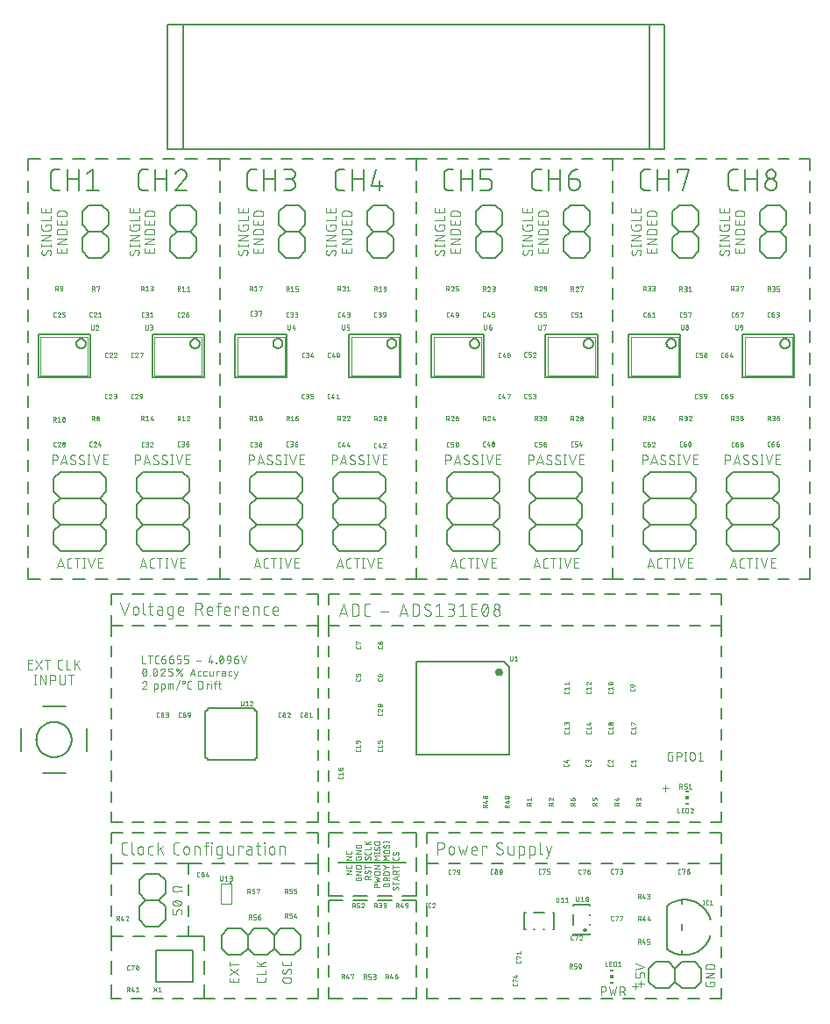
<source format=gbr>
G04 EAGLE Gerber RS-274X export*
G75*
%MOMM*%
%FSLAX34Y34*%
%LPD*%
%INSilkscreen Top*%
%IPPOS*%
%AMOC8*
5,1,8,0,0,1.08239X$1,22.5*%
G01*
%ADD10C,0.076200*%
%ADD11C,0.177800*%
%ADD12C,0.203200*%
%ADD13C,0.101600*%
%ADD14C,0.050800*%
%ADD15C,0.127000*%
%ADD16C,0.152400*%
%ADD17R,0.300000X0.150000*%
%ADD18R,0.300000X0.300000*%
%ADD19C,0.010000*%


D10*
X47119Y780318D02*
X47117Y780408D01*
X47111Y780497D01*
X47101Y780586D01*
X47088Y780674D01*
X47070Y780762D01*
X47049Y780849D01*
X47024Y780935D01*
X46995Y781020D01*
X46963Y781104D01*
X46927Y781186D01*
X46887Y781266D01*
X46844Y781345D01*
X46797Y781421D01*
X46748Y781496D01*
X46695Y781568D01*
X46639Y781638D01*
X46580Y781705D01*
X46518Y781770D01*
X46453Y781832D01*
X46386Y781891D01*
X46316Y781947D01*
X46244Y782000D01*
X46169Y782049D01*
X46093Y782096D01*
X46014Y782139D01*
X45934Y782179D01*
X45852Y782215D01*
X45768Y782247D01*
X45683Y782276D01*
X45597Y782301D01*
X45510Y782322D01*
X45422Y782340D01*
X45334Y782353D01*
X45245Y782363D01*
X45156Y782369D01*
X45066Y782371D01*
X47119Y780318D02*
X47117Y780191D01*
X47112Y780064D01*
X47102Y779938D01*
X47089Y779812D01*
X47073Y779686D01*
X47052Y779561D01*
X47028Y779436D01*
X47001Y779313D01*
X46970Y779190D01*
X46935Y779068D01*
X46897Y778947D01*
X46855Y778827D01*
X46809Y778709D01*
X46761Y778592D01*
X46708Y778476D01*
X46653Y778362D01*
X46594Y778250D01*
X46532Y778139D01*
X46467Y778030D01*
X46398Y777924D01*
X46327Y777819D01*
X46252Y777716D01*
X46174Y777616D01*
X46094Y777518D01*
X46011Y777422D01*
X45925Y777329D01*
X45836Y777239D01*
X39934Y777495D02*
X39844Y777497D01*
X39755Y777503D01*
X39666Y777513D01*
X39578Y777526D01*
X39490Y777544D01*
X39403Y777565D01*
X39317Y777590D01*
X39232Y777619D01*
X39148Y777651D01*
X39066Y777687D01*
X38986Y777727D01*
X38908Y777770D01*
X38831Y777817D01*
X38756Y777866D01*
X38684Y777919D01*
X38614Y777975D01*
X38547Y778034D01*
X38482Y778096D01*
X38420Y778161D01*
X38361Y778228D01*
X38305Y778298D01*
X38252Y778370D01*
X38203Y778445D01*
X38156Y778522D01*
X38113Y778600D01*
X38073Y778680D01*
X38037Y778762D01*
X38005Y778846D01*
X37976Y778931D01*
X37951Y779017D01*
X37930Y779104D01*
X37912Y779192D01*
X37899Y779280D01*
X37889Y779369D01*
X37883Y779458D01*
X37881Y779548D01*
X37883Y779672D01*
X37889Y779796D01*
X37899Y779919D01*
X37913Y780042D01*
X37931Y780165D01*
X37953Y780286D01*
X37978Y780408D01*
X38008Y780528D01*
X38041Y780647D01*
X38079Y780765D01*
X38120Y780882D01*
X38164Y780997D01*
X38213Y781111D01*
X38265Y781224D01*
X38321Y781334D01*
X38380Y781443D01*
X38443Y781550D01*
X38509Y781655D01*
X38578Y781757D01*
X38651Y781857D01*
X41730Y778521D02*
X41683Y778445D01*
X41632Y778370D01*
X41578Y778298D01*
X41521Y778228D01*
X41461Y778161D01*
X41398Y778096D01*
X41333Y778034D01*
X41265Y777975D01*
X41194Y777919D01*
X41121Y777866D01*
X41046Y777816D01*
X40968Y777770D01*
X40889Y777727D01*
X40808Y777687D01*
X40725Y777651D01*
X40641Y777619D01*
X40556Y777590D01*
X40469Y777565D01*
X40382Y777544D01*
X40293Y777526D01*
X40204Y777513D01*
X40114Y777503D01*
X40024Y777497D01*
X39934Y777495D01*
X43270Y781345D02*
X43317Y781421D01*
X43368Y781496D01*
X43422Y781568D01*
X43479Y781638D01*
X43539Y781705D01*
X43602Y781770D01*
X43667Y781832D01*
X43735Y781891D01*
X43806Y781947D01*
X43879Y782000D01*
X43954Y782050D01*
X44032Y782096D01*
X44111Y782139D01*
X44192Y782179D01*
X44275Y782215D01*
X44359Y782247D01*
X44444Y782276D01*
X44531Y782301D01*
X44619Y782322D01*
X44707Y782340D01*
X44796Y782353D01*
X44886Y782363D01*
X44976Y782369D01*
X45066Y782371D01*
X43270Y781344D02*
X41730Y778522D01*
X37881Y786705D02*
X47119Y786705D01*
X47119Y787731D02*
X47119Y785678D01*
X37881Y785678D02*
X37881Y787731D01*
X37881Y791638D02*
X47119Y791638D01*
X47119Y796771D02*
X37881Y791638D01*
X37881Y796771D02*
X47119Y796771D01*
X41987Y804831D02*
X41987Y806371D01*
X47119Y806371D01*
X47119Y803291D01*
X47117Y803201D01*
X47111Y803112D01*
X47101Y803023D01*
X47088Y802935D01*
X47070Y802847D01*
X47049Y802760D01*
X47024Y802674D01*
X46995Y802589D01*
X46963Y802505D01*
X46927Y802423D01*
X46887Y802343D01*
X46844Y802265D01*
X46797Y802188D01*
X46748Y802113D01*
X46695Y802041D01*
X46639Y801971D01*
X46580Y801904D01*
X46518Y801839D01*
X46453Y801777D01*
X46386Y801718D01*
X46316Y801662D01*
X46244Y801609D01*
X46169Y801560D01*
X46093Y801513D01*
X46014Y801470D01*
X45934Y801430D01*
X45852Y801394D01*
X45768Y801362D01*
X45683Y801333D01*
X45597Y801308D01*
X45510Y801287D01*
X45422Y801269D01*
X45334Y801256D01*
X45245Y801246D01*
X45156Y801240D01*
X45066Y801238D01*
X39934Y801238D01*
X39844Y801240D01*
X39755Y801246D01*
X39666Y801256D01*
X39578Y801269D01*
X39490Y801287D01*
X39403Y801308D01*
X39317Y801333D01*
X39232Y801362D01*
X39148Y801394D01*
X39066Y801430D01*
X38986Y801470D01*
X38908Y801513D01*
X38831Y801560D01*
X38756Y801609D01*
X38684Y801662D01*
X38614Y801718D01*
X38547Y801777D01*
X38482Y801839D01*
X38420Y801904D01*
X38361Y801971D01*
X38305Y802041D01*
X38252Y802113D01*
X38203Y802188D01*
X38156Y802264D01*
X38113Y802343D01*
X38073Y802423D01*
X38037Y802505D01*
X38005Y802589D01*
X37976Y802674D01*
X37951Y802760D01*
X37930Y802847D01*
X37912Y802934D01*
X37899Y803023D01*
X37889Y803112D01*
X37883Y803201D01*
X37881Y803291D01*
X37881Y806371D01*
X37881Y810856D02*
X47119Y810856D01*
X47119Y814962D01*
X47119Y818656D02*
X47119Y822762D01*
X47119Y818656D02*
X37881Y818656D01*
X37881Y822762D01*
X41987Y821735D02*
X41987Y818656D01*
X62119Y784148D02*
X62119Y780043D01*
X52881Y780043D01*
X52881Y784148D01*
X56987Y783122D02*
X56987Y780043D01*
X52881Y787825D02*
X62119Y787825D01*
X62119Y792957D02*
X52881Y787825D01*
X52881Y792957D02*
X62119Y792957D01*
X62119Y797425D02*
X52881Y797425D01*
X52881Y799991D01*
X52883Y800089D01*
X52889Y800187D01*
X52898Y800285D01*
X52911Y800383D01*
X52928Y800480D01*
X52948Y800576D01*
X52973Y800671D01*
X53001Y800765D01*
X53032Y800858D01*
X53067Y800950D01*
X53106Y801041D01*
X53147Y801130D01*
X53193Y801217D01*
X53241Y801302D01*
X53293Y801386D01*
X53348Y801467D01*
X53406Y801547D01*
X53467Y801624D01*
X53531Y801698D01*
X53598Y801770D01*
X53668Y801840D01*
X53740Y801907D01*
X53814Y801971D01*
X53891Y802032D01*
X53971Y802090D01*
X54052Y802145D01*
X54136Y802197D01*
X54221Y802245D01*
X54308Y802291D01*
X54397Y802332D01*
X54488Y802371D01*
X54580Y802406D01*
X54673Y802437D01*
X54767Y802465D01*
X54862Y802490D01*
X54958Y802510D01*
X55055Y802527D01*
X55153Y802540D01*
X55251Y802549D01*
X55349Y802555D01*
X55447Y802557D01*
X59553Y802557D01*
X59651Y802555D01*
X59749Y802549D01*
X59847Y802540D01*
X59945Y802527D01*
X60042Y802510D01*
X60138Y802490D01*
X60233Y802465D01*
X60327Y802437D01*
X60420Y802406D01*
X60512Y802371D01*
X60603Y802332D01*
X60692Y802291D01*
X60779Y802245D01*
X60864Y802197D01*
X60948Y802145D01*
X61029Y802090D01*
X61109Y802032D01*
X61186Y801971D01*
X61260Y801907D01*
X61332Y801840D01*
X61402Y801770D01*
X61469Y801698D01*
X61533Y801624D01*
X61594Y801547D01*
X61652Y801467D01*
X61707Y801386D01*
X61759Y801302D01*
X61807Y801217D01*
X61853Y801130D01*
X61894Y801041D01*
X61933Y800950D01*
X61968Y800858D01*
X61999Y800765D01*
X62027Y800671D01*
X62052Y800576D01*
X62072Y800480D01*
X62089Y800383D01*
X62102Y800285D01*
X62111Y800187D01*
X62117Y800089D01*
X62119Y799991D01*
X62119Y797425D01*
X62119Y807043D02*
X62119Y811148D01*
X62119Y807043D02*
X52881Y807043D01*
X52881Y811148D01*
X56987Y810122D02*
X56987Y807043D01*
X52881Y814825D02*
X62119Y814825D01*
X52881Y814825D02*
X52881Y817391D01*
X52883Y817489D01*
X52889Y817587D01*
X52898Y817685D01*
X52911Y817783D01*
X52928Y817880D01*
X52948Y817976D01*
X52973Y818071D01*
X53001Y818165D01*
X53032Y818258D01*
X53067Y818350D01*
X53106Y818441D01*
X53147Y818530D01*
X53193Y818617D01*
X53241Y818702D01*
X53293Y818786D01*
X53348Y818867D01*
X53406Y818947D01*
X53467Y819024D01*
X53531Y819098D01*
X53598Y819170D01*
X53668Y819240D01*
X53740Y819307D01*
X53814Y819371D01*
X53891Y819432D01*
X53971Y819490D01*
X54052Y819545D01*
X54136Y819597D01*
X54221Y819645D01*
X54308Y819691D01*
X54397Y819732D01*
X54488Y819771D01*
X54580Y819806D01*
X54673Y819837D01*
X54767Y819865D01*
X54862Y819890D01*
X54958Y819910D01*
X55055Y819927D01*
X55153Y819940D01*
X55251Y819949D01*
X55349Y819955D01*
X55447Y819957D01*
X59553Y819957D01*
X59651Y819955D01*
X59749Y819949D01*
X59847Y819940D01*
X59945Y819927D01*
X60042Y819910D01*
X60138Y819890D01*
X60233Y819865D01*
X60327Y819837D01*
X60420Y819806D01*
X60512Y819771D01*
X60603Y819732D01*
X60692Y819691D01*
X60779Y819645D01*
X60864Y819597D01*
X60948Y819545D01*
X61029Y819490D01*
X61109Y819432D01*
X61186Y819371D01*
X61260Y819307D01*
X61332Y819240D01*
X61402Y819170D01*
X61469Y819098D01*
X61533Y819024D01*
X61594Y818947D01*
X61652Y818867D01*
X61707Y818786D01*
X61759Y818702D01*
X61807Y818617D01*
X61853Y818530D01*
X61894Y818441D01*
X61933Y818350D01*
X61968Y818258D01*
X61999Y818165D01*
X62027Y818071D01*
X62052Y817976D01*
X62072Y817880D01*
X62089Y817783D01*
X62102Y817685D01*
X62111Y817587D01*
X62117Y817489D01*
X62119Y817391D01*
X62119Y814825D01*
X130066Y782371D02*
X130156Y782369D01*
X130245Y782363D01*
X130334Y782353D01*
X130422Y782340D01*
X130510Y782322D01*
X130597Y782301D01*
X130683Y782276D01*
X130768Y782247D01*
X130852Y782215D01*
X130934Y782179D01*
X131014Y782139D01*
X131093Y782096D01*
X131169Y782049D01*
X131244Y782000D01*
X131316Y781947D01*
X131386Y781891D01*
X131453Y781832D01*
X131518Y781770D01*
X131580Y781705D01*
X131639Y781638D01*
X131695Y781568D01*
X131748Y781496D01*
X131797Y781421D01*
X131844Y781345D01*
X131887Y781266D01*
X131927Y781186D01*
X131963Y781104D01*
X131995Y781020D01*
X132024Y780935D01*
X132049Y780849D01*
X132070Y780762D01*
X132088Y780674D01*
X132101Y780586D01*
X132111Y780497D01*
X132117Y780408D01*
X132119Y780318D01*
X132117Y780191D01*
X132112Y780064D01*
X132102Y779938D01*
X132089Y779812D01*
X132073Y779686D01*
X132052Y779561D01*
X132028Y779436D01*
X132001Y779313D01*
X131970Y779190D01*
X131935Y779068D01*
X131897Y778947D01*
X131855Y778827D01*
X131809Y778709D01*
X131761Y778592D01*
X131708Y778476D01*
X131653Y778362D01*
X131594Y778250D01*
X131532Y778139D01*
X131467Y778030D01*
X131398Y777924D01*
X131327Y777819D01*
X131252Y777716D01*
X131174Y777616D01*
X131094Y777518D01*
X131011Y777422D01*
X130925Y777329D01*
X130836Y777239D01*
X124934Y777495D02*
X124844Y777497D01*
X124755Y777503D01*
X124666Y777513D01*
X124578Y777526D01*
X124490Y777544D01*
X124403Y777565D01*
X124317Y777590D01*
X124232Y777619D01*
X124148Y777651D01*
X124066Y777687D01*
X123986Y777727D01*
X123908Y777770D01*
X123831Y777817D01*
X123756Y777866D01*
X123684Y777919D01*
X123614Y777975D01*
X123547Y778034D01*
X123482Y778096D01*
X123420Y778161D01*
X123361Y778228D01*
X123305Y778298D01*
X123252Y778370D01*
X123203Y778445D01*
X123156Y778522D01*
X123113Y778600D01*
X123073Y778680D01*
X123037Y778762D01*
X123005Y778846D01*
X122976Y778931D01*
X122951Y779017D01*
X122930Y779104D01*
X122912Y779192D01*
X122899Y779280D01*
X122889Y779369D01*
X122883Y779458D01*
X122881Y779548D01*
X122883Y779672D01*
X122889Y779796D01*
X122899Y779919D01*
X122913Y780042D01*
X122931Y780165D01*
X122953Y780286D01*
X122978Y780408D01*
X123008Y780528D01*
X123041Y780647D01*
X123079Y780765D01*
X123120Y780882D01*
X123164Y780997D01*
X123213Y781111D01*
X123265Y781224D01*
X123321Y781334D01*
X123380Y781443D01*
X123443Y781550D01*
X123509Y781655D01*
X123578Y781757D01*
X123651Y781857D01*
X126730Y778521D02*
X126683Y778445D01*
X126632Y778370D01*
X126578Y778298D01*
X126521Y778228D01*
X126461Y778161D01*
X126398Y778096D01*
X126333Y778034D01*
X126265Y777975D01*
X126194Y777919D01*
X126121Y777866D01*
X126046Y777816D01*
X125968Y777770D01*
X125889Y777727D01*
X125808Y777687D01*
X125725Y777651D01*
X125641Y777619D01*
X125556Y777590D01*
X125469Y777565D01*
X125382Y777544D01*
X125293Y777526D01*
X125204Y777513D01*
X125114Y777503D01*
X125024Y777497D01*
X124934Y777495D01*
X128270Y781345D02*
X128317Y781421D01*
X128368Y781496D01*
X128422Y781568D01*
X128479Y781638D01*
X128539Y781705D01*
X128602Y781770D01*
X128667Y781832D01*
X128735Y781891D01*
X128806Y781947D01*
X128879Y782000D01*
X128954Y782050D01*
X129032Y782096D01*
X129111Y782139D01*
X129192Y782179D01*
X129275Y782215D01*
X129359Y782247D01*
X129444Y782276D01*
X129531Y782301D01*
X129619Y782322D01*
X129707Y782340D01*
X129796Y782353D01*
X129886Y782363D01*
X129976Y782369D01*
X130066Y782371D01*
X128270Y781344D02*
X126730Y778522D01*
X122881Y786705D02*
X132119Y786705D01*
X132119Y787731D02*
X132119Y785678D01*
X122881Y785678D02*
X122881Y787731D01*
X122881Y791638D02*
X132119Y791638D01*
X132119Y796771D02*
X122881Y791638D01*
X122881Y796771D02*
X132119Y796771D01*
X126987Y804831D02*
X126987Y806371D01*
X132119Y806371D01*
X132119Y803291D01*
X132117Y803201D01*
X132111Y803112D01*
X132101Y803023D01*
X132088Y802935D01*
X132070Y802847D01*
X132049Y802760D01*
X132024Y802674D01*
X131995Y802589D01*
X131963Y802505D01*
X131927Y802423D01*
X131887Y802343D01*
X131844Y802265D01*
X131797Y802188D01*
X131748Y802113D01*
X131695Y802041D01*
X131639Y801971D01*
X131580Y801904D01*
X131518Y801839D01*
X131453Y801777D01*
X131386Y801718D01*
X131316Y801662D01*
X131244Y801609D01*
X131169Y801560D01*
X131093Y801513D01*
X131014Y801470D01*
X130934Y801430D01*
X130852Y801394D01*
X130768Y801362D01*
X130683Y801333D01*
X130597Y801308D01*
X130510Y801287D01*
X130422Y801269D01*
X130334Y801256D01*
X130245Y801246D01*
X130156Y801240D01*
X130066Y801238D01*
X124934Y801238D01*
X124844Y801240D01*
X124755Y801246D01*
X124666Y801256D01*
X124578Y801269D01*
X124490Y801287D01*
X124403Y801308D01*
X124317Y801333D01*
X124232Y801362D01*
X124148Y801394D01*
X124066Y801430D01*
X123986Y801470D01*
X123908Y801513D01*
X123831Y801560D01*
X123756Y801609D01*
X123684Y801662D01*
X123614Y801718D01*
X123547Y801777D01*
X123482Y801839D01*
X123420Y801904D01*
X123361Y801971D01*
X123305Y802041D01*
X123252Y802113D01*
X123203Y802188D01*
X123156Y802264D01*
X123113Y802343D01*
X123073Y802423D01*
X123037Y802505D01*
X123005Y802589D01*
X122976Y802674D01*
X122951Y802760D01*
X122930Y802847D01*
X122912Y802934D01*
X122899Y803023D01*
X122889Y803112D01*
X122883Y803201D01*
X122881Y803291D01*
X122881Y806371D01*
X122881Y810856D02*
X132119Y810856D01*
X132119Y814962D01*
X132119Y818656D02*
X132119Y822762D01*
X132119Y818656D02*
X122881Y818656D01*
X122881Y822762D01*
X126987Y821735D02*
X126987Y818656D01*
X147119Y784148D02*
X147119Y780043D01*
X137881Y780043D01*
X137881Y784148D01*
X141987Y783122D02*
X141987Y780043D01*
X137881Y787825D02*
X147119Y787825D01*
X147119Y792957D02*
X137881Y787825D01*
X137881Y792957D02*
X147119Y792957D01*
X147119Y797425D02*
X137881Y797425D01*
X137881Y799991D01*
X137883Y800089D01*
X137889Y800187D01*
X137898Y800285D01*
X137911Y800383D01*
X137928Y800480D01*
X137948Y800576D01*
X137973Y800671D01*
X138001Y800765D01*
X138032Y800858D01*
X138067Y800950D01*
X138106Y801041D01*
X138147Y801130D01*
X138193Y801217D01*
X138241Y801302D01*
X138293Y801386D01*
X138348Y801467D01*
X138406Y801547D01*
X138467Y801624D01*
X138531Y801698D01*
X138598Y801770D01*
X138668Y801840D01*
X138740Y801907D01*
X138814Y801971D01*
X138891Y802032D01*
X138971Y802090D01*
X139052Y802145D01*
X139136Y802197D01*
X139221Y802245D01*
X139308Y802291D01*
X139397Y802332D01*
X139488Y802371D01*
X139580Y802406D01*
X139673Y802437D01*
X139767Y802465D01*
X139862Y802490D01*
X139958Y802510D01*
X140055Y802527D01*
X140153Y802540D01*
X140251Y802549D01*
X140349Y802555D01*
X140447Y802557D01*
X144553Y802557D01*
X144651Y802555D01*
X144749Y802549D01*
X144847Y802540D01*
X144945Y802527D01*
X145042Y802510D01*
X145138Y802490D01*
X145233Y802465D01*
X145327Y802437D01*
X145420Y802406D01*
X145512Y802371D01*
X145603Y802332D01*
X145692Y802291D01*
X145779Y802245D01*
X145864Y802197D01*
X145948Y802145D01*
X146029Y802090D01*
X146109Y802032D01*
X146186Y801971D01*
X146260Y801907D01*
X146332Y801840D01*
X146402Y801770D01*
X146469Y801698D01*
X146533Y801624D01*
X146594Y801547D01*
X146652Y801467D01*
X146707Y801386D01*
X146759Y801302D01*
X146807Y801217D01*
X146853Y801130D01*
X146894Y801041D01*
X146933Y800950D01*
X146968Y800858D01*
X146999Y800765D01*
X147027Y800671D01*
X147052Y800576D01*
X147072Y800480D01*
X147089Y800383D01*
X147102Y800285D01*
X147111Y800187D01*
X147117Y800089D01*
X147119Y799991D01*
X147119Y797425D01*
X147119Y807043D02*
X147119Y811148D01*
X147119Y807043D02*
X137881Y807043D01*
X137881Y811148D01*
X141987Y810122D02*
X141987Y807043D01*
X137881Y814825D02*
X147119Y814825D01*
X137881Y814825D02*
X137881Y817391D01*
X137883Y817489D01*
X137889Y817587D01*
X137898Y817685D01*
X137911Y817783D01*
X137928Y817880D01*
X137948Y817976D01*
X137973Y818071D01*
X138001Y818165D01*
X138032Y818258D01*
X138067Y818350D01*
X138106Y818441D01*
X138147Y818530D01*
X138193Y818617D01*
X138241Y818702D01*
X138293Y818786D01*
X138348Y818867D01*
X138406Y818947D01*
X138467Y819024D01*
X138531Y819098D01*
X138598Y819170D01*
X138668Y819240D01*
X138740Y819307D01*
X138814Y819371D01*
X138891Y819432D01*
X138971Y819490D01*
X139052Y819545D01*
X139136Y819597D01*
X139221Y819645D01*
X139308Y819691D01*
X139397Y819732D01*
X139488Y819771D01*
X139580Y819806D01*
X139673Y819837D01*
X139767Y819865D01*
X139862Y819890D01*
X139958Y819910D01*
X140055Y819927D01*
X140153Y819940D01*
X140251Y819949D01*
X140349Y819955D01*
X140447Y819957D01*
X144553Y819957D01*
X144651Y819955D01*
X144749Y819949D01*
X144847Y819940D01*
X144945Y819927D01*
X145042Y819910D01*
X145138Y819890D01*
X145233Y819865D01*
X145327Y819837D01*
X145420Y819806D01*
X145512Y819771D01*
X145603Y819732D01*
X145692Y819691D01*
X145779Y819645D01*
X145864Y819597D01*
X145948Y819545D01*
X146029Y819490D01*
X146109Y819432D01*
X146186Y819371D01*
X146260Y819307D01*
X146332Y819240D01*
X146402Y819170D01*
X146469Y819098D01*
X146533Y819024D01*
X146594Y818947D01*
X146652Y818867D01*
X146707Y818786D01*
X146759Y818702D01*
X146807Y818617D01*
X146853Y818530D01*
X146894Y818441D01*
X146933Y818350D01*
X146968Y818258D01*
X146999Y818165D01*
X147027Y818071D01*
X147052Y817976D01*
X147072Y817880D01*
X147089Y817783D01*
X147102Y817685D01*
X147111Y817587D01*
X147117Y817489D01*
X147119Y817391D01*
X147119Y814825D01*
D11*
X55717Y839967D02*
X51258Y839967D01*
X51126Y839969D01*
X50994Y839975D01*
X50862Y839985D01*
X50731Y839998D01*
X50600Y840016D01*
X50469Y840037D01*
X50340Y840063D01*
X50211Y840092D01*
X50083Y840125D01*
X49956Y840161D01*
X49830Y840202D01*
X49705Y840246D01*
X49582Y840294D01*
X49460Y840345D01*
X49340Y840400D01*
X49222Y840459D01*
X49105Y840521D01*
X48990Y840587D01*
X48878Y840655D01*
X48767Y840728D01*
X48658Y840803D01*
X48552Y840882D01*
X48448Y840963D01*
X48347Y841048D01*
X48248Y841136D01*
X48152Y841227D01*
X48059Y841320D01*
X47968Y841416D01*
X47880Y841515D01*
X47795Y841616D01*
X47714Y841720D01*
X47635Y841826D01*
X47560Y841935D01*
X47487Y842046D01*
X47419Y842158D01*
X47353Y842273D01*
X47291Y842390D01*
X47232Y842508D01*
X47177Y842628D01*
X47126Y842750D01*
X47078Y842873D01*
X47034Y842998D01*
X46993Y843124D01*
X46957Y843251D01*
X46924Y843379D01*
X46895Y843508D01*
X46869Y843637D01*
X46848Y843768D01*
X46830Y843899D01*
X46817Y844030D01*
X46807Y844162D01*
X46801Y844294D01*
X46799Y844426D01*
X46798Y844426D02*
X46798Y855574D01*
X46799Y855574D02*
X46801Y855706D01*
X46807Y855838D01*
X46817Y855970D01*
X46830Y856101D01*
X46848Y856232D01*
X46869Y856363D01*
X46895Y856492D01*
X46924Y856621D01*
X46957Y856749D01*
X46993Y856876D01*
X47034Y857002D01*
X47078Y857127D01*
X47126Y857250D01*
X47177Y857372D01*
X47232Y857492D01*
X47291Y857610D01*
X47353Y857727D01*
X47419Y857842D01*
X47487Y857954D01*
X47560Y858065D01*
X47635Y858173D01*
X47714Y858280D01*
X47795Y858384D01*
X47880Y858485D01*
X47968Y858584D01*
X48059Y858680D01*
X48152Y858773D01*
X48248Y858864D01*
X48347Y858952D01*
X48448Y859037D01*
X48552Y859118D01*
X48658Y859197D01*
X48767Y859272D01*
X48878Y859345D01*
X48990Y859413D01*
X49105Y859479D01*
X49222Y859541D01*
X49340Y859600D01*
X49460Y859655D01*
X49582Y859706D01*
X49705Y859754D01*
X49830Y859798D01*
X49956Y859839D01*
X50083Y859875D01*
X50211Y859908D01*
X50340Y859937D01*
X50469Y859963D01*
X50600Y859984D01*
X50731Y860002D01*
X50862Y860015D01*
X50994Y860025D01*
X51126Y860031D01*
X51258Y860033D01*
X55717Y860033D01*
X62898Y860033D02*
X62898Y839967D01*
X62898Y851115D02*
X74045Y851115D01*
X74045Y860033D02*
X74045Y839967D01*
X82054Y855574D02*
X87628Y860033D01*
X87628Y839967D01*
X82054Y839967D02*
X93202Y839967D01*
X136258Y839967D02*
X140717Y839967D01*
X136258Y839967D02*
X136126Y839969D01*
X135994Y839975D01*
X135862Y839985D01*
X135731Y839998D01*
X135600Y840016D01*
X135469Y840037D01*
X135340Y840063D01*
X135211Y840092D01*
X135083Y840125D01*
X134956Y840161D01*
X134830Y840202D01*
X134705Y840246D01*
X134582Y840294D01*
X134460Y840345D01*
X134340Y840400D01*
X134222Y840459D01*
X134105Y840521D01*
X133990Y840587D01*
X133878Y840655D01*
X133767Y840728D01*
X133658Y840803D01*
X133552Y840882D01*
X133448Y840963D01*
X133347Y841048D01*
X133248Y841136D01*
X133152Y841227D01*
X133059Y841320D01*
X132968Y841416D01*
X132880Y841515D01*
X132795Y841616D01*
X132714Y841720D01*
X132635Y841826D01*
X132560Y841935D01*
X132487Y842046D01*
X132419Y842158D01*
X132353Y842273D01*
X132291Y842390D01*
X132232Y842508D01*
X132177Y842628D01*
X132126Y842750D01*
X132078Y842873D01*
X132034Y842998D01*
X131993Y843124D01*
X131957Y843251D01*
X131924Y843379D01*
X131895Y843508D01*
X131869Y843637D01*
X131848Y843768D01*
X131830Y843899D01*
X131817Y844030D01*
X131807Y844162D01*
X131801Y844294D01*
X131799Y844426D01*
X131798Y844426D02*
X131798Y855574D01*
X131799Y855574D02*
X131801Y855706D01*
X131807Y855838D01*
X131817Y855970D01*
X131830Y856101D01*
X131848Y856232D01*
X131869Y856363D01*
X131895Y856492D01*
X131924Y856621D01*
X131957Y856749D01*
X131993Y856876D01*
X132034Y857002D01*
X132078Y857127D01*
X132126Y857250D01*
X132177Y857372D01*
X132232Y857492D01*
X132291Y857610D01*
X132353Y857727D01*
X132419Y857842D01*
X132487Y857954D01*
X132560Y858065D01*
X132635Y858173D01*
X132714Y858280D01*
X132795Y858384D01*
X132880Y858485D01*
X132968Y858584D01*
X133059Y858680D01*
X133152Y858773D01*
X133248Y858864D01*
X133347Y858952D01*
X133448Y859037D01*
X133552Y859118D01*
X133658Y859197D01*
X133767Y859272D01*
X133878Y859345D01*
X133990Y859413D01*
X134105Y859479D01*
X134222Y859541D01*
X134340Y859600D01*
X134460Y859655D01*
X134582Y859706D01*
X134705Y859754D01*
X134830Y859798D01*
X134956Y859839D01*
X135083Y859875D01*
X135211Y859908D01*
X135340Y859937D01*
X135469Y859963D01*
X135600Y859984D01*
X135731Y860002D01*
X135862Y860015D01*
X135994Y860025D01*
X136126Y860031D01*
X136258Y860033D01*
X140717Y860033D01*
X147898Y860033D02*
X147898Y839967D01*
X147898Y851115D02*
X159045Y851115D01*
X159045Y860033D02*
X159045Y839967D01*
X178202Y855017D02*
X178200Y855158D01*
X178194Y855298D01*
X178184Y855439D01*
X178170Y855579D01*
X178153Y855718D01*
X178131Y855857D01*
X178106Y855996D01*
X178076Y856133D01*
X178043Y856270D01*
X178006Y856406D01*
X177965Y856541D01*
X177920Y856674D01*
X177872Y856806D01*
X177820Y856937D01*
X177764Y857066D01*
X177705Y857194D01*
X177642Y857320D01*
X177576Y857444D01*
X177506Y857566D01*
X177433Y857686D01*
X177356Y857804D01*
X177277Y857920D01*
X177194Y858034D01*
X177107Y858145D01*
X177018Y858254D01*
X176926Y858360D01*
X176831Y858464D01*
X176733Y858565D01*
X176632Y858663D01*
X176528Y858758D01*
X176422Y858850D01*
X176313Y858939D01*
X176202Y859026D01*
X176088Y859109D01*
X175972Y859188D01*
X175854Y859265D01*
X175734Y859338D01*
X175612Y859408D01*
X175488Y859474D01*
X175362Y859537D01*
X175234Y859596D01*
X175105Y859652D01*
X174974Y859704D01*
X174842Y859752D01*
X174709Y859797D01*
X174574Y859838D01*
X174438Y859875D01*
X174301Y859908D01*
X174164Y859938D01*
X174025Y859963D01*
X173886Y859985D01*
X173747Y860002D01*
X173607Y860016D01*
X173466Y860026D01*
X173326Y860032D01*
X173185Y860034D01*
X173185Y860033D02*
X173026Y860031D01*
X172867Y860025D01*
X172709Y860015D01*
X172550Y860002D01*
X172392Y859984D01*
X172235Y859963D01*
X172078Y859937D01*
X171922Y859908D01*
X171766Y859875D01*
X171612Y859838D01*
X171458Y859797D01*
X171306Y859753D01*
X171154Y859705D01*
X171004Y859653D01*
X170855Y859597D01*
X170708Y859538D01*
X170562Y859475D01*
X170417Y859408D01*
X170275Y859338D01*
X170134Y859265D01*
X169995Y859188D01*
X169858Y859108D01*
X169723Y859024D01*
X169590Y858937D01*
X169459Y858847D01*
X169330Y858753D01*
X169204Y858657D01*
X169080Y858557D01*
X168959Y858454D01*
X168840Y858348D01*
X168724Y858240D01*
X168611Y858128D01*
X168500Y858014D01*
X168393Y857897D01*
X168288Y857778D01*
X168186Y857656D01*
X168087Y857531D01*
X167992Y857405D01*
X167899Y857275D01*
X167810Y857144D01*
X167724Y857010D01*
X167641Y856875D01*
X167562Y856737D01*
X167486Y856597D01*
X167413Y856456D01*
X167344Y856313D01*
X167279Y856168D01*
X167217Y856021D01*
X167159Y855874D01*
X167104Y855724D01*
X167054Y855574D01*
X176529Y851115D02*
X176633Y851217D01*
X176734Y851322D01*
X176832Y851429D01*
X176928Y851539D01*
X177020Y851651D01*
X177109Y851766D01*
X177196Y851883D01*
X177279Y852002D01*
X177358Y852124D01*
X177435Y852248D01*
X177508Y852373D01*
X177577Y852501D01*
X177644Y852630D01*
X177706Y852762D01*
X177765Y852895D01*
X177821Y853029D01*
X177873Y853165D01*
X177921Y853302D01*
X177965Y853441D01*
X178006Y853580D01*
X178043Y853721D01*
X178076Y853863D01*
X178105Y854005D01*
X178130Y854148D01*
X178152Y854292D01*
X178170Y854436D01*
X178183Y854581D01*
X178193Y854726D01*
X178199Y854872D01*
X178201Y855017D01*
X176529Y851115D02*
X167054Y839967D01*
X178202Y839967D01*
D10*
X56261Y484619D02*
X53182Y475381D01*
X59341Y475381D02*
X56261Y484619D01*
X58571Y477691D02*
X53952Y477691D01*
X64722Y475381D02*
X66775Y475381D01*
X64722Y475381D02*
X64632Y475383D01*
X64543Y475389D01*
X64454Y475399D01*
X64366Y475412D01*
X64278Y475430D01*
X64191Y475451D01*
X64105Y475476D01*
X64020Y475505D01*
X63936Y475537D01*
X63854Y475573D01*
X63774Y475613D01*
X63696Y475656D01*
X63619Y475703D01*
X63544Y475752D01*
X63472Y475805D01*
X63402Y475861D01*
X63335Y475920D01*
X63270Y475982D01*
X63208Y476047D01*
X63149Y476114D01*
X63093Y476184D01*
X63040Y476256D01*
X62991Y476331D01*
X62944Y476408D01*
X62901Y476486D01*
X62861Y476566D01*
X62825Y476648D01*
X62793Y476732D01*
X62764Y476817D01*
X62739Y476903D01*
X62718Y476990D01*
X62700Y477078D01*
X62687Y477166D01*
X62677Y477255D01*
X62671Y477344D01*
X62669Y477434D01*
X62670Y477434D02*
X62670Y482566D01*
X62672Y482656D01*
X62678Y482745D01*
X62688Y482834D01*
X62701Y482922D01*
X62719Y483010D01*
X62740Y483097D01*
X62765Y483183D01*
X62794Y483268D01*
X62826Y483352D01*
X62862Y483434D01*
X62902Y483514D01*
X62945Y483592D01*
X62992Y483669D01*
X63041Y483744D01*
X63094Y483816D01*
X63150Y483886D01*
X63209Y483953D01*
X63271Y484018D01*
X63336Y484080D01*
X63403Y484139D01*
X63473Y484195D01*
X63545Y484248D01*
X63620Y484297D01*
X63696Y484344D01*
X63775Y484387D01*
X63855Y484427D01*
X63937Y484463D01*
X64021Y484495D01*
X64106Y484524D01*
X64192Y484549D01*
X64279Y484570D01*
X64366Y484588D01*
X64455Y484601D01*
X64544Y484611D01*
X64633Y484617D01*
X64723Y484619D01*
X64722Y484619D02*
X66775Y484619D01*
X72161Y484619D02*
X72161Y475381D01*
X69595Y484619D02*
X74727Y484619D01*
X78761Y484619D02*
X78761Y475381D01*
X77735Y475381D02*
X79788Y475381D01*
X79788Y484619D02*
X77735Y484619D01*
X82882Y484619D02*
X85961Y475381D01*
X89040Y484619D01*
X92712Y475381D02*
X96818Y475381D01*
X92712Y475381D02*
X92712Y484619D01*
X96818Y484619D01*
X95792Y480513D02*
X92712Y480513D01*
X48404Y575381D02*
X48404Y584619D01*
X50970Y584619D01*
X51069Y584617D01*
X51169Y584611D01*
X51268Y584602D01*
X51366Y584588D01*
X51464Y584571D01*
X51562Y584550D01*
X51658Y584525D01*
X51753Y584496D01*
X51848Y584464D01*
X51940Y584428D01*
X52032Y584389D01*
X52122Y584346D01*
X52210Y584300D01*
X52296Y584250D01*
X52380Y584197D01*
X52462Y584141D01*
X52542Y584081D01*
X52619Y584019D01*
X52694Y583953D01*
X52767Y583885D01*
X52836Y583814D01*
X52903Y583740D01*
X52967Y583664D01*
X53028Y583585D01*
X53086Y583504D01*
X53141Y583421D01*
X53192Y583336D01*
X53240Y583249D01*
X53285Y583160D01*
X53326Y583069D01*
X53364Y582977D01*
X53398Y582884D01*
X53428Y582789D01*
X53455Y582693D01*
X53478Y582596D01*
X53497Y582499D01*
X53512Y582400D01*
X53524Y582301D01*
X53532Y582202D01*
X53536Y582103D01*
X53536Y582003D01*
X53532Y581904D01*
X53524Y581805D01*
X53512Y581706D01*
X53497Y581607D01*
X53478Y581510D01*
X53455Y581413D01*
X53428Y581317D01*
X53398Y581222D01*
X53364Y581129D01*
X53326Y581037D01*
X53285Y580946D01*
X53240Y580857D01*
X53192Y580770D01*
X53141Y580685D01*
X53086Y580602D01*
X53028Y580521D01*
X52967Y580442D01*
X52903Y580366D01*
X52836Y580292D01*
X52767Y580221D01*
X52694Y580153D01*
X52619Y580087D01*
X52542Y580025D01*
X52462Y579965D01*
X52380Y579909D01*
X52296Y579856D01*
X52210Y579806D01*
X52122Y579760D01*
X52032Y579717D01*
X51940Y579678D01*
X51848Y579642D01*
X51753Y579610D01*
X51658Y579581D01*
X51562Y579556D01*
X51464Y579535D01*
X51366Y579518D01*
X51268Y579504D01*
X51169Y579495D01*
X51069Y579489D01*
X50970Y579487D01*
X48404Y579487D01*
X56460Y575381D02*
X59540Y584619D01*
X62619Y575381D01*
X61849Y577691D02*
X57230Y577691D01*
X68753Y575381D02*
X68843Y575383D01*
X68932Y575389D01*
X69021Y575399D01*
X69109Y575412D01*
X69197Y575430D01*
X69284Y575451D01*
X69370Y575476D01*
X69455Y575505D01*
X69539Y575537D01*
X69621Y575573D01*
X69701Y575613D01*
X69780Y575656D01*
X69856Y575703D01*
X69931Y575752D01*
X70003Y575805D01*
X70073Y575861D01*
X70140Y575920D01*
X70205Y575982D01*
X70267Y576047D01*
X70326Y576114D01*
X70382Y576184D01*
X70435Y576256D01*
X70484Y576331D01*
X70531Y576408D01*
X70574Y576486D01*
X70614Y576566D01*
X70650Y576648D01*
X70682Y576732D01*
X70711Y576817D01*
X70736Y576903D01*
X70757Y576990D01*
X70775Y577078D01*
X70788Y577166D01*
X70798Y577255D01*
X70804Y577344D01*
X70806Y577434D01*
X68753Y575381D02*
X68626Y575383D01*
X68499Y575388D01*
X68373Y575398D01*
X68247Y575411D01*
X68121Y575427D01*
X67996Y575448D01*
X67871Y575472D01*
X67748Y575499D01*
X67625Y575530D01*
X67503Y575565D01*
X67382Y575603D01*
X67262Y575645D01*
X67144Y575691D01*
X67027Y575739D01*
X66911Y575792D01*
X66797Y575847D01*
X66685Y575906D01*
X66574Y575968D01*
X66465Y576033D01*
X66359Y576102D01*
X66254Y576173D01*
X66151Y576248D01*
X66051Y576326D01*
X65953Y576406D01*
X65857Y576489D01*
X65764Y576575D01*
X65673Y576664D01*
X65930Y582566D02*
X65932Y582656D01*
X65938Y582745D01*
X65948Y582834D01*
X65961Y582923D01*
X65979Y583010D01*
X66000Y583097D01*
X66025Y583183D01*
X66054Y583268D01*
X66086Y583352D01*
X66122Y583434D01*
X66162Y583514D01*
X66205Y583593D01*
X66252Y583669D01*
X66301Y583744D01*
X66354Y583816D01*
X66410Y583886D01*
X66469Y583953D01*
X66531Y584018D01*
X66596Y584080D01*
X66663Y584139D01*
X66733Y584195D01*
X66805Y584248D01*
X66880Y584297D01*
X66957Y584344D01*
X67035Y584387D01*
X67115Y584427D01*
X67197Y584463D01*
X67281Y584495D01*
X67366Y584524D01*
X67452Y584549D01*
X67539Y584570D01*
X67627Y584588D01*
X67715Y584601D01*
X67804Y584611D01*
X67893Y584617D01*
X67983Y584619D01*
X68107Y584617D01*
X68231Y584611D01*
X68354Y584601D01*
X68477Y584587D01*
X68600Y584569D01*
X68721Y584547D01*
X68843Y584522D01*
X68963Y584492D01*
X69082Y584459D01*
X69200Y584421D01*
X69317Y584380D01*
X69432Y584336D01*
X69546Y584287D01*
X69659Y584235D01*
X69769Y584179D01*
X69878Y584120D01*
X69985Y584057D01*
X70090Y583991D01*
X70192Y583922D01*
X70292Y583849D01*
X66956Y580770D02*
X66880Y580817D01*
X66805Y580868D01*
X66733Y580922D01*
X66663Y580979D01*
X66596Y581039D01*
X66531Y581102D01*
X66469Y581167D01*
X66410Y581235D01*
X66354Y581306D01*
X66301Y581379D01*
X66251Y581454D01*
X66205Y581532D01*
X66162Y581611D01*
X66122Y581692D01*
X66086Y581775D01*
X66054Y581859D01*
X66025Y581944D01*
X66000Y582031D01*
X65979Y582119D01*
X65961Y582207D01*
X65948Y582296D01*
X65938Y582386D01*
X65932Y582476D01*
X65930Y582566D01*
X69779Y579230D02*
X69856Y579183D01*
X69931Y579132D01*
X70003Y579078D01*
X70073Y579021D01*
X70140Y578961D01*
X70205Y578898D01*
X70267Y578833D01*
X70326Y578765D01*
X70382Y578694D01*
X70435Y578621D01*
X70485Y578546D01*
X70531Y578468D01*
X70574Y578389D01*
X70614Y578308D01*
X70650Y578225D01*
X70682Y578141D01*
X70711Y578056D01*
X70736Y577969D01*
X70757Y577882D01*
X70775Y577793D01*
X70788Y577704D01*
X70798Y577614D01*
X70804Y577524D01*
X70806Y577434D01*
X69779Y579230D02*
X66956Y580770D01*
X77153Y575381D02*
X77243Y575383D01*
X77332Y575389D01*
X77421Y575399D01*
X77509Y575412D01*
X77597Y575430D01*
X77684Y575451D01*
X77770Y575476D01*
X77855Y575505D01*
X77939Y575537D01*
X78021Y575573D01*
X78101Y575613D01*
X78180Y575656D01*
X78256Y575703D01*
X78331Y575752D01*
X78403Y575805D01*
X78473Y575861D01*
X78540Y575920D01*
X78605Y575982D01*
X78667Y576047D01*
X78726Y576114D01*
X78782Y576184D01*
X78835Y576256D01*
X78884Y576331D01*
X78931Y576408D01*
X78974Y576486D01*
X79014Y576566D01*
X79050Y576648D01*
X79082Y576732D01*
X79111Y576817D01*
X79136Y576903D01*
X79157Y576990D01*
X79175Y577078D01*
X79188Y577166D01*
X79198Y577255D01*
X79204Y577344D01*
X79206Y577434D01*
X77153Y575381D02*
X77026Y575383D01*
X76899Y575388D01*
X76773Y575398D01*
X76647Y575411D01*
X76521Y575427D01*
X76396Y575448D01*
X76271Y575472D01*
X76148Y575499D01*
X76025Y575530D01*
X75903Y575565D01*
X75782Y575603D01*
X75662Y575645D01*
X75544Y575691D01*
X75427Y575739D01*
X75311Y575792D01*
X75197Y575847D01*
X75085Y575906D01*
X74974Y575968D01*
X74865Y576033D01*
X74759Y576102D01*
X74654Y576173D01*
X74551Y576248D01*
X74451Y576326D01*
X74353Y576406D01*
X74257Y576489D01*
X74164Y576575D01*
X74073Y576664D01*
X74330Y582566D02*
X74332Y582656D01*
X74338Y582745D01*
X74348Y582834D01*
X74361Y582923D01*
X74379Y583010D01*
X74400Y583097D01*
X74425Y583183D01*
X74454Y583268D01*
X74486Y583352D01*
X74522Y583434D01*
X74562Y583514D01*
X74605Y583593D01*
X74652Y583669D01*
X74701Y583744D01*
X74754Y583816D01*
X74810Y583886D01*
X74869Y583953D01*
X74931Y584018D01*
X74996Y584080D01*
X75063Y584139D01*
X75133Y584195D01*
X75205Y584248D01*
X75280Y584297D01*
X75357Y584344D01*
X75435Y584387D01*
X75515Y584427D01*
X75597Y584463D01*
X75681Y584495D01*
X75766Y584524D01*
X75852Y584549D01*
X75939Y584570D01*
X76027Y584588D01*
X76115Y584601D01*
X76204Y584611D01*
X76293Y584617D01*
X76383Y584619D01*
X76507Y584617D01*
X76631Y584611D01*
X76754Y584601D01*
X76877Y584587D01*
X77000Y584569D01*
X77121Y584547D01*
X77243Y584522D01*
X77363Y584492D01*
X77482Y584459D01*
X77600Y584421D01*
X77717Y584380D01*
X77832Y584336D01*
X77946Y584287D01*
X78059Y584235D01*
X78169Y584179D01*
X78278Y584120D01*
X78385Y584057D01*
X78490Y583991D01*
X78592Y583922D01*
X78692Y583849D01*
X75356Y580770D02*
X75280Y580817D01*
X75205Y580868D01*
X75133Y580922D01*
X75063Y580979D01*
X74996Y581039D01*
X74931Y581102D01*
X74869Y581167D01*
X74810Y581235D01*
X74754Y581306D01*
X74701Y581379D01*
X74651Y581454D01*
X74605Y581532D01*
X74562Y581611D01*
X74522Y581692D01*
X74486Y581775D01*
X74454Y581859D01*
X74425Y581944D01*
X74400Y582031D01*
X74379Y582119D01*
X74361Y582207D01*
X74348Y582296D01*
X74338Y582386D01*
X74332Y582476D01*
X74330Y582566D01*
X78179Y579230D02*
X78256Y579183D01*
X78331Y579132D01*
X78403Y579078D01*
X78473Y579021D01*
X78540Y578961D01*
X78605Y578898D01*
X78667Y578833D01*
X78726Y578765D01*
X78782Y578694D01*
X78835Y578621D01*
X78885Y578546D01*
X78931Y578468D01*
X78974Y578389D01*
X79014Y578308D01*
X79050Y578225D01*
X79082Y578141D01*
X79111Y578056D01*
X79136Y577969D01*
X79157Y577882D01*
X79175Y577793D01*
X79188Y577704D01*
X79198Y577614D01*
X79204Y577524D01*
X79206Y577434D01*
X78179Y579230D02*
X75356Y580770D01*
X83539Y584619D02*
X83539Y575381D01*
X82513Y575381D02*
X84566Y575381D01*
X84566Y584619D02*
X82513Y584619D01*
X87660Y584619D02*
X90739Y575381D01*
X93819Y584619D01*
X97491Y575381D02*
X101596Y575381D01*
X97491Y575381D02*
X97491Y584619D01*
X101596Y584619D01*
X100570Y580513D02*
X97491Y580513D01*
X128404Y584619D02*
X128404Y575381D01*
X128404Y584619D02*
X130970Y584619D01*
X131069Y584617D01*
X131169Y584611D01*
X131268Y584602D01*
X131366Y584588D01*
X131464Y584571D01*
X131562Y584550D01*
X131658Y584525D01*
X131753Y584496D01*
X131848Y584464D01*
X131940Y584428D01*
X132032Y584389D01*
X132122Y584346D01*
X132210Y584300D01*
X132296Y584250D01*
X132380Y584197D01*
X132462Y584141D01*
X132542Y584081D01*
X132619Y584019D01*
X132694Y583953D01*
X132767Y583885D01*
X132836Y583814D01*
X132903Y583740D01*
X132967Y583664D01*
X133028Y583585D01*
X133086Y583504D01*
X133141Y583421D01*
X133192Y583336D01*
X133240Y583249D01*
X133285Y583160D01*
X133326Y583069D01*
X133364Y582977D01*
X133398Y582884D01*
X133428Y582789D01*
X133455Y582693D01*
X133478Y582596D01*
X133497Y582499D01*
X133512Y582400D01*
X133524Y582301D01*
X133532Y582202D01*
X133536Y582103D01*
X133536Y582003D01*
X133532Y581904D01*
X133524Y581805D01*
X133512Y581706D01*
X133497Y581607D01*
X133478Y581510D01*
X133455Y581413D01*
X133428Y581317D01*
X133398Y581222D01*
X133364Y581129D01*
X133326Y581037D01*
X133285Y580946D01*
X133240Y580857D01*
X133192Y580770D01*
X133141Y580685D01*
X133086Y580602D01*
X133028Y580521D01*
X132967Y580442D01*
X132903Y580366D01*
X132836Y580292D01*
X132767Y580221D01*
X132694Y580153D01*
X132619Y580087D01*
X132542Y580025D01*
X132462Y579965D01*
X132380Y579909D01*
X132296Y579856D01*
X132210Y579806D01*
X132122Y579760D01*
X132032Y579717D01*
X131940Y579678D01*
X131848Y579642D01*
X131753Y579610D01*
X131658Y579581D01*
X131562Y579556D01*
X131464Y579535D01*
X131366Y579518D01*
X131268Y579504D01*
X131169Y579495D01*
X131069Y579489D01*
X130970Y579487D01*
X128404Y579487D01*
X136460Y575381D02*
X139540Y584619D01*
X142619Y575381D01*
X141849Y577691D02*
X137230Y577691D01*
X148753Y575381D02*
X148843Y575383D01*
X148932Y575389D01*
X149021Y575399D01*
X149109Y575412D01*
X149197Y575430D01*
X149284Y575451D01*
X149370Y575476D01*
X149455Y575505D01*
X149539Y575537D01*
X149621Y575573D01*
X149701Y575613D01*
X149780Y575656D01*
X149856Y575703D01*
X149931Y575752D01*
X150003Y575805D01*
X150073Y575861D01*
X150140Y575920D01*
X150205Y575982D01*
X150267Y576047D01*
X150326Y576114D01*
X150382Y576184D01*
X150435Y576256D01*
X150484Y576331D01*
X150531Y576408D01*
X150574Y576486D01*
X150614Y576566D01*
X150650Y576648D01*
X150682Y576732D01*
X150711Y576817D01*
X150736Y576903D01*
X150757Y576990D01*
X150775Y577078D01*
X150788Y577166D01*
X150798Y577255D01*
X150804Y577344D01*
X150806Y577434D01*
X148753Y575381D02*
X148626Y575383D01*
X148499Y575388D01*
X148373Y575398D01*
X148247Y575411D01*
X148121Y575427D01*
X147996Y575448D01*
X147871Y575472D01*
X147748Y575499D01*
X147625Y575530D01*
X147503Y575565D01*
X147382Y575603D01*
X147262Y575645D01*
X147144Y575691D01*
X147027Y575739D01*
X146911Y575792D01*
X146797Y575847D01*
X146685Y575906D01*
X146574Y575968D01*
X146465Y576033D01*
X146359Y576102D01*
X146254Y576173D01*
X146151Y576248D01*
X146051Y576326D01*
X145953Y576406D01*
X145857Y576489D01*
X145764Y576575D01*
X145673Y576664D01*
X145930Y582566D02*
X145932Y582656D01*
X145938Y582745D01*
X145948Y582834D01*
X145961Y582923D01*
X145979Y583010D01*
X146000Y583097D01*
X146025Y583183D01*
X146054Y583268D01*
X146086Y583352D01*
X146122Y583434D01*
X146162Y583514D01*
X146205Y583593D01*
X146252Y583669D01*
X146301Y583744D01*
X146354Y583816D01*
X146410Y583886D01*
X146469Y583953D01*
X146531Y584018D01*
X146596Y584080D01*
X146663Y584139D01*
X146733Y584195D01*
X146805Y584248D01*
X146880Y584297D01*
X146957Y584344D01*
X147035Y584387D01*
X147115Y584427D01*
X147197Y584463D01*
X147281Y584495D01*
X147366Y584524D01*
X147452Y584549D01*
X147539Y584570D01*
X147627Y584588D01*
X147715Y584601D01*
X147804Y584611D01*
X147893Y584617D01*
X147983Y584619D01*
X148107Y584617D01*
X148231Y584611D01*
X148354Y584601D01*
X148477Y584587D01*
X148600Y584569D01*
X148721Y584547D01*
X148843Y584522D01*
X148963Y584492D01*
X149082Y584459D01*
X149200Y584421D01*
X149317Y584380D01*
X149432Y584336D01*
X149546Y584287D01*
X149659Y584235D01*
X149769Y584179D01*
X149878Y584120D01*
X149985Y584057D01*
X150090Y583991D01*
X150192Y583922D01*
X150292Y583849D01*
X146956Y580770D02*
X146880Y580817D01*
X146805Y580868D01*
X146733Y580922D01*
X146663Y580979D01*
X146596Y581039D01*
X146531Y581102D01*
X146469Y581167D01*
X146410Y581235D01*
X146354Y581306D01*
X146301Y581379D01*
X146251Y581454D01*
X146205Y581532D01*
X146162Y581611D01*
X146122Y581692D01*
X146086Y581775D01*
X146054Y581859D01*
X146025Y581944D01*
X146000Y582031D01*
X145979Y582119D01*
X145961Y582207D01*
X145948Y582296D01*
X145938Y582386D01*
X145932Y582476D01*
X145930Y582566D01*
X149779Y579230D02*
X149856Y579183D01*
X149931Y579132D01*
X150003Y579078D01*
X150073Y579021D01*
X150140Y578961D01*
X150205Y578898D01*
X150267Y578833D01*
X150326Y578765D01*
X150382Y578694D01*
X150435Y578621D01*
X150485Y578546D01*
X150531Y578468D01*
X150574Y578389D01*
X150614Y578308D01*
X150650Y578225D01*
X150682Y578141D01*
X150711Y578056D01*
X150736Y577969D01*
X150757Y577882D01*
X150775Y577793D01*
X150788Y577704D01*
X150798Y577614D01*
X150804Y577524D01*
X150806Y577434D01*
X149779Y579230D02*
X146956Y580770D01*
X157153Y575381D02*
X157243Y575383D01*
X157332Y575389D01*
X157421Y575399D01*
X157509Y575412D01*
X157597Y575430D01*
X157684Y575451D01*
X157770Y575476D01*
X157855Y575505D01*
X157939Y575537D01*
X158021Y575573D01*
X158101Y575613D01*
X158180Y575656D01*
X158256Y575703D01*
X158331Y575752D01*
X158403Y575805D01*
X158473Y575861D01*
X158540Y575920D01*
X158605Y575982D01*
X158667Y576047D01*
X158726Y576114D01*
X158782Y576184D01*
X158835Y576256D01*
X158884Y576331D01*
X158931Y576408D01*
X158974Y576486D01*
X159014Y576566D01*
X159050Y576648D01*
X159082Y576732D01*
X159111Y576817D01*
X159136Y576903D01*
X159157Y576990D01*
X159175Y577078D01*
X159188Y577166D01*
X159198Y577255D01*
X159204Y577344D01*
X159206Y577434D01*
X157153Y575381D02*
X157026Y575383D01*
X156899Y575388D01*
X156773Y575398D01*
X156647Y575411D01*
X156521Y575427D01*
X156396Y575448D01*
X156271Y575472D01*
X156148Y575499D01*
X156025Y575530D01*
X155903Y575565D01*
X155782Y575603D01*
X155662Y575645D01*
X155544Y575691D01*
X155427Y575739D01*
X155311Y575792D01*
X155197Y575847D01*
X155085Y575906D01*
X154974Y575968D01*
X154865Y576033D01*
X154759Y576102D01*
X154654Y576173D01*
X154551Y576248D01*
X154451Y576326D01*
X154353Y576406D01*
X154257Y576489D01*
X154164Y576575D01*
X154073Y576664D01*
X154330Y582566D02*
X154332Y582656D01*
X154338Y582745D01*
X154348Y582834D01*
X154361Y582923D01*
X154379Y583010D01*
X154400Y583097D01*
X154425Y583183D01*
X154454Y583268D01*
X154486Y583352D01*
X154522Y583434D01*
X154562Y583514D01*
X154605Y583593D01*
X154652Y583669D01*
X154701Y583744D01*
X154754Y583816D01*
X154810Y583886D01*
X154869Y583953D01*
X154931Y584018D01*
X154996Y584080D01*
X155063Y584139D01*
X155133Y584195D01*
X155205Y584248D01*
X155280Y584297D01*
X155357Y584344D01*
X155435Y584387D01*
X155515Y584427D01*
X155597Y584463D01*
X155681Y584495D01*
X155766Y584524D01*
X155852Y584549D01*
X155939Y584570D01*
X156027Y584588D01*
X156115Y584601D01*
X156204Y584611D01*
X156293Y584617D01*
X156383Y584619D01*
X156507Y584617D01*
X156631Y584611D01*
X156754Y584601D01*
X156877Y584587D01*
X157000Y584569D01*
X157121Y584547D01*
X157243Y584522D01*
X157363Y584492D01*
X157482Y584459D01*
X157600Y584421D01*
X157717Y584380D01*
X157832Y584336D01*
X157946Y584287D01*
X158059Y584235D01*
X158169Y584179D01*
X158278Y584120D01*
X158385Y584057D01*
X158490Y583991D01*
X158592Y583922D01*
X158692Y583849D01*
X155356Y580770D02*
X155280Y580817D01*
X155205Y580868D01*
X155133Y580922D01*
X155063Y580979D01*
X154996Y581039D01*
X154931Y581102D01*
X154869Y581167D01*
X154810Y581235D01*
X154754Y581306D01*
X154701Y581379D01*
X154651Y581454D01*
X154605Y581532D01*
X154562Y581611D01*
X154522Y581692D01*
X154486Y581775D01*
X154454Y581859D01*
X154425Y581944D01*
X154400Y582031D01*
X154379Y582119D01*
X154361Y582207D01*
X154348Y582296D01*
X154338Y582386D01*
X154332Y582476D01*
X154330Y582566D01*
X158179Y579230D02*
X158256Y579183D01*
X158331Y579132D01*
X158403Y579078D01*
X158473Y579021D01*
X158540Y578961D01*
X158605Y578898D01*
X158667Y578833D01*
X158726Y578765D01*
X158782Y578694D01*
X158835Y578621D01*
X158885Y578546D01*
X158931Y578468D01*
X158974Y578389D01*
X159014Y578308D01*
X159050Y578225D01*
X159082Y578141D01*
X159111Y578056D01*
X159136Y577969D01*
X159157Y577882D01*
X159175Y577793D01*
X159188Y577704D01*
X159198Y577614D01*
X159204Y577524D01*
X159206Y577434D01*
X158179Y579230D02*
X155356Y580770D01*
X163539Y584619D02*
X163539Y575381D01*
X162513Y575381D02*
X164566Y575381D01*
X164566Y584619D02*
X162513Y584619D01*
X167660Y584619D02*
X170739Y575381D01*
X173819Y584619D01*
X177491Y575381D02*
X181596Y575381D01*
X177491Y575381D02*
X177491Y584619D01*
X181596Y584619D01*
X180570Y580513D02*
X177491Y580513D01*
X136261Y484619D02*
X133182Y475381D01*
X139341Y475381D02*
X136261Y484619D01*
X138571Y477691D02*
X133952Y477691D01*
X144722Y475381D02*
X146775Y475381D01*
X144722Y475381D02*
X144632Y475383D01*
X144543Y475389D01*
X144454Y475399D01*
X144366Y475412D01*
X144278Y475430D01*
X144191Y475451D01*
X144105Y475476D01*
X144020Y475505D01*
X143936Y475537D01*
X143854Y475573D01*
X143774Y475613D01*
X143696Y475656D01*
X143619Y475703D01*
X143544Y475752D01*
X143472Y475805D01*
X143402Y475861D01*
X143335Y475920D01*
X143270Y475982D01*
X143208Y476047D01*
X143149Y476114D01*
X143093Y476184D01*
X143040Y476256D01*
X142991Y476331D01*
X142944Y476408D01*
X142901Y476486D01*
X142861Y476566D01*
X142825Y476648D01*
X142793Y476732D01*
X142764Y476817D01*
X142739Y476903D01*
X142718Y476990D01*
X142700Y477078D01*
X142687Y477166D01*
X142677Y477255D01*
X142671Y477344D01*
X142669Y477434D01*
X142670Y477434D02*
X142670Y482566D01*
X142672Y482656D01*
X142678Y482745D01*
X142688Y482834D01*
X142701Y482922D01*
X142719Y483010D01*
X142740Y483097D01*
X142765Y483183D01*
X142794Y483268D01*
X142826Y483352D01*
X142862Y483434D01*
X142902Y483514D01*
X142945Y483592D01*
X142992Y483669D01*
X143041Y483744D01*
X143094Y483816D01*
X143150Y483886D01*
X143209Y483953D01*
X143271Y484018D01*
X143336Y484080D01*
X143403Y484139D01*
X143473Y484195D01*
X143545Y484248D01*
X143620Y484297D01*
X143696Y484344D01*
X143775Y484387D01*
X143855Y484427D01*
X143937Y484463D01*
X144021Y484495D01*
X144106Y484524D01*
X144192Y484549D01*
X144279Y484570D01*
X144366Y484588D01*
X144455Y484601D01*
X144544Y484611D01*
X144633Y484617D01*
X144723Y484619D01*
X144722Y484619D02*
X146775Y484619D01*
X152161Y484619D02*
X152161Y475381D01*
X149595Y484619D02*
X154727Y484619D01*
X158761Y484619D02*
X158761Y475381D01*
X157735Y475381D02*
X159788Y475381D01*
X159788Y484619D02*
X157735Y484619D01*
X162882Y484619D02*
X165961Y475381D01*
X169040Y484619D01*
X172712Y475381D02*
X176818Y475381D01*
X172712Y475381D02*
X172712Y484619D01*
X176818Y484619D01*
X175792Y480513D02*
X172712Y480513D01*
X237119Y780318D02*
X237117Y780408D01*
X237111Y780497D01*
X237101Y780586D01*
X237088Y780674D01*
X237070Y780762D01*
X237049Y780849D01*
X237024Y780935D01*
X236995Y781020D01*
X236963Y781104D01*
X236927Y781186D01*
X236887Y781266D01*
X236844Y781345D01*
X236797Y781421D01*
X236748Y781496D01*
X236695Y781568D01*
X236639Y781638D01*
X236580Y781705D01*
X236518Y781770D01*
X236453Y781832D01*
X236386Y781891D01*
X236316Y781947D01*
X236244Y782000D01*
X236169Y782049D01*
X236093Y782096D01*
X236014Y782139D01*
X235934Y782179D01*
X235852Y782215D01*
X235768Y782247D01*
X235683Y782276D01*
X235597Y782301D01*
X235510Y782322D01*
X235422Y782340D01*
X235334Y782353D01*
X235245Y782363D01*
X235156Y782369D01*
X235066Y782371D01*
X237119Y780318D02*
X237117Y780191D01*
X237112Y780064D01*
X237102Y779938D01*
X237089Y779812D01*
X237073Y779686D01*
X237052Y779561D01*
X237028Y779436D01*
X237001Y779313D01*
X236970Y779190D01*
X236935Y779068D01*
X236897Y778947D01*
X236855Y778827D01*
X236809Y778709D01*
X236761Y778592D01*
X236708Y778476D01*
X236653Y778362D01*
X236594Y778250D01*
X236532Y778139D01*
X236467Y778030D01*
X236398Y777924D01*
X236327Y777819D01*
X236252Y777716D01*
X236174Y777616D01*
X236094Y777518D01*
X236011Y777422D01*
X235925Y777329D01*
X235836Y777239D01*
X229934Y777495D02*
X229844Y777497D01*
X229755Y777503D01*
X229666Y777513D01*
X229578Y777526D01*
X229490Y777544D01*
X229403Y777565D01*
X229317Y777590D01*
X229232Y777619D01*
X229148Y777651D01*
X229066Y777687D01*
X228986Y777727D01*
X228908Y777770D01*
X228831Y777817D01*
X228756Y777866D01*
X228684Y777919D01*
X228614Y777975D01*
X228547Y778034D01*
X228482Y778096D01*
X228420Y778161D01*
X228361Y778228D01*
X228305Y778298D01*
X228252Y778370D01*
X228203Y778445D01*
X228156Y778522D01*
X228113Y778600D01*
X228073Y778680D01*
X228037Y778762D01*
X228005Y778846D01*
X227976Y778931D01*
X227951Y779017D01*
X227930Y779104D01*
X227912Y779192D01*
X227899Y779280D01*
X227889Y779369D01*
X227883Y779458D01*
X227881Y779548D01*
X227883Y779672D01*
X227889Y779796D01*
X227899Y779919D01*
X227913Y780042D01*
X227931Y780165D01*
X227953Y780286D01*
X227978Y780408D01*
X228008Y780528D01*
X228041Y780647D01*
X228079Y780765D01*
X228120Y780882D01*
X228164Y780997D01*
X228213Y781111D01*
X228265Y781224D01*
X228321Y781334D01*
X228380Y781443D01*
X228443Y781550D01*
X228509Y781655D01*
X228578Y781757D01*
X228651Y781857D01*
X231730Y778521D02*
X231683Y778445D01*
X231632Y778370D01*
X231578Y778298D01*
X231521Y778228D01*
X231461Y778161D01*
X231398Y778096D01*
X231333Y778034D01*
X231265Y777975D01*
X231194Y777919D01*
X231121Y777866D01*
X231046Y777816D01*
X230968Y777770D01*
X230889Y777727D01*
X230808Y777687D01*
X230725Y777651D01*
X230641Y777619D01*
X230556Y777590D01*
X230469Y777565D01*
X230382Y777544D01*
X230293Y777526D01*
X230204Y777513D01*
X230114Y777503D01*
X230024Y777497D01*
X229934Y777495D01*
X233270Y781345D02*
X233317Y781421D01*
X233368Y781496D01*
X233422Y781568D01*
X233479Y781638D01*
X233539Y781705D01*
X233602Y781770D01*
X233667Y781832D01*
X233735Y781891D01*
X233806Y781947D01*
X233879Y782000D01*
X233954Y782050D01*
X234032Y782096D01*
X234111Y782139D01*
X234192Y782179D01*
X234275Y782215D01*
X234359Y782247D01*
X234444Y782276D01*
X234531Y782301D01*
X234619Y782322D01*
X234707Y782340D01*
X234796Y782353D01*
X234886Y782363D01*
X234976Y782369D01*
X235066Y782371D01*
X233270Y781344D02*
X231730Y778522D01*
X227881Y786705D02*
X237119Y786705D01*
X237119Y787731D02*
X237119Y785678D01*
X227881Y785678D02*
X227881Y787731D01*
X227881Y791638D02*
X237119Y791638D01*
X237119Y796771D02*
X227881Y791638D01*
X227881Y796771D02*
X237119Y796771D01*
X231987Y804831D02*
X231987Y806371D01*
X237119Y806371D01*
X237119Y803291D01*
X237117Y803201D01*
X237111Y803112D01*
X237101Y803023D01*
X237088Y802935D01*
X237070Y802847D01*
X237049Y802760D01*
X237024Y802674D01*
X236995Y802589D01*
X236963Y802505D01*
X236927Y802423D01*
X236887Y802343D01*
X236844Y802265D01*
X236797Y802188D01*
X236748Y802113D01*
X236695Y802041D01*
X236639Y801971D01*
X236580Y801904D01*
X236518Y801839D01*
X236453Y801777D01*
X236386Y801718D01*
X236316Y801662D01*
X236244Y801609D01*
X236169Y801560D01*
X236093Y801513D01*
X236014Y801470D01*
X235934Y801430D01*
X235852Y801394D01*
X235768Y801362D01*
X235683Y801333D01*
X235597Y801308D01*
X235510Y801287D01*
X235422Y801269D01*
X235334Y801256D01*
X235245Y801246D01*
X235156Y801240D01*
X235066Y801238D01*
X229934Y801238D01*
X229844Y801240D01*
X229755Y801246D01*
X229666Y801256D01*
X229578Y801269D01*
X229490Y801287D01*
X229403Y801308D01*
X229317Y801333D01*
X229232Y801362D01*
X229148Y801394D01*
X229066Y801430D01*
X228986Y801470D01*
X228908Y801513D01*
X228831Y801560D01*
X228756Y801609D01*
X228684Y801662D01*
X228614Y801718D01*
X228547Y801777D01*
X228482Y801839D01*
X228420Y801904D01*
X228361Y801971D01*
X228305Y802041D01*
X228252Y802113D01*
X228203Y802188D01*
X228156Y802264D01*
X228113Y802343D01*
X228073Y802423D01*
X228037Y802505D01*
X228005Y802589D01*
X227976Y802674D01*
X227951Y802760D01*
X227930Y802847D01*
X227912Y802934D01*
X227899Y803023D01*
X227889Y803112D01*
X227883Y803201D01*
X227881Y803291D01*
X227881Y806371D01*
X227881Y810856D02*
X237119Y810856D01*
X237119Y814962D01*
X237119Y818656D02*
X237119Y822762D01*
X237119Y818656D02*
X227881Y818656D01*
X227881Y822762D01*
X231987Y821735D02*
X231987Y818656D01*
X252119Y784148D02*
X252119Y780043D01*
X242881Y780043D01*
X242881Y784148D01*
X246987Y783122D02*
X246987Y780043D01*
X242881Y787825D02*
X252119Y787825D01*
X252119Y792957D02*
X242881Y787825D01*
X242881Y792957D02*
X252119Y792957D01*
X252119Y797425D02*
X242881Y797425D01*
X242881Y799991D01*
X242883Y800089D01*
X242889Y800187D01*
X242898Y800285D01*
X242911Y800383D01*
X242928Y800480D01*
X242948Y800576D01*
X242973Y800671D01*
X243001Y800765D01*
X243032Y800858D01*
X243067Y800950D01*
X243106Y801041D01*
X243147Y801130D01*
X243193Y801217D01*
X243241Y801302D01*
X243293Y801386D01*
X243348Y801467D01*
X243406Y801547D01*
X243467Y801624D01*
X243531Y801698D01*
X243598Y801770D01*
X243668Y801840D01*
X243740Y801907D01*
X243814Y801971D01*
X243891Y802032D01*
X243971Y802090D01*
X244052Y802145D01*
X244136Y802197D01*
X244221Y802245D01*
X244308Y802291D01*
X244397Y802332D01*
X244488Y802371D01*
X244580Y802406D01*
X244673Y802437D01*
X244767Y802465D01*
X244862Y802490D01*
X244958Y802510D01*
X245055Y802527D01*
X245153Y802540D01*
X245251Y802549D01*
X245349Y802555D01*
X245447Y802557D01*
X249553Y802557D01*
X249651Y802555D01*
X249749Y802549D01*
X249847Y802540D01*
X249945Y802527D01*
X250042Y802510D01*
X250138Y802490D01*
X250233Y802465D01*
X250327Y802437D01*
X250420Y802406D01*
X250512Y802371D01*
X250603Y802332D01*
X250692Y802291D01*
X250779Y802245D01*
X250864Y802197D01*
X250948Y802145D01*
X251029Y802090D01*
X251109Y802032D01*
X251186Y801971D01*
X251260Y801907D01*
X251332Y801840D01*
X251402Y801770D01*
X251469Y801698D01*
X251533Y801624D01*
X251594Y801547D01*
X251652Y801467D01*
X251707Y801386D01*
X251759Y801302D01*
X251807Y801217D01*
X251853Y801130D01*
X251894Y801041D01*
X251933Y800950D01*
X251968Y800858D01*
X251999Y800765D01*
X252027Y800671D01*
X252052Y800576D01*
X252072Y800480D01*
X252089Y800383D01*
X252102Y800285D01*
X252111Y800187D01*
X252117Y800089D01*
X252119Y799991D01*
X252119Y797425D01*
X252119Y807043D02*
X252119Y811148D01*
X252119Y807043D02*
X242881Y807043D01*
X242881Y811148D01*
X246987Y810122D02*
X246987Y807043D01*
X242881Y814825D02*
X252119Y814825D01*
X242881Y814825D02*
X242881Y817391D01*
X242883Y817489D01*
X242889Y817587D01*
X242898Y817685D01*
X242911Y817783D01*
X242928Y817880D01*
X242948Y817976D01*
X242973Y818071D01*
X243001Y818165D01*
X243032Y818258D01*
X243067Y818350D01*
X243106Y818441D01*
X243147Y818530D01*
X243193Y818617D01*
X243241Y818702D01*
X243293Y818786D01*
X243348Y818867D01*
X243406Y818947D01*
X243467Y819024D01*
X243531Y819098D01*
X243598Y819170D01*
X243668Y819240D01*
X243740Y819307D01*
X243814Y819371D01*
X243891Y819432D01*
X243971Y819490D01*
X244052Y819545D01*
X244136Y819597D01*
X244221Y819645D01*
X244308Y819691D01*
X244397Y819732D01*
X244488Y819771D01*
X244580Y819806D01*
X244673Y819837D01*
X244767Y819865D01*
X244862Y819890D01*
X244958Y819910D01*
X245055Y819927D01*
X245153Y819940D01*
X245251Y819949D01*
X245349Y819955D01*
X245447Y819957D01*
X249553Y819957D01*
X249651Y819955D01*
X249749Y819949D01*
X249847Y819940D01*
X249945Y819927D01*
X250042Y819910D01*
X250138Y819890D01*
X250233Y819865D01*
X250327Y819837D01*
X250420Y819806D01*
X250512Y819771D01*
X250603Y819732D01*
X250692Y819691D01*
X250779Y819645D01*
X250864Y819597D01*
X250948Y819545D01*
X251029Y819490D01*
X251109Y819432D01*
X251186Y819371D01*
X251260Y819307D01*
X251332Y819240D01*
X251402Y819170D01*
X251469Y819098D01*
X251533Y819024D01*
X251594Y818947D01*
X251652Y818867D01*
X251707Y818786D01*
X251759Y818702D01*
X251807Y818617D01*
X251853Y818530D01*
X251894Y818441D01*
X251933Y818350D01*
X251968Y818258D01*
X251999Y818165D01*
X252027Y818071D01*
X252052Y817976D01*
X252072Y817880D01*
X252089Y817783D01*
X252102Y817685D01*
X252111Y817587D01*
X252117Y817489D01*
X252119Y817391D01*
X252119Y814825D01*
X320066Y782371D02*
X320156Y782369D01*
X320245Y782363D01*
X320334Y782353D01*
X320422Y782340D01*
X320510Y782322D01*
X320597Y782301D01*
X320683Y782276D01*
X320768Y782247D01*
X320852Y782215D01*
X320934Y782179D01*
X321014Y782139D01*
X321093Y782096D01*
X321169Y782049D01*
X321244Y782000D01*
X321316Y781947D01*
X321386Y781891D01*
X321453Y781832D01*
X321518Y781770D01*
X321580Y781705D01*
X321639Y781638D01*
X321695Y781568D01*
X321748Y781496D01*
X321797Y781421D01*
X321844Y781345D01*
X321887Y781266D01*
X321927Y781186D01*
X321963Y781104D01*
X321995Y781020D01*
X322024Y780935D01*
X322049Y780849D01*
X322070Y780762D01*
X322088Y780674D01*
X322101Y780586D01*
X322111Y780497D01*
X322117Y780408D01*
X322119Y780318D01*
X322117Y780191D01*
X322112Y780064D01*
X322102Y779938D01*
X322089Y779812D01*
X322073Y779686D01*
X322052Y779561D01*
X322028Y779436D01*
X322001Y779313D01*
X321970Y779190D01*
X321935Y779068D01*
X321897Y778947D01*
X321855Y778827D01*
X321809Y778709D01*
X321761Y778592D01*
X321708Y778476D01*
X321653Y778362D01*
X321594Y778250D01*
X321532Y778139D01*
X321467Y778030D01*
X321398Y777924D01*
X321327Y777819D01*
X321252Y777716D01*
X321174Y777616D01*
X321094Y777518D01*
X321011Y777422D01*
X320925Y777329D01*
X320836Y777239D01*
X314934Y777495D02*
X314844Y777497D01*
X314755Y777503D01*
X314666Y777513D01*
X314578Y777526D01*
X314490Y777544D01*
X314403Y777565D01*
X314317Y777590D01*
X314232Y777619D01*
X314148Y777651D01*
X314066Y777687D01*
X313986Y777727D01*
X313908Y777770D01*
X313831Y777817D01*
X313756Y777866D01*
X313684Y777919D01*
X313614Y777975D01*
X313547Y778034D01*
X313482Y778096D01*
X313420Y778161D01*
X313361Y778228D01*
X313305Y778298D01*
X313252Y778370D01*
X313203Y778445D01*
X313156Y778522D01*
X313113Y778600D01*
X313073Y778680D01*
X313037Y778762D01*
X313005Y778846D01*
X312976Y778931D01*
X312951Y779017D01*
X312930Y779104D01*
X312912Y779192D01*
X312899Y779280D01*
X312889Y779369D01*
X312883Y779458D01*
X312881Y779548D01*
X312883Y779672D01*
X312889Y779796D01*
X312899Y779919D01*
X312913Y780042D01*
X312931Y780165D01*
X312953Y780286D01*
X312978Y780408D01*
X313008Y780528D01*
X313041Y780647D01*
X313079Y780765D01*
X313120Y780882D01*
X313164Y780997D01*
X313213Y781111D01*
X313265Y781224D01*
X313321Y781334D01*
X313380Y781443D01*
X313443Y781550D01*
X313509Y781655D01*
X313578Y781757D01*
X313651Y781857D01*
X316730Y778521D02*
X316683Y778445D01*
X316632Y778370D01*
X316578Y778298D01*
X316521Y778228D01*
X316461Y778161D01*
X316398Y778096D01*
X316333Y778034D01*
X316265Y777975D01*
X316194Y777919D01*
X316121Y777866D01*
X316046Y777816D01*
X315968Y777770D01*
X315889Y777727D01*
X315808Y777687D01*
X315725Y777651D01*
X315641Y777619D01*
X315556Y777590D01*
X315469Y777565D01*
X315382Y777544D01*
X315293Y777526D01*
X315204Y777513D01*
X315114Y777503D01*
X315024Y777497D01*
X314934Y777495D01*
X318270Y781345D02*
X318317Y781421D01*
X318368Y781496D01*
X318422Y781568D01*
X318479Y781638D01*
X318539Y781705D01*
X318602Y781770D01*
X318667Y781832D01*
X318735Y781891D01*
X318806Y781947D01*
X318879Y782000D01*
X318954Y782050D01*
X319032Y782096D01*
X319111Y782139D01*
X319192Y782179D01*
X319275Y782215D01*
X319359Y782247D01*
X319444Y782276D01*
X319531Y782301D01*
X319619Y782322D01*
X319707Y782340D01*
X319796Y782353D01*
X319886Y782363D01*
X319976Y782369D01*
X320066Y782371D01*
X318270Y781344D02*
X316730Y778522D01*
X312881Y786705D02*
X322119Y786705D01*
X322119Y787731D02*
X322119Y785678D01*
X312881Y785678D02*
X312881Y787731D01*
X312881Y791638D02*
X322119Y791638D01*
X322119Y796771D02*
X312881Y791638D01*
X312881Y796771D02*
X322119Y796771D01*
X316987Y804831D02*
X316987Y806371D01*
X322119Y806371D01*
X322119Y803291D01*
X322117Y803201D01*
X322111Y803112D01*
X322101Y803023D01*
X322088Y802935D01*
X322070Y802847D01*
X322049Y802760D01*
X322024Y802674D01*
X321995Y802589D01*
X321963Y802505D01*
X321927Y802423D01*
X321887Y802343D01*
X321844Y802265D01*
X321797Y802188D01*
X321748Y802113D01*
X321695Y802041D01*
X321639Y801971D01*
X321580Y801904D01*
X321518Y801839D01*
X321453Y801777D01*
X321386Y801718D01*
X321316Y801662D01*
X321244Y801609D01*
X321169Y801560D01*
X321093Y801513D01*
X321014Y801470D01*
X320934Y801430D01*
X320852Y801394D01*
X320768Y801362D01*
X320683Y801333D01*
X320597Y801308D01*
X320510Y801287D01*
X320422Y801269D01*
X320334Y801256D01*
X320245Y801246D01*
X320156Y801240D01*
X320066Y801238D01*
X314934Y801238D01*
X314844Y801240D01*
X314755Y801246D01*
X314666Y801256D01*
X314578Y801269D01*
X314490Y801287D01*
X314403Y801308D01*
X314317Y801333D01*
X314232Y801362D01*
X314148Y801394D01*
X314066Y801430D01*
X313986Y801470D01*
X313908Y801513D01*
X313831Y801560D01*
X313756Y801609D01*
X313684Y801662D01*
X313614Y801718D01*
X313547Y801777D01*
X313482Y801839D01*
X313420Y801904D01*
X313361Y801971D01*
X313305Y802041D01*
X313252Y802113D01*
X313203Y802188D01*
X313156Y802264D01*
X313113Y802343D01*
X313073Y802423D01*
X313037Y802505D01*
X313005Y802589D01*
X312976Y802674D01*
X312951Y802760D01*
X312930Y802847D01*
X312912Y802934D01*
X312899Y803023D01*
X312889Y803112D01*
X312883Y803201D01*
X312881Y803291D01*
X312881Y806371D01*
X312881Y810856D02*
X322119Y810856D01*
X322119Y814962D01*
X322119Y818656D02*
X322119Y822762D01*
X322119Y818656D02*
X312881Y818656D01*
X312881Y822762D01*
X316987Y821735D02*
X316987Y818656D01*
X337119Y784148D02*
X337119Y780043D01*
X327881Y780043D01*
X327881Y784148D01*
X331987Y783122D02*
X331987Y780043D01*
X327881Y787825D02*
X337119Y787825D01*
X337119Y792957D02*
X327881Y787825D01*
X327881Y792957D02*
X337119Y792957D01*
X337119Y797425D02*
X327881Y797425D01*
X327881Y799991D01*
X327883Y800089D01*
X327889Y800187D01*
X327898Y800285D01*
X327911Y800383D01*
X327928Y800480D01*
X327948Y800576D01*
X327973Y800671D01*
X328001Y800765D01*
X328032Y800858D01*
X328067Y800950D01*
X328106Y801041D01*
X328147Y801130D01*
X328193Y801217D01*
X328241Y801302D01*
X328293Y801386D01*
X328348Y801467D01*
X328406Y801547D01*
X328467Y801624D01*
X328531Y801698D01*
X328598Y801770D01*
X328668Y801840D01*
X328740Y801907D01*
X328814Y801971D01*
X328891Y802032D01*
X328971Y802090D01*
X329052Y802145D01*
X329136Y802197D01*
X329221Y802245D01*
X329308Y802291D01*
X329397Y802332D01*
X329488Y802371D01*
X329580Y802406D01*
X329673Y802437D01*
X329767Y802465D01*
X329862Y802490D01*
X329958Y802510D01*
X330055Y802527D01*
X330153Y802540D01*
X330251Y802549D01*
X330349Y802555D01*
X330447Y802557D01*
X334553Y802557D01*
X334651Y802555D01*
X334749Y802549D01*
X334847Y802540D01*
X334945Y802527D01*
X335042Y802510D01*
X335138Y802490D01*
X335233Y802465D01*
X335327Y802437D01*
X335420Y802406D01*
X335512Y802371D01*
X335603Y802332D01*
X335692Y802291D01*
X335779Y802245D01*
X335864Y802197D01*
X335948Y802145D01*
X336029Y802090D01*
X336109Y802032D01*
X336186Y801971D01*
X336260Y801907D01*
X336332Y801840D01*
X336402Y801770D01*
X336469Y801698D01*
X336533Y801624D01*
X336594Y801547D01*
X336652Y801467D01*
X336707Y801386D01*
X336759Y801302D01*
X336807Y801217D01*
X336853Y801130D01*
X336894Y801041D01*
X336933Y800950D01*
X336968Y800858D01*
X336999Y800765D01*
X337027Y800671D01*
X337052Y800576D01*
X337072Y800480D01*
X337089Y800383D01*
X337102Y800285D01*
X337111Y800187D01*
X337117Y800089D01*
X337119Y799991D01*
X337119Y797425D01*
X337119Y807043D02*
X337119Y811148D01*
X337119Y807043D02*
X327881Y807043D01*
X327881Y811148D01*
X331987Y810122D02*
X331987Y807043D01*
X327881Y814825D02*
X337119Y814825D01*
X327881Y814825D02*
X327881Y817391D01*
X327883Y817489D01*
X327889Y817587D01*
X327898Y817685D01*
X327911Y817783D01*
X327928Y817880D01*
X327948Y817976D01*
X327973Y818071D01*
X328001Y818165D01*
X328032Y818258D01*
X328067Y818350D01*
X328106Y818441D01*
X328147Y818530D01*
X328193Y818617D01*
X328241Y818702D01*
X328293Y818786D01*
X328348Y818867D01*
X328406Y818947D01*
X328467Y819024D01*
X328531Y819098D01*
X328598Y819170D01*
X328668Y819240D01*
X328740Y819307D01*
X328814Y819371D01*
X328891Y819432D01*
X328971Y819490D01*
X329052Y819545D01*
X329136Y819597D01*
X329221Y819645D01*
X329308Y819691D01*
X329397Y819732D01*
X329488Y819771D01*
X329580Y819806D01*
X329673Y819837D01*
X329767Y819865D01*
X329862Y819890D01*
X329958Y819910D01*
X330055Y819927D01*
X330153Y819940D01*
X330251Y819949D01*
X330349Y819955D01*
X330447Y819957D01*
X334553Y819957D01*
X334651Y819955D01*
X334749Y819949D01*
X334847Y819940D01*
X334945Y819927D01*
X335042Y819910D01*
X335138Y819890D01*
X335233Y819865D01*
X335327Y819837D01*
X335420Y819806D01*
X335512Y819771D01*
X335603Y819732D01*
X335692Y819691D01*
X335779Y819645D01*
X335864Y819597D01*
X335948Y819545D01*
X336029Y819490D01*
X336109Y819432D01*
X336186Y819371D01*
X336260Y819307D01*
X336332Y819240D01*
X336402Y819170D01*
X336469Y819098D01*
X336533Y819024D01*
X336594Y818947D01*
X336652Y818867D01*
X336707Y818786D01*
X336759Y818702D01*
X336807Y818617D01*
X336853Y818530D01*
X336894Y818441D01*
X336933Y818350D01*
X336968Y818258D01*
X336999Y818165D01*
X337027Y818071D01*
X337052Y817976D01*
X337072Y817880D01*
X337089Y817783D01*
X337102Y817685D01*
X337111Y817587D01*
X337117Y817489D01*
X337119Y817391D01*
X337119Y814825D01*
D11*
X245717Y839967D02*
X241258Y839967D01*
X241126Y839969D01*
X240994Y839975D01*
X240862Y839985D01*
X240731Y839998D01*
X240600Y840016D01*
X240469Y840037D01*
X240340Y840063D01*
X240211Y840092D01*
X240083Y840125D01*
X239956Y840161D01*
X239830Y840202D01*
X239705Y840246D01*
X239582Y840294D01*
X239460Y840345D01*
X239340Y840400D01*
X239222Y840459D01*
X239105Y840521D01*
X238990Y840587D01*
X238878Y840655D01*
X238767Y840728D01*
X238658Y840803D01*
X238552Y840882D01*
X238448Y840963D01*
X238347Y841048D01*
X238248Y841136D01*
X238152Y841227D01*
X238059Y841320D01*
X237968Y841416D01*
X237880Y841515D01*
X237795Y841616D01*
X237714Y841720D01*
X237635Y841826D01*
X237560Y841935D01*
X237487Y842046D01*
X237419Y842158D01*
X237353Y842273D01*
X237291Y842390D01*
X237232Y842508D01*
X237177Y842628D01*
X237126Y842750D01*
X237078Y842873D01*
X237034Y842998D01*
X236993Y843124D01*
X236957Y843251D01*
X236924Y843379D01*
X236895Y843508D01*
X236869Y843637D01*
X236848Y843768D01*
X236830Y843899D01*
X236817Y844030D01*
X236807Y844162D01*
X236801Y844294D01*
X236799Y844426D01*
X236798Y844426D02*
X236798Y855574D01*
X236799Y855574D02*
X236801Y855706D01*
X236807Y855838D01*
X236817Y855970D01*
X236830Y856101D01*
X236848Y856232D01*
X236869Y856363D01*
X236895Y856492D01*
X236924Y856621D01*
X236957Y856749D01*
X236993Y856876D01*
X237034Y857002D01*
X237078Y857127D01*
X237126Y857250D01*
X237177Y857372D01*
X237232Y857492D01*
X237291Y857610D01*
X237353Y857727D01*
X237419Y857842D01*
X237487Y857954D01*
X237560Y858065D01*
X237635Y858173D01*
X237714Y858280D01*
X237795Y858384D01*
X237880Y858485D01*
X237968Y858584D01*
X238059Y858680D01*
X238152Y858773D01*
X238248Y858864D01*
X238347Y858952D01*
X238448Y859037D01*
X238552Y859118D01*
X238658Y859197D01*
X238767Y859272D01*
X238878Y859345D01*
X238990Y859413D01*
X239105Y859479D01*
X239222Y859541D01*
X239340Y859600D01*
X239460Y859655D01*
X239582Y859706D01*
X239705Y859754D01*
X239830Y859798D01*
X239956Y859839D01*
X240083Y859875D01*
X240211Y859908D01*
X240340Y859937D01*
X240469Y859963D01*
X240600Y859984D01*
X240731Y860002D01*
X240862Y860015D01*
X240994Y860025D01*
X241126Y860031D01*
X241258Y860033D01*
X245717Y860033D01*
X252898Y860033D02*
X252898Y839967D01*
X252898Y851115D02*
X264045Y851115D01*
X264045Y860033D02*
X264045Y839967D01*
X272054Y839967D02*
X277628Y839967D01*
X277776Y839969D01*
X277925Y839975D01*
X278073Y839985D01*
X278220Y839999D01*
X278368Y840016D01*
X278515Y840038D01*
X278661Y840064D01*
X278806Y840093D01*
X278951Y840126D01*
X279095Y840163D01*
X279237Y840204D01*
X279379Y840249D01*
X279519Y840298D01*
X279658Y840350D01*
X279795Y840406D01*
X279931Y840465D01*
X280066Y840528D01*
X280198Y840595D01*
X280329Y840665D01*
X280458Y840739D01*
X280585Y840816D01*
X280709Y840896D01*
X280832Y840980D01*
X280952Y841067D01*
X281070Y841157D01*
X281186Y841250D01*
X281299Y841346D01*
X281409Y841445D01*
X281517Y841547D01*
X281622Y841652D01*
X281724Y841760D01*
X281823Y841870D01*
X281919Y841983D01*
X282012Y842099D01*
X282102Y842217D01*
X282189Y842337D01*
X282273Y842460D01*
X282353Y842584D01*
X282430Y842711D01*
X282504Y842840D01*
X282574Y842971D01*
X282641Y843103D01*
X282704Y843238D01*
X282763Y843374D01*
X282819Y843511D01*
X282871Y843650D01*
X282920Y843790D01*
X282965Y843932D01*
X283006Y844074D01*
X283043Y844218D01*
X283076Y844363D01*
X283105Y844508D01*
X283131Y844654D01*
X283153Y844801D01*
X283170Y844949D01*
X283184Y845096D01*
X283194Y845244D01*
X283200Y845393D01*
X283202Y845541D01*
X283200Y845689D01*
X283194Y845838D01*
X283184Y845986D01*
X283170Y846133D01*
X283153Y846281D01*
X283131Y846428D01*
X283105Y846574D01*
X283076Y846719D01*
X283043Y846864D01*
X283006Y847008D01*
X282965Y847150D01*
X282920Y847292D01*
X282871Y847432D01*
X282819Y847571D01*
X282763Y847708D01*
X282704Y847844D01*
X282641Y847979D01*
X282574Y848111D01*
X282504Y848242D01*
X282430Y848371D01*
X282353Y848498D01*
X282273Y848622D01*
X282189Y848745D01*
X282102Y848865D01*
X282012Y848983D01*
X281919Y849099D01*
X281823Y849212D01*
X281724Y849322D01*
X281622Y849430D01*
X281517Y849535D01*
X281409Y849637D01*
X281299Y849736D01*
X281186Y849832D01*
X281070Y849925D01*
X280952Y850015D01*
X280832Y850102D01*
X280709Y850186D01*
X280585Y850266D01*
X280458Y850343D01*
X280329Y850417D01*
X280198Y850487D01*
X280066Y850554D01*
X279931Y850617D01*
X279795Y850676D01*
X279658Y850732D01*
X279519Y850784D01*
X279379Y850833D01*
X279237Y850878D01*
X279095Y850919D01*
X278951Y850956D01*
X278806Y850989D01*
X278661Y851018D01*
X278515Y851044D01*
X278368Y851066D01*
X278220Y851083D01*
X278073Y851097D01*
X277925Y851107D01*
X277776Y851113D01*
X277628Y851115D01*
X278742Y860033D02*
X272054Y860033D01*
X278742Y860033D02*
X278874Y860031D01*
X279006Y860025D01*
X279138Y860015D01*
X279269Y860002D01*
X279400Y859984D01*
X279531Y859963D01*
X279660Y859937D01*
X279789Y859908D01*
X279917Y859875D01*
X280044Y859839D01*
X280170Y859798D01*
X280295Y859754D01*
X280418Y859706D01*
X280540Y859655D01*
X280660Y859600D01*
X280778Y859541D01*
X280895Y859479D01*
X281010Y859413D01*
X281122Y859345D01*
X281233Y859272D01*
X281342Y859197D01*
X281448Y859118D01*
X281552Y859037D01*
X281653Y858952D01*
X281752Y858864D01*
X281848Y858773D01*
X281941Y858680D01*
X282032Y858584D01*
X282120Y858485D01*
X282205Y858384D01*
X282286Y858280D01*
X282365Y858174D01*
X282440Y858065D01*
X282513Y857954D01*
X282581Y857842D01*
X282647Y857727D01*
X282709Y857610D01*
X282768Y857492D01*
X282823Y857372D01*
X282874Y857250D01*
X282922Y857127D01*
X282966Y857002D01*
X283007Y856876D01*
X283043Y856749D01*
X283076Y856621D01*
X283105Y856492D01*
X283131Y856363D01*
X283152Y856232D01*
X283170Y856101D01*
X283183Y855970D01*
X283193Y855838D01*
X283199Y855706D01*
X283201Y855574D01*
X283199Y855442D01*
X283193Y855310D01*
X283183Y855178D01*
X283170Y855047D01*
X283152Y854916D01*
X283131Y854785D01*
X283105Y854656D01*
X283076Y854527D01*
X283043Y854399D01*
X283007Y854272D01*
X282966Y854146D01*
X282922Y854021D01*
X282874Y853898D01*
X282823Y853776D01*
X282768Y853656D01*
X282709Y853538D01*
X282647Y853421D01*
X282581Y853306D01*
X282513Y853194D01*
X282440Y853083D01*
X282365Y852974D01*
X282286Y852868D01*
X282205Y852764D01*
X282120Y852663D01*
X282032Y852564D01*
X281941Y852468D01*
X281848Y852375D01*
X281752Y852284D01*
X281653Y852196D01*
X281552Y852111D01*
X281448Y852030D01*
X281342Y851951D01*
X281233Y851876D01*
X281122Y851803D01*
X281010Y851735D01*
X280895Y851669D01*
X280778Y851607D01*
X280660Y851548D01*
X280540Y851493D01*
X280418Y851442D01*
X280295Y851394D01*
X280170Y851350D01*
X280044Y851309D01*
X279917Y851273D01*
X279789Y851240D01*
X279660Y851211D01*
X279531Y851185D01*
X279400Y851164D01*
X279269Y851146D01*
X279138Y851133D01*
X279006Y851123D01*
X278874Y851117D01*
X278742Y851115D01*
X274283Y851115D01*
X326258Y839967D02*
X330717Y839967D01*
X326258Y839967D02*
X326126Y839969D01*
X325994Y839975D01*
X325862Y839985D01*
X325731Y839998D01*
X325600Y840016D01*
X325469Y840037D01*
X325340Y840063D01*
X325211Y840092D01*
X325083Y840125D01*
X324956Y840161D01*
X324830Y840202D01*
X324705Y840246D01*
X324582Y840294D01*
X324460Y840345D01*
X324340Y840400D01*
X324222Y840459D01*
X324105Y840521D01*
X323990Y840587D01*
X323878Y840655D01*
X323767Y840728D01*
X323658Y840803D01*
X323552Y840882D01*
X323448Y840963D01*
X323347Y841048D01*
X323248Y841136D01*
X323152Y841227D01*
X323059Y841320D01*
X322968Y841416D01*
X322880Y841515D01*
X322795Y841616D01*
X322714Y841720D01*
X322635Y841826D01*
X322560Y841935D01*
X322487Y842046D01*
X322419Y842158D01*
X322353Y842273D01*
X322291Y842390D01*
X322232Y842508D01*
X322177Y842628D01*
X322126Y842750D01*
X322078Y842873D01*
X322034Y842998D01*
X321993Y843124D01*
X321957Y843251D01*
X321924Y843379D01*
X321895Y843508D01*
X321869Y843637D01*
X321848Y843768D01*
X321830Y843899D01*
X321817Y844030D01*
X321807Y844162D01*
X321801Y844294D01*
X321799Y844426D01*
X321798Y844426D02*
X321798Y855574D01*
X321799Y855574D02*
X321801Y855706D01*
X321807Y855838D01*
X321817Y855970D01*
X321830Y856101D01*
X321848Y856232D01*
X321869Y856363D01*
X321895Y856492D01*
X321924Y856621D01*
X321957Y856749D01*
X321993Y856876D01*
X322034Y857002D01*
X322078Y857127D01*
X322126Y857250D01*
X322177Y857372D01*
X322232Y857492D01*
X322291Y857610D01*
X322353Y857727D01*
X322419Y857842D01*
X322487Y857954D01*
X322560Y858065D01*
X322635Y858173D01*
X322714Y858280D01*
X322795Y858384D01*
X322880Y858485D01*
X322968Y858584D01*
X323059Y858680D01*
X323152Y858773D01*
X323248Y858864D01*
X323347Y858952D01*
X323448Y859037D01*
X323552Y859118D01*
X323658Y859197D01*
X323767Y859272D01*
X323878Y859345D01*
X323990Y859413D01*
X324105Y859479D01*
X324222Y859541D01*
X324340Y859600D01*
X324460Y859655D01*
X324582Y859706D01*
X324705Y859754D01*
X324830Y859798D01*
X324956Y859839D01*
X325083Y859875D01*
X325211Y859908D01*
X325340Y859937D01*
X325469Y859963D01*
X325600Y859984D01*
X325731Y860002D01*
X325862Y860015D01*
X325994Y860025D01*
X326126Y860031D01*
X326258Y860033D01*
X330717Y860033D01*
X337898Y860033D02*
X337898Y839967D01*
X337898Y851115D02*
X349045Y851115D01*
X349045Y860033D02*
X349045Y839967D01*
X357054Y844426D02*
X361513Y860033D01*
X357054Y844426D02*
X368202Y844426D01*
X364857Y848885D02*
X364857Y839967D01*
D10*
X246261Y484619D02*
X243182Y475381D01*
X249341Y475381D02*
X246261Y484619D01*
X248571Y477691D02*
X243952Y477691D01*
X254722Y475381D02*
X256775Y475381D01*
X254722Y475381D02*
X254632Y475383D01*
X254543Y475389D01*
X254454Y475399D01*
X254366Y475412D01*
X254278Y475430D01*
X254191Y475451D01*
X254105Y475476D01*
X254020Y475505D01*
X253936Y475537D01*
X253854Y475573D01*
X253774Y475613D01*
X253696Y475656D01*
X253619Y475703D01*
X253544Y475752D01*
X253472Y475805D01*
X253402Y475861D01*
X253335Y475920D01*
X253270Y475982D01*
X253208Y476047D01*
X253149Y476114D01*
X253093Y476184D01*
X253040Y476256D01*
X252991Y476331D01*
X252944Y476408D01*
X252901Y476486D01*
X252861Y476566D01*
X252825Y476648D01*
X252793Y476732D01*
X252764Y476817D01*
X252739Y476903D01*
X252718Y476990D01*
X252700Y477078D01*
X252687Y477166D01*
X252677Y477255D01*
X252671Y477344D01*
X252669Y477434D01*
X252670Y477434D02*
X252670Y482566D01*
X252672Y482656D01*
X252678Y482745D01*
X252688Y482834D01*
X252701Y482922D01*
X252719Y483010D01*
X252740Y483097D01*
X252765Y483183D01*
X252794Y483268D01*
X252826Y483352D01*
X252862Y483434D01*
X252902Y483514D01*
X252945Y483592D01*
X252992Y483669D01*
X253041Y483744D01*
X253094Y483816D01*
X253150Y483886D01*
X253209Y483953D01*
X253271Y484018D01*
X253336Y484080D01*
X253403Y484139D01*
X253473Y484195D01*
X253545Y484248D01*
X253620Y484297D01*
X253696Y484344D01*
X253775Y484387D01*
X253855Y484427D01*
X253937Y484463D01*
X254021Y484495D01*
X254106Y484524D01*
X254192Y484549D01*
X254279Y484570D01*
X254366Y484588D01*
X254455Y484601D01*
X254544Y484611D01*
X254633Y484617D01*
X254723Y484619D01*
X254722Y484619D02*
X256775Y484619D01*
X262161Y484619D02*
X262161Y475381D01*
X259595Y484619D02*
X264727Y484619D01*
X268761Y484619D02*
X268761Y475381D01*
X267735Y475381D02*
X269788Y475381D01*
X269788Y484619D02*
X267735Y484619D01*
X272882Y484619D02*
X275961Y475381D01*
X279040Y484619D01*
X282712Y475381D02*
X286818Y475381D01*
X282712Y475381D02*
X282712Y484619D01*
X286818Y484619D01*
X285792Y480513D02*
X282712Y480513D01*
X238404Y575381D02*
X238404Y584619D01*
X240970Y584619D01*
X241069Y584617D01*
X241169Y584611D01*
X241268Y584602D01*
X241366Y584588D01*
X241464Y584571D01*
X241562Y584550D01*
X241658Y584525D01*
X241753Y584496D01*
X241848Y584464D01*
X241940Y584428D01*
X242032Y584389D01*
X242122Y584346D01*
X242210Y584300D01*
X242296Y584250D01*
X242380Y584197D01*
X242462Y584141D01*
X242542Y584081D01*
X242619Y584019D01*
X242694Y583953D01*
X242767Y583885D01*
X242836Y583814D01*
X242903Y583740D01*
X242967Y583664D01*
X243028Y583585D01*
X243086Y583504D01*
X243141Y583421D01*
X243192Y583336D01*
X243240Y583249D01*
X243285Y583160D01*
X243326Y583069D01*
X243364Y582977D01*
X243398Y582884D01*
X243428Y582789D01*
X243455Y582693D01*
X243478Y582596D01*
X243497Y582499D01*
X243512Y582400D01*
X243524Y582301D01*
X243532Y582202D01*
X243536Y582103D01*
X243536Y582003D01*
X243532Y581904D01*
X243524Y581805D01*
X243512Y581706D01*
X243497Y581607D01*
X243478Y581510D01*
X243455Y581413D01*
X243428Y581317D01*
X243398Y581222D01*
X243364Y581129D01*
X243326Y581037D01*
X243285Y580946D01*
X243240Y580857D01*
X243192Y580770D01*
X243141Y580685D01*
X243086Y580602D01*
X243028Y580521D01*
X242967Y580442D01*
X242903Y580366D01*
X242836Y580292D01*
X242767Y580221D01*
X242694Y580153D01*
X242619Y580087D01*
X242542Y580025D01*
X242462Y579965D01*
X242380Y579909D01*
X242296Y579856D01*
X242210Y579806D01*
X242122Y579760D01*
X242032Y579717D01*
X241940Y579678D01*
X241848Y579642D01*
X241753Y579610D01*
X241658Y579581D01*
X241562Y579556D01*
X241464Y579535D01*
X241366Y579518D01*
X241268Y579504D01*
X241169Y579495D01*
X241069Y579489D01*
X240970Y579487D01*
X238404Y579487D01*
X246460Y575381D02*
X249540Y584619D01*
X252619Y575381D01*
X251849Y577691D02*
X247230Y577691D01*
X258753Y575381D02*
X258843Y575383D01*
X258932Y575389D01*
X259021Y575399D01*
X259109Y575412D01*
X259197Y575430D01*
X259284Y575451D01*
X259370Y575476D01*
X259455Y575505D01*
X259539Y575537D01*
X259621Y575573D01*
X259701Y575613D01*
X259780Y575656D01*
X259856Y575703D01*
X259931Y575752D01*
X260003Y575805D01*
X260073Y575861D01*
X260140Y575920D01*
X260205Y575982D01*
X260267Y576047D01*
X260326Y576114D01*
X260382Y576184D01*
X260435Y576256D01*
X260484Y576331D01*
X260531Y576408D01*
X260574Y576486D01*
X260614Y576566D01*
X260650Y576648D01*
X260682Y576732D01*
X260711Y576817D01*
X260736Y576903D01*
X260757Y576990D01*
X260775Y577078D01*
X260788Y577166D01*
X260798Y577255D01*
X260804Y577344D01*
X260806Y577434D01*
X258753Y575381D02*
X258626Y575383D01*
X258499Y575388D01*
X258373Y575398D01*
X258247Y575411D01*
X258121Y575427D01*
X257996Y575448D01*
X257871Y575472D01*
X257748Y575499D01*
X257625Y575530D01*
X257503Y575565D01*
X257382Y575603D01*
X257262Y575645D01*
X257144Y575691D01*
X257027Y575739D01*
X256911Y575792D01*
X256797Y575847D01*
X256685Y575906D01*
X256574Y575968D01*
X256465Y576033D01*
X256359Y576102D01*
X256254Y576173D01*
X256151Y576248D01*
X256051Y576326D01*
X255953Y576406D01*
X255857Y576489D01*
X255764Y576575D01*
X255673Y576664D01*
X255930Y582566D02*
X255932Y582656D01*
X255938Y582745D01*
X255948Y582834D01*
X255961Y582923D01*
X255979Y583010D01*
X256000Y583097D01*
X256025Y583183D01*
X256054Y583268D01*
X256086Y583352D01*
X256122Y583434D01*
X256162Y583514D01*
X256205Y583593D01*
X256252Y583669D01*
X256301Y583744D01*
X256354Y583816D01*
X256410Y583886D01*
X256469Y583953D01*
X256531Y584018D01*
X256596Y584080D01*
X256663Y584139D01*
X256733Y584195D01*
X256805Y584248D01*
X256880Y584297D01*
X256957Y584344D01*
X257035Y584387D01*
X257115Y584427D01*
X257197Y584463D01*
X257281Y584495D01*
X257366Y584524D01*
X257452Y584549D01*
X257539Y584570D01*
X257627Y584588D01*
X257715Y584601D01*
X257804Y584611D01*
X257893Y584617D01*
X257983Y584619D01*
X258107Y584617D01*
X258231Y584611D01*
X258354Y584601D01*
X258477Y584587D01*
X258600Y584569D01*
X258721Y584547D01*
X258843Y584522D01*
X258963Y584492D01*
X259082Y584459D01*
X259200Y584421D01*
X259317Y584380D01*
X259432Y584336D01*
X259546Y584287D01*
X259659Y584235D01*
X259769Y584179D01*
X259878Y584120D01*
X259985Y584057D01*
X260090Y583991D01*
X260192Y583922D01*
X260292Y583849D01*
X256956Y580770D02*
X256880Y580817D01*
X256805Y580868D01*
X256733Y580922D01*
X256663Y580979D01*
X256596Y581039D01*
X256531Y581102D01*
X256469Y581167D01*
X256410Y581235D01*
X256354Y581306D01*
X256301Y581379D01*
X256251Y581454D01*
X256205Y581532D01*
X256162Y581611D01*
X256122Y581692D01*
X256086Y581775D01*
X256054Y581859D01*
X256025Y581944D01*
X256000Y582031D01*
X255979Y582119D01*
X255961Y582207D01*
X255948Y582296D01*
X255938Y582386D01*
X255932Y582476D01*
X255930Y582566D01*
X259779Y579230D02*
X259856Y579183D01*
X259931Y579132D01*
X260003Y579078D01*
X260073Y579021D01*
X260140Y578961D01*
X260205Y578898D01*
X260267Y578833D01*
X260326Y578765D01*
X260382Y578694D01*
X260435Y578621D01*
X260485Y578546D01*
X260531Y578468D01*
X260574Y578389D01*
X260614Y578308D01*
X260650Y578225D01*
X260682Y578141D01*
X260711Y578056D01*
X260736Y577969D01*
X260757Y577882D01*
X260775Y577793D01*
X260788Y577704D01*
X260798Y577614D01*
X260804Y577524D01*
X260806Y577434D01*
X259779Y579230D02*
X256956Y580770D01*
X267153Y575381D02*
X267243Y575383D01*
X267332Y575389D01*
X267421Y575399D01*
X267509Y575412D01*
X267597Y575430D01*
X267684Y575451D01*
X267770Y575476D01*
X267855Y575505D01*
X267939Y575537D01*
X268021Y575573D01*
X268101Y575613D01*
X268180Y575656D01*
X268256Y575703D01*
X268331Y575752D01*
X268403Y575805D01*
X268473Y575861D01*
X268540Y575920D01*
X268605Y575982D01*
X268667Y576047D01*
X268726Y576114D01*
X268782Y576184D01*
X268835Y576256D01*
X268884Y576331D01*
X268931Y576408D01*
X268974Y576486D01*
X269014Y576566D01*
X269050Y576648D01*
X269082Y576732D01*
X269111Y576817D01*
X269136Y576903D01*
X269157Y576990D01*
X269175Y577078D01*
X269188Y577166D01*
X269198Y577255D01*
X269204Y577344D01*
X269206Y577434D01*
X267153Y575381D02*
X267026Y575383D01*
X266899Y575388D01*
X266773Y575398D01*
X266647Y575411D01*
X266521Y575427D01*
X266396Y575448D01*
X266271Y575472D01*
X266148Y575499D01*
X266025Y575530D01*
X265903Y575565D01*
X265782Y575603D01*
X265662Y575645D01*
X265544Y575691D01*
X265427Y575739D01*
X265311Y575792D01*
X265197Y575847D01*
X265085Y575906D01*
X264974Y575968D01*
X264865Y576033D01*
X264759Y576102D01*
X264654Y576173D01*
X264551Y576248D01*
X264451Y576326D01*
X264353Y576406D01*
X264257Y576489D01*
X264164Y576575D01*
X264073Y576664D01*
X264330Y582566D02*
X264332Y582656D01*
X264338Y582745D01*
X264348Y582834D01*
X264361Y582923D01*
X264379Y583010D01*
X264400Y583097D01*
X264425Y583183D01*
X264454Y583268D01*
X264486Y583352D01*
X264522Y583434D01*
X264562Y583514D01*
X264605Y583593D01*
X264652Y583669D01*
X264701Y583744D01*
X264754Y583816D01*
X264810Y583886D01*
X264869Y583953D01*
X264931Y584018D01*
X264996Y584080D01*
X265063Y584139D01*
X265133Y584195D01*
X265205Y584248D01*
X265280Y584297D01*
X265357Y584344D01*
X265435Y584387D01*
X265515Y584427D01*
X265597Y584463D01*
X265681Y584495D01*
X265766Y584524D01*
X265852Y584549D01*
X265939Y584570D01*
X266027Y584588D01*
X266115Y584601D01*
X266204Y584611D01*
X266293Y584617D01*
X266383Y584619D01*
X266507Y584617D01*
X266631Y584611D01*
X266754Y584601D01*
X266877Y584587D01*
X267000Y584569D01*
X267121Y584547D01*
X267243Y584522D01*
X267363Y584492D01*
X267482Y584459D01*
X267600Y584421D01*
X267717Y584380D01*
X267832Y584336D01*
X267946Y584287D01*
X268059Y584235D01*
X268169Y584179D01*
X268278Y584120D01*
X268385Y584057D01*
X268490Y583991D01*
X268592Y583922D01*
X268692Y583849D01*
X265356Y580770D02*
X265280Y580817D01*
X265205Y580868D01*
X265133Y580922D01*
X265063Y580979D01*
X264996Y581039D01*
X264931Y581102D01*
X264869Y581167D01*
X264810Y581235D01*
X264754Y581306D01*
X264701Y581379D01*
X264651Y581454D01*
X264605Y581532D01*
X264562Y581611D01*
X264522Y581692D01*
X264486Y581775D01*
X264454Y581859D01*
X264425Y581944D01*
X264400Y582031D01*
X264379Y582119D01*
X264361Y582207D01*
X264348Y582296D01*
X264338Y582386D01*
X264332Y582476D01*
X264330Y582566D01*
X268179Y579230D02*
X268256Y579183D01*
X268331Y579132D01*
X268403Y579078D01*
X268473Y579021D01*
X268540Y578961D01*
X268605Y578898D01*
X268667Y578833D01*
X268726Y578765D01*
X268782Y578694D01*
X268835Y578621D01*
X268885Y578546D01*
X268931Y578468D01*
X268974Y578389D01*
X269014Y578308D01*
X269050Y578225D01*
X269082Y578141D01*
X269111Y578056D01*
X269136Y577969D01*
X269157Y577882D01*
X269175Y577793D01*
X269188Y577704D01*
X269198Y577614D01*
X269204Y577524D01*
X269206Y577434D01*
X268179Y579230D02*
X265356Y580770D01*
X273539Y584619D02*
X273539Y575381D01*
X272513Y575381D02*
X274566Y575381D01*
X274566Y584619D02*
X272513Y584619D01*
X277660Y584619D02*
X280739Y575381D01*
X283819Y584619D01*
X287491Y575381D02*
X291596Y575381D01*
X287491Y575381D02*
X287491Y584619D01*
X291596Y584619D01*
X290570Y580513D02*
X287491Y580513D01*
X318404Y584619D02*
X318404Y575381D01*
X318404Y584619D02*
X320970Y584619D01*
X321069Y584617D01*
X321169Y584611D01*
X321268Y584602D01*
X321366Y584588D01*
X321464Y584571D01*
X321562Y584550D01*
X321658Y584525D01*
X321753Y584496D01*
X321848Y584464D01*
X321940Y584428D01*
X322032Y584389D01*
X322122Y584346D01*
X322210Y584300D01*
X322296Y584250D01*
X322380Y584197D01*
X322462Y584141D01*
X322542Y584081D01*
X322619Y584019D01*
X322694Y583953D01*
X322767Y583885D01*
X322836Y583814D01*
X322903Y583740D01*
X322967Y583664D01*
X323028Y583585D01*
X323086Y583504D01*
X323141Y583421D01*
X323192Y583336D01*
X323240Y583249D01*
X323285Y583160D01*
X323326Y583069D01*
X323364Y582977D01*
X323398Y582884D01*
X323428Y582789D01*
X323455Y582693D01*
X323478Y582596D01*
X323497Y582499D01*
X323512Y582400D01*
X323524Y582301D01*
X323532Y582202D01*
X323536Y582103D01*
X323536Y582003D01*
X323532Y581904D01*
X323524Y581805D01*
X323512Y581706D01*
X323497Y581607D01*
X323478Y581510D01*
X323455Y581413D01*
X323428Y581317D01*
X323398Y581222D01*
X323364Y581129D01*
X323326Y581037D01*
X323285Y580946D01*
X323240Y580857D01*
X323192Y580770D01*
X323141Y580685D01*
X323086Y580602D01*
X323028Y580521D01*
X322967Y580442D01*
X322903Y580366D01*
X322836Y580292D01*
X322767Y580221D01*
X322694Y580153D01*
X322619Y580087D01*
X322542Y580025D01*
X322462Y579965D01*
X322380Y579909D01*
X322296Y579856D01*
X322210Y579806D01*
X322122Y579760D01*
X322032Y579717D01*
X321940Y579678D01*
X321848Y579642D01*
X321753Y579610D01*
X321658Y579581D01*
X321562Y579556D01*
X321464Y579535D01*
X321366Y579518D01*
X321268Y579504D01*
X321169Y579495D01*
X321069Y579489D01*
X320970Y579487D01*
X318404Y579487D01*
X326460Y575381D02*
X329540Y584619D01*
X332619Y575381D01*
X331849Y577691D02*
X327230Y577691D01*
X338753Y575381D02*
X338843Y575383D01*
X338932Y575389D01*
X339021Y575399D01*
X339109Y575412D01*
X339197Y575430D01*
X339284Y575451D01*
X339370Y575476D01*
X339455Y575505D01*
X339539Y575537D01*
X339621Y575573D01*
X339701Y575613D01*
X339780Y575656D01*
X339856Y575703D01*
X339931Y575752D01*
X340003Y575805D01*
X340073Y575861D01*
X340140Y575920D01*
X340205Y575982D01*
X340267Y576047D01*
X340326Y576114D01*
X340382Y576184D01*
X340435Y576256D01*
X340484Y576331D01*
X340531Y576408D01*
X340574Y576486D01*
X340614Y576566D01*
X340650Y576648D01*
X340682Y576732D01*
X340711Y576817D01*
X340736Y576903D01*
X340757Y576990D01*
X340775Y577078D01*
X340788Y577166D01*
X340798Y577255D01*
X340804Y577344D01*
X340806Y577434D01*
X338753Y575381D02*
X338626Y575383D01*
X338499Y575388D01*
X338373Y575398D01*
X338247Y575411D01*
X338121Y575427D01*
X337996Y575448D01*
X337871Y575472D01*
X337748Y575499D01*
X337625Y575530D01*
X337503Y575565D01*
X337382Y575603D01*
X337262Y575645D01*
X337144Y575691D01*
X337027Y575739D01*
X336911Y575792D01*
X336797Y575847D01*
X336685Y575906D01*
X336574Y575968D01*
X336465Y576033D01*
X336359Y576102D01*
X336254Y576173D01*
X336151Y576248D01*
X336051Y576326D01*
X335953Y576406D01*
X335857Y576489D01*
X335764Y576575D01*
X335673Y576664D01*
X335930Y582566D02*
X335932Y582656D01*
X335938Y582745D01*
X335948Y582834D01*
X335961Y582923D01*
X335979Y583010D01*
X336000Y583097D01*
X336025Y583183D01*
X336054Y583268D01*
X336086Y583352D01*
X336122Y583434D01*
X336162Y583514D01*
X336205Y583593D01*
X336252Y583669D01*
X336301Y583744D01*
X336354Y583816D01*
X336410Y583886D01*
X336469Y583953D01*
X336531Y584018D01*
X336596Y584080D01*
X336663Y584139D01*
X336733Y584195D01*
X336805Y584248D01*
X336880Y584297D01*
X336957Y584344D01*
X337035Y584387D01*
X337115Y584427D01*
X337197Y584463D01*
X337281Y584495D01*
X337366Y584524D01*
X337452Y584549D01*
X337539Y584570D01*
X337627Y584588D01*
X337715Y584601D01*
X337804Y584611D01*
X337893Y584617D01*
X337983Y584619D01*
X338107Y584617D01*
X338231Y584611D01*
X338354Y584601D01*
X338477Y584587D01*
X338600Y584569D01*
X338721Y584547D01*
X338843Y584522D01*
X338963Y584492D01*
X339082Y584459D01*
X339200Y584421D01*
X339317Y584380D01*
X339432Y584336D01*
X339546Y584287D01*
X339659Y584235D01*
X339769Y584179D01*
X339878Y584120D01*
X339985Y584057D01*
X340090Y583991D01*
X340192Y583922D01*
X340292Y583849D01*
X336956Y580770D02*
X336880Y580817D01*
X336805Y580868D01*
X336733Y580922D01*
X336663Y580979D01*
X336596Y581039D01*
X336531Y581102D01*
X336469Y581167D01*
X336410Y581235D01*
X336354Y581306D01*
X336301Y581379D01*
X336251Y581454D01*
X336205Y581532D01*
X336162Y581611D01*
X336122Y581692D01*
X336086Y581775D01*
X336054Y581859D01*
X336025Y581944D01*
X336000Y582031D01*
X335979Y582119D01*
X335961Y582207D01*
X335948Y582296D01*
X335938Y582386D01*
X335932Y582476D01*
X335930Y582566D01*
X339779Y579230D02*
X339856Y579183D01*
X339931Y579132D01*
X340003Y579078D01*
X340073Y579021D01*
X340140Y578961D01*
X340205Y578898D01*
X340267Y578833D01*
X340326Y578765D01*
X340382Y578694D01*
X340435Y578621D01*
X340485Y578546D01*
X340531Y578468D01*
X340574Y578389D01*
X340614Y578308D01*
X340650Y578225D01*
X340682Y578141D01*
X340711Y578056D01*
X340736Y577969D01*
X340757Y577882D01*
X340775Y577793D01*
X340788Y577704D01*
X340798Y577614D01*
X340804Y577524D01*
X340806Y577434D01*
X339779Y579230D02*
X336956Y580770D01*
X347153Y575381D02*
X347243Y575383D01*
X347332Y575389D01*
X347421Y575399D01*
X347509Y575412D01*
X347597Y575430D01*
X347684Y575451D01*
X347770Y575476D01*
X347855Y575505D01*
X347939Y575537D01*
X348021Y575573D01*
X348101Y575613D01*
X348180Y575656D01*
X348256Y575703D01*
X348331Y575752D01*
X348403Y575805D01*
X348473Y575861D01*
X348540Y575920D01*
X348605Y575982D01*
X348667Y576047D01*
X348726Y576114D01*
X348782Y576184D01*
X348835Y576256D01*
X348884Y576331D01*
X348931Y576408D01*
X348974Y576486D01*
X349014Y576566D01*
X349050Y576648D01*
X349082Y576732D01*
X349111Y576817D01*
X349136Y576903D01*
X349157Y576990D01*
X349175Y577078D01*
X349188Y577166D01*
X349198Y577255D01*
X349204Y577344D01*
X349206Y577434D01*
X347153Y575381D02*
X347026Y575383D01*
X346899Y575388D01*
X346773Y575398D01*
X346647Y575411D01*
X346521Y575427D01*
X346396Y575448D01*
X346271Y575472D01*
X346148Y575499D01*
X346025Y575530D01*
X345903Y575565D01*
X345782Y575603D01*
X345662Y575645D01*
X345544Y575691D01*
X345427Y575739D01*
X345311Y575792D01*
X345197Y575847D01*
X345085Y575906D01*
X344974Y575968D01*
X344865Y576033D01*
X344759Y576102D01*
X344654Y576173D01*
X344551Y576248D01*
X344451Y576326D01*
X344353Y576406D01*
X344257Y576489D01*
X344164Y576575D01*
X344073Y576664D01*
X344330Y582566D02*
X344332Y582656D01*
X344338Y582745D01*
X344348Y582834D01*
X344361Y582923D01*
X344379Y583010D01*
X344400Y583097D01*
X344425Y583183D01*
X344454Y583268D01*
X344486Y583352D01*
X344522Y583434D01*
X344562Y583514D01*
X344605Y583593D01*
X344652Y583669D01*
X344701Y583744D01*
X344754Y583816D01*
X344810Y583886D01*
X344869Y583953D01*
X344931Y584018D01*
X344996Y584080D01*
X345063Y584139D01*
X345133Y584195D01*
X345205Y584248D01*
X345280Y584297D01*
X345357Y584344D01*
X345435Y584387D01*
X345515Y584427D01*
X345597Y584463D01*
X345681Y584495D01*
X345766Y584524D01*
X345852Y584549D01*
X345939Y584570D01*
X346027Y584588D01*
X346115Y584601D01*
X346204Y584611D01*
X346293Y584617D01*
X346383Y584619D01*
X346507Y584617D01*
X346631Y584611D01*
X346754Y584601D01*
X346877Y584587D01*
X347000Y584569D01*
X347121Y584547D01*
X347243Y584522D01*
X347363Y584492D01*
X347482Y584459D01*
X347600Y584421D01*
X347717Y584380D01*
X347832Y584336D01*
X347946Y584287D01*
X348059Y584235D01*
X348169Y584179D01*
X348278Y584120D01*
X348385Y584057D01*
X348490Y583991D01*
X348592Y583922D01*
X348692Y583849D01*
X345356Y580770D02*
X345280Y580817D01*
X345205Y580868D01*
X345133Y580922D01*
X345063Y580979D01*
X344996Y581039D01*
X344931Y581102D01*
X344869Y581167D01*
X344810Y581235D01*
X344754Y581306D01*
X344701Y581379D01*
X344651Y581454D01*
X344605Y581532D01*
X344562Y581611D01*
X344522Y581692D01*
X344486Y581775D01*
X344454Y581859D01*
X344425Y581944D01*
X344400Y582031D01*
X344379Y582119D01*
X344361Y582207D01*
X344348Y582296D01*
X344338Y582386D01*
X344332Y582476D01*
X344330Y582566D01*
X348179Y579230D02*
X348256Y579183D01*
X348331Y579132D01*
X348403Y579078D01*
X348473Y579021D01*
X348540Y578961D01*
X348605Y578898D01*
X348667Y578833D01*
X348726Y578765D01*
X348782Y578694D01*
X348835Y578621D01*
X348885Y578546D01*
X348931Y578468D01*
X348974Y578389D01*
X349014Y578308D01*
X349050Y578225D01*
X349082Y578141D01*
X349111Y578056D01*
X349136Y577969D01*
X349157Y577882D01*
X349175Y577793D01*
X349188Y577704D01*
X349198Y577614D01*
X349204Y577524D01*
X349206Y577434D01*
X348179Y579230D02*
X345356Y580770D01*
X353539Y584619D02*
X353539Y575381D01*
X352513Y575381D02*
X354566Y575381D01*
X354566Y584619D02*
X352513Y584619D01*
X357660Y584619D02*
X360739Y575381D01*
X363819Y584619D01*
X367491Y575381D02*
X371596Y575381D01*
X367491Y575381D02*
X367491Y584619D01*
X371596Y584619D01*
X370570Y580513D02*
X367491Y580513D01*
X326261Y484619D02*
X323182Y475381D01*
X329341Y475381D02*
X326261Y484619D01*
X328571Y477691D02*
X323952Y477691D01*
X334722Y475381D02*
X336775Y475381D01*
X334722Y475381D02*
X334632Y475383D01*
X334543Y475389D01*
X334454Y475399D01*
X334366Y475412D01*
X334278Y475430D01*
X334191Y475451D01*
X334105Y475476D01*
X334020Y475505D01*
X333936Y475537D01*
X333854Y475573D01*
X333774Y475613D01*
X333696Y475656D01*
X333619Y475703D01*
X333544Y475752D01*
X333472Y475805D01*
X333402Y475861D01*
X333335Y475920D01*
X333270Y475982D01*
X333208Y476047D01*
X333149Y476114D01*
X333093Y476184D01*
X333040Y476256D01*
X332991Y476331D01*
X332944Y476408D01*
X332901Y476486D01*
X332861Y476566D01*
X332825Y476648D01*
X332793Y476732D01*
X332764Y476817D01*
X332739Y476903D01*
X332718Y476990D01*
X332700Y477078D01*
X332687Y477166D01*
X332677Y477255D01*
X332671Y477344D01*
X332669Y477434D01*
X332670Y477434D02*
X332670Y482566D01*
X332672Y482656D01*
X332678Y482745D01*
X332688Y482834D01*
X332701Y482922D01*
X332719Y483010D01*
X332740Y483097D01*
X332765Y483183D01*
X332794Y483268D01*
X332826Y483352D01*
X332862Y483434D01*
X332902Y483514D01*
X332945Y483592D01*
X332992Y483669D01*
X333041Y483744D01*
X333094Y483816D01*
X333150Y483886D01*
X333209Y483953D01*
X333271Y484018D01*
X333336Y484080D01*
X333403Y484139D01*
X333473Y484195D01*
X333545Y484248D01*
X333620Y484297D01*
X333696Y484344D01*
X333775Y484387D01*
X333855Y484427D01*
X333937Y484463D01*
X334021Y484495D01*
X334106Y484524D01*
X334192Y484549D01*
X334279Y484570D01*
X334366Y484588D01*
X334455Y484601D01*
X334544Y484611D01*
X334633Y484617D01*
X334723Y484619D01*
X334722Y484619D02*
X336775Y484619D01*
X342161Y484619D02*
X342161Y475381D01*
X339595Y484619D02*
X344727Y484619D01*
X348761Y484619D02*
X348761Y475381D01*
X347735Y475381D02*
X349788Y475381D01*
X349788Y484619D02*
X347735Y484619D01*
X352882Y484619D02*
X355961Y475381D01*
X359040Y484619D01*
X362712Y475381D02*
X366818Y475381D01*
X362712Y475381D02*
X362712Y484619D01*
X366818Y484619D01*
X365792Y480513D02*
X362712Y480513D01*
X427119Y780318D02*
X427117Y780408D01*
X427111Y780497D01*
X427101Y780586D01*
X427088Y780674D01*
X427070Y780762D01*
X427049Y780849D01*
X427024Y780935D01*
X426995Y781020D01*
X426963Y781104D01*
X426927Y781186D01*
X426887Y781266D01*
X426844Y781345D01*
X426797Y781421D01*
X426748Y781496D01*
X426695Y781568D01*
X426639Y781638D01*
X426580Y781705D01*
X426518Y781770D01*
X426453Y781832D01*
X426386Y781891D01*
X426316Y781947D01*
X426244Y782000D01*
X426169Y782049D01*
X426093Y782096D01*
X426014Y782139D01*
X425934Y782179D01*
X425852Y782215D01*
X425768Y782247D01*
X425683Y782276D01*
X425597Y782301D01*
X425510Y782322D01*
X425422Y782340D01*
X425334Y782353D01*
X425245Y782363D01*
X425156Y782369D01*
X425066Y782371D01*
X427119Y780318D02*
X427117Y780191D01*
X427112Y780064D01*
X427102Y779938D01*
X427089Y779812D01*
X427073Y779686D01*
X427052Y779561D01*
X427028Y779436D01*
X427001Y779313D01*
X426970Y779190D01*
X426935Y779068D01*
X426897Y778947D01*
X426855Y778827D01*
X426809Y778709D01*
X426761Y778592D01*
X426708Y778476D01*
X426653Y778362D01*
X426594Y778250D01*
X426532Y778139D01*
X426467Y778030D01*
X426398Y777924D01*
X426327Y777819D01*
X426252Y777716D01*
X426174Y777616D01*
X426094Y777518D01*
X426011Y777422D01*
X425925Y777329D01*
X425836Y777239D01*
X419934Y777495D02*
X419844Y777497D01*
X419755Y777503D01*
X419666Y777513D01*
X419578Y777526D01*
X419490Y777544D01*
X419403Y777565D01*
X419317Y777590D01*
X419232Y777619D01*
X419148Y777651D01*
X419066Y777687D01*
X418986Y777727D01*
X418908Y777770D01*
X418831Y777817D01*
X418756Y777866D01*
X418684Y777919D01*
X418614Y777975D01*
X418547Y778034D01*
X418482Y778096D01*
X418420Y778161D01*
X418361Y778228D01*
X418305Y778298D01*
X418252Y778370D01*
X418203Y778445D01*
X418156Y778522D01*
X418113Y778600D01*
X418073Y778680D01*
X418037Y778762D01*
X418005Y778846D01*
X417976Y778931D01*
X417951Y779017D01*
X417930Y779104D01*
X417912Y779192D01*
X417899Y779280D01*
X417889Y779369D01*
X417883Y779458D01*
X417881Y779548D01*
X417883Y779672D01*
X417889Y779796D01*
X417899Y779919D01*
X417913Y780042D01*
X417931Y780165D01*
X417953Y780286D01*
X417978Y780408D01*
X418008Y780528D01*
X418041Y780647D01*
X418079Y780765D01*
X418120Y780882D01*
X418164Y780997D01*
X418213Y781111D01*
X418265Y781224D01*
X418321Y781334D01*
X418380Y781443D01*
X418443Y781550D01*
X418509Y781655D01*
X418578Y781757D01*
X418651Y781857D01*
X421730Y778521D02*
X421683Y778445D01*
X421632Y778370D01*
X421578Y778298D01*
X421521Y778228D01*
X421461Y778161D01*
X421398Y778096D01*
X421333Y778034D01*
X421265Y777975D01*
X421194Y777919D01*
X421121Y777866D01*
X421046Y777816D01*
X420968Y777770D01*
X420889Y777727D01*
X420808Y777687D01*
X420725Y777651D01*
X420641Y777619D01*
X420556Y777590D01*
X420469Y777565D01*
X420382Y777544D01*
X420293Y777526D01*
X420204Y777513D01*
X420114Y777503D01*
X420024Y777497D01*
X419934Y777495D01*
X423270Y781345D02*
X423317Y781421D01*
X423368Y781496D01*
X423422Y781568D01*
X423479Y781638D01*
X423539Y781705D01*
X423602Y781770D01*
X423667Y781832D01*
X423735Y781891D01*
X423806Y781947D01*
X423879Y782000D01*
X423954Y782050D01*
X424032Y782096D01*
X424111Y782139D01*
X424192Y782179D01*
X424275Y782215D01*
X424359Y782247D01*
X424444Y782276D01*
X424531Y782301D01*
X424619Y782322D01*
X424707Y782340D01*
X424796Y782353D01*
X424886Y782363D01*
X424976Y782369D01*
X425066Y782371D01*
X423270Y781344D02*
X421730Y778522D01*
X417881Y786705D02*
X427119Y786705D01*
X427119Y787731D02*
X427119Y785678D01*
X417881Y785678D02*
X417881Y787731D01*
X417881Y791638D02*
X427119Y791638D01*
X427119Y796771D02*
X417881Y791638D01*
X417881Y796771D02*
X427119Y796771D01*
X421987Y804831D02*
X421987Y806371D01*
X427119Y806371D01*
X427119Y803291D01*
X427117Y803201D01*
X427111Y803112D01*
X427101Y803023D01*
X427088Y802935D01*
X427070Y802847D01*
X427049Y802760D01*
X427024Y802674D01*
X426995Y802589D01*
X426963Y802505D01*
X426927Y802423D01*
X426887Y802343D01*
X426844Y802265D01*
X426797Y802188D01*
X426748Y802113D01*
X426695Y802041D01*
X426639Y801971D01*
X426580Y801904D01*
X426518Y801839D01*
X426453Y801777D01*
X426386Y801718D01*
X426316Y801662D01*
X426244Y801609D01*
X426169Y801560D01*
X426093Y801513D01*
X426014Y801470D01*
X425934Y801430D01*
X425852Y801394D01*
X425768Y801362D01*
X425683Y801333D01*
X425597Y801308D01*
X425510Y801287D01*
X425422Y801269D01*
X425334Y801256D01*
X425245Y801246D01*
X425156Y801240D01*
X425066Y801238D01*
X419934Y801238D01*
X419844Y801240D01*
X419755Y801246D01*
X419666Y801256D01*
X419578Y801269D01*
X419490Y801287D01*
X419403Y801308D01*
X419317Y801333D01*
X419232Y801362D01*
X419148Y801394D01*
X419066Y801430D01*
X418986Y801470D01*
X418908Y801513D01*
X418831Y801560D01*
X418756Y801609D01*
X418684Y801662D01*
X418614Y801718D01*
X418547Y801777D01*
X418482Y801839D01*
X418420Y801904D01*
X418361Y801971D01*
X418305Y802041D01*
X418252Y802113D01*
X418203Y802188D01*
X418156Y802264D01*
X418113Y802343D01*
X418073Y802423D01*
X418037Y802505D01*
X418005Y802589D01*
X417976Y802674D01*
X417951Y802760D01*
X417930Y802847D01*
X417912Y802934D01*
X417899Y803023D01*
X417889Y803112D01*
X417883Y803201D01*
X417881Y803291D01*
X417881Y806371D01*
X417881Y810856D02*
X427119Y810856D01*
X427119Y814962D01*
X427119Y818656D02*
X427119Y822762D01*
X427119Y818656D02*
X417881Y818656D01*
X417881Y822762D01*
X421987Y821735D02*
X421987Y818656D01*
X442119Y784148D02*
X442119Y780043D01*
X432881Y780043D01*
X432881Y784148D01*
X436987Y783122D02*
X436987Y780043D01*
X432881Y787825D02*
X442119Y787825D01*
X442119Y792957D02*
X432881Y787825D01*
X432881Y792957D02*
X442119Y792957D01*
X442119Y797425D02*
X432881Y797425D01*
X432881Y799991D01*
X432883Y800089D01*
X432889Y800187D01*
X432898Y800285D01*
X432911Y800383D01*
X432928Y800480D01*
X432948Y800576D01*
X432973Y800671D01*
X433001Y800765D01*
X433032Y800858D01*
X433067Y800950D01*
X433106Y801041D01*
X433147Y801130D01*
X433193Y801217D01*
X433241Y801302D01*
X433293Y801386D01*
X433348Y801467D01*
X433406Y801547D01*
X433467Y801624D01*
X433531Y801698D01*
X433598Y801770D01*
X433668Y801840D01*
X433740Y801907D01*
X433814Y801971D01*
X433891Y802032D01*
X433971Y802090D01*
X434052Y802145D01*
X434136Y802197D01*
X434221Y802245D01*
X434308Y802291D01*
X434397Y802332D01*
X434488Y802371D01*
X434580Y802406D01*
X434673Y802437D01*
X434767Y802465D01*
X434862Y802490D01*
X434958Y802510D01*
X435055Y802527D01*
X435153Y802540D01*
X435251Y802549D01*
X435349Y802555D01*
X435447Y802557D01*
X439553Y802557D01*
X439651Y802555D01*
X439749Y802549D01*
X439847Y802540D01*
X439945Y802527D01*
X440042Y802510D01*
X440138Y802490D01*
X440233Y802465D01*
X440327Y802437D01*
X440420Y802406D01*
X440512Y802371D01*
X440603Y802332D01*
X440692Y802291D01*
X440779Y802245D01*
X440864Y802197D01*
X440948Y802145D01*
X441029Y802090D01*
X441109Y802032D01*
X441186Y801971D01*
X441260Y801907D01*
X441332Y801840D01*
X441402Y801770D01*
X441469Y801698D01*
X441533Y801624D01*
X441594Y801547D01*
X441652Y801467D01*
X441707Y801386D01*
X441759Y801302D01*
X441807Y801217D01*
X441853Y801130D01*
X441894Y801041D01*
X441933Y800950D01*
X441968Y800858D01*
X441999Y800765D01*
X442027Y800671D01*
X442052Y800576D01*
X442072Y800480D01*
X442089Y800383D01*
X442102Y800285D01*
X442111Y800187D01*
X442117Y800089D01*
X442119Y799991D01*
X442119Y797425D01*
X442119Y807043D02*
X442119Y811148D01*
X442119Y807043D02*
X432881Y807043D01*
X432881Y811148D01*
X436987Y810122D02*
X436987Y807043D01*
X432881Y814825D02*
X442119Y814825D01*
X432881Y814825D02*
X432881Y817391D01*
X432883Y817489D01*
X432889Y817587D01*
X432898Y817685D01*
X432911Y817783D01*
X432928Y817880D01*
X432948Y817976D01*
X432973Y818071D01*
X433001Y818165D01*
X433032Y818258D01*
X433067Y818350D01*
X433106Y818441D01*
X433147Y818530D01*
X433193Y818617D01*
X433241Y818702D01*
X433293Y818786D01*
X433348Y818867D01*
X433406Y818947D01*
X433467Y819024D01*
X433531Y819098D01*
X433598Y819170D01*
X433668Y819240D01*
X433740Y819307D01*
X433814Y819371D01*
X433891Y819432D01*
X433971Y819490D01*
X434052Y819545D01*
X434136Y819597D01*
X434221Y819645D01*
X434308Y819691D01*
X434397Y819732D01*
X434488Y819771D01*
X434580Y819806D01*
X434673Y819837D01*
X434767Y819865D01*
X434862Y819890D01*
X434958Y819910D01*
X435055Y819927D01*
X435153Y819940D01*
X435251Y819949D01*
X435349Y819955D01*
X435447Y819957D01*
X439553Y819957D01*
X439651Y819955D01*
X439749Y819949D01*
X439847Y819940D01*
X439945Y819927D01*
X440042Y819910D01*
X440138Y819890D01*
X440233Y819865D01*
X440327Y819837D01*
X440420Y819806D01*
X440512Y819771D01*
X440603Y819732D01*
X440692Y819691D01*
X440779Y819645D01*
X440864Y819597D01*
X440948Y819545D01*
X441029Y819490D01*
X441109Y819432D01*
X441186Y819371D01*
X441260Y819307D01*
X441332Y819240D01*
X441402Y819170D01*
X441469Y819098D01*
X441533Y819024D01*
X441594Y818947D01*
X441652Y818867D01*
X441707Y818786D01*
X441759Y818702D01*
X441807Y818617D01*
X441853Y818530D01*
X441894Y818441D01*
X441933Y818350D01*
X441968Y818258D01*
X441999Y818165D01*
X442027Y818071D01*
X442052Y817976D01*
X442072Y817880D01*
X442089Y817783D01*
X442102Y817685D01*
X442111Y817587D01*
X442117Y817489D01*
X442119Y817391D01*
X442119Y814825D01*
X510066Y782371D02*
X510156Y782369D01*
X510245Y782363D01*
X510334Y782353D01*
X510422Y782340D01*
X510510Y782322D01*
X510597Y782301D01*
X510683Y782276D01*
X510768Y782247D01*
X510852Y782215D01*
X510934Y782179D01*
X511014Y782139D01*
X511093Y782096D01*
X511169Y782049D01*
X511244Y782000D01*
X511316Y781947D01*
X511386Y781891D01*
X511453Y781832D01*
X511518Y781770D01*
X511580Y781705D01*
X511639Y781638D01*
X511695Y781568D01*
X511748Y781496D01*
X511797Y781421D01*
X511844Y781345D01*
X511887Y781266D01*
X511927Y781186D01*
X511963Y781104D01*
X511995Y781020D01*
X512024Y780935D01*
X512049Y780849D01*
X512070Y780762D01*
X512088Y780674D01*
X512101Y780586D01*
X512111Y780497D01*
X512117Y780408D01*
X512119Y780318D01*
X512117Y780191D01*
X512112Y780064D01*
X512102Y779938D01*
X512089Y779812D01*
X512073Y779686D01*
X512052Y779561D01*
X512028Y779436D01*
X512001Y779313D01*
X511970Y779190D01*
X511935Y779068D01*
X511897Y778947D01*
X511855Y778827D01*
X511809Y778709D01*
X511761Y778592D01*
X511708Y778476D01*
X511653Y778362D01*
X511594Y778250D01*
X511532Y778139D01*
X511467Y778030D01*
X511398Y777924D01*
X511327Y777819D01*
X511252Y777716D01*
X511174Y777616D01*
X511094Y777518D01*
X511011Y777422D01*
X510925Y777329D01*
X510836Y777239D01*
X504934Y777495D02*
X504844Y777497D01*
X504755Y777503D01*
X504666Y777513D01*
X504578Y777526D01*
X504490Y777544D01*
X504403Y777565D01*
X504317Y777590D01*
X504232Y777619D01*
X504148Y777651D01*
X504066Y777687D01*
X503986Y777727D01*
X503908Y777770D01*
X503831Y777817D01*
X503756Y777866D01*
X503684Y777919D01*
X503614Y777975D01*
X503547Y778034D01*
X503482Y778096D01*
X503420Y778161D01*
X503361Y778228D01*
X503305Y778298D01*
X503252Y778370D01*
X503203Y778445D01*
X503156Y778522D01*
X503113Y778600D01*
X503073Y778680D01*
X503037Y778762D01*
X503005Y778846D01*
X502976Y778931D01*
X502951Y779017D01*
X502930Y779104D01*
X502912Y779192D01*
X502899Y779280D01*
X502889Y779369D01*
X502883Y779458D01*
X502881Y779548D01*
X502883Y779672D01*
X502889Y779796D01*
X502899Y779919D01*
X502913Y780042D01*
X502931Y780165D01*
X502953Y780286D01*
X502978Y780408D01*
X503008Y780528D01*
X503041Y780647D01*
X503079Y780765D01*
X503120Y780882D01*
X503164Y780997D01*
X503213Y781111D01*
X503265Y781224D01*
X503321Y781334D01*
X503380Y781443D01*
X503443Y781550D01*
X503509Y781655D01*
X503578Y781757D01*
X503651Y781857D01*
X506730Y778521D02*
X506683Y778445D01*
X506632Y778370D01*
X506578Y778298D01*
X506521Y778228D01*
X506461Y778161D01*
X506398Y778096D01*
X506333Y778034D01*
X506265Y777975D01*
X506194Y777919D01*
X506121Y777866D01*
X506046Y777816D01*
X505968Y777770D01*
X505889Y777727D01*
X505808Y777687D01*
X505725Y777651D01*
X505641Y777619D01*
X505556Y777590D01*
X505469Y777565D01*
X505382Y777544D01*
X505293Y777526D01*
X505204Y777513D01*
X505114Y777503D01*
X505024Y777497D01*
X504934Y777495D01*
X508270Y781345D02*
X508317Y781421D01*
X508368Y781496D01*
X508422Y781568D01*
X508479Y781638D01*
X508539Y781705D01*
X508602Y781770D01*
X508667Y781832D01*
X508735Y781891D01*
X508806Y781947D01*
X508879Y782000D01*
X508954Y782050D01*
X509032Y782096D01*
X509111Y782139D01*
X509192Y782179D01*
X509275Y782215D01*
X509359Y782247D01*
X509444Y782276D01*
X509531Y782301D01*
X509619Y782322D01*
X509707Y782340D01*
X509796Y782353D01*
X509886Y782363D01*
X509976Y782369D01*
X510066Y782371D01*
X508270Y781344D02*
X506730Y778522D01*
X502881Y786705D02*
X512119Y786705D01*
X512119Y787731D02*
X512119Y785678D01*
X502881Y785678D02*
X502881Y787731D01*
X502881Y791638D02*
X512119Y791638D01*
X512119Y796771D02*
X502881Y791638D01*
X502881Y796771D02*
X512119Y796771D01*
X506987Y804831D02*
X506987Y806371D01*
X512119Y806371D01*
X512119Y803291D01*
X512117Y803201D01*
X512111Y803112D01*
X512101Y803023D01*
X512088Y802935D01*
X512070Y802847D01*
X512049Y802760D01*
X512024Y802674D01*
X511995Y802589D01*
X511963Y802505D01*
X511927Y802423D01*
X511887Y802343D01*
X511844Y802265D01*
X511797Y802188D01*
X511748Y802113D01*
X511695Y802041D01*
X511639Y801971D01*
X511580Y801904D01*
X511518Y801839D01*
X511453Y801777D01*
X511386Y801718D01*
X511316Y801662D01*
X511244Y801609D01*
X511169Y801560D01*
X511093Y801513D01*
X511014Y801470D01*
X510934Y801430D01*
X510852Y801394D01*
X510768Y801362D01*
X510683Y801333D01*
X510597Y801308D01*
X510510Y801287D01*
X510422Y801269D01*
X510334Y801256D01*
X510245Y801246D01*
X510156Y801240D01*
X510066Y801238D01*
X504934Y801238D01*
X504844Y801240D01*
X504755Y801246D01*
X504666Y801256D01*
X504578Y801269D01*
X504490Y801287D01*
X504403Y801308D01*
X504317Y801333D01*
X504232Y801362D01*
X504148Y801394D01*
X504066Y801430D01*
X503986Y801470D01*
X503908Y801513D01*
X503831Y801560D01*
X503756Y801609D01*
X503684Y801662D01*
X503614Y801718D01*
X503547Y801777D01*
X503482Y801839D01*
X503420Y801904D01*
X503361Y801971D01*
X503305Y802041D01*
X503252Y802113D01*
X503203Y802188D01*
X503156Y802264D01*
X503113Y802343D01*
X503073Y802423D01*
X503037Y802505D01*
X503005Y802589D01*
X502976Y802674D01*
X502951Y802760D01*
X502930Y802847D01*
X502912Y802934D01*
X502899Y803023D01*
X502889Y803112D01*
X502883Y803201D01*
X502881Y803291D01*
X502881Y806371D01*
X502881Y810856D02*
X512119Y810856D01*
X512119Y814962D01*
X512119Y818656D02*
X512119Y822762D01*
X512119Y818656D02*
X502881Y818656D01*
X502881Y822762D01*
X506987Y821735D02*
X506987Y818656D01*
X527119Y784148D02*
X527119Y780043D01*
X517881Y780043D01*
X517881Y784148D01*
X521987Y783122D02*
X521987Y780043D01*
X517881Y787825D02*
X527119Y787825D01*
X527119Y792957D02*
X517881Y787825D01*
X517881Y792957D02*
X527119Y792957D01*
X527119Y797425D02*
X517881Y797425D01*
X517881Y799991D01*
X517883Y800089D01*
X517889Y800187D01*
X517898Y800285D01*
X517911Y800383D01*
X517928Y800480D01*
X517948Y800576D01*
X517973Y800671D01*
X518001Y800765D01*
X518032Y800858D01*
X518067Y800950D01*
X518106Y801041D01*
X518147Y801130D01*
X518193Y801217D01*
X518241Y801302D01*
X518293Y801386D01*
X518348Y801467D01*
X518406Y801547D01*
X518467Y801624D01*
X518531Y801698D01*
X518598Y801770D01*
X518668Y801840D01*
X518740Y801907D01*
X518814Y801971D01*
X518891Y802032D01*
X518971Y802090D01*
X519052Y802145D01*
X519136Y802197D01*
X519221Y802245D01*
X519308Y802291D01*
X519397Y802332D01*
X519488Y802371D01*
X519580Y802406D01*
X519673Y802437D01*
X519767Y802465D01*
X519862Y802490D01*
X519958Y802510D01*
X520055Y802527D01*
X520153Y802540D01*
X520251Y802549D01*
X520349Y802555D01*
X520447Y802557D01*
X524553Y802557D01*
X524651Y802555D01*
X524749Y802549D01*
X524847Y802540D01*
X524945Y802527D01*
X525042Y802510D01*
X525138Y802490D01*
X525233Y802465D01*
X525327Y802437D01*
X525420Y802406D01*
X525512Y802371D01*
X525603Y802332D01*
X525692Y802291D01*
X525779Y802245D01*
X525864Y802197D01*
X525948Y802145D01*
X526029Y802090D01*
X526109Y802032D01*
X526186Y801971D01*
X526260Y801907D01*
X526332Y801840D01*
X526402Y801770D01*
X526469Y801698D01*
X526533Y801624D01*
X526594Y801547D01*
X526652Y801467D01*
X526707Y801386D01*
X526759Y801302D01*
X526807Y801217D01*
X526853Y801130D01*
X526894Y801041D01*
X526933Y800950D01*
X526968Y800858D01*
X526999Y800765D01*
X527027Y800671D01*
X527052Y800576D01*
X527072Y800480D01*
X527089Y800383D01*
X527102Y800285D01*
X527111Y800187D01*
X527117Y800089D01*
X527119Y799991D01*
X527119Y797425D01*
X527119Y807043D02*
X527119Y811148D01*
X527119Y807043D02*
X517881Y807043D01*
X517881Y811148D01*
X521987Y810122D02*
X521987Y807043D01*
X517881Y814825D02*
X527119Y814825D01*
X517881Y814825D02*
X517881Y817391D01*
X517883Y817489D01*
X517889Y817587D01*
X517898Y817685D01*
X517911Y817783D01*
X517928Y817880D01*
X517948Y817976D01*
X517973Y818071D01*
X518001Y818165D01*
X518032Y818258D01*
X518067Y818350D01*
X518106Y818441D01*
X518147Y818530D01*
X518193Y818617D01*
X518241Y818702D01*
X518293Y818786D01*
X518348Y818867D01*
X518406Y818947D01*
X518467Y819024D01*
X518531Y819098D01*
X518598Y819170D01*
X518668Y819240D01*
X518740Y819307D01*
X518814Y819371D01*
X518891Y819432D01*
X518971Y819490D01*
X519052Y819545D01*
X519136Y819597D01*
X519221Y819645D01*
X519308Y819691D01*
X519397Y819732D01*
X519488Y819771D01*
X519580Y819806D01*
X519673Y819837D01*
X519767Y819865D01*
X519862Y819890D01*
X519958Y819910D01*
X520055Y819927D01*
X520153Y819940D01*
X520251Y819949D01*
X520349Y819955D01*
X520447Y819957D01*
X524553Y819957D01*
X524651Y819955D01*
X524749Y819949D01*
X524847Y819940D01*
X524945Y819927D01*
X525042Y819910D01*
X525138Y819890D01*
X525233Y819865D01*
X525327Y819837D01*
X525420Y819806D01*
X525512Y819771D01*
X525603Y819732D01*
X525692Y819691D01*
X525779Y819645D01*
X525864Y819597D01*
X525948Y819545D01*
X526029Y819490D01*
X526109Y819432D01*
X526186Y819371D01*
X526260Y819307D01*
X526332Y819240D01*
X526402Y819170D01*
X526469Y819098D01*
X526533Y819024D01*
X526594Y818947D01*
X526652Y818867D01*
X526707Y818786D01*
X526759Y818702D01*
X526807Y818617D01*
X526853Y818530D01*
X526894Y818441D01*
X526933Y818350D01*
X526968Y818258D01*
X526999Y818165D01*
X527027Y818071D01*
X527052Y817976D01*
X527072Y817880D01*
X527089Y817783D01*
X527102Y817685D01*
X527111Y817587D01*
X527117Y817489D01*
X527119Y817391D01*
X527119Y814825D01*
D11*
X435717Y839967D02*
X431258Y839967D01*
X431126Y839969D01*
X430994Y839975D01*
X430862Y839985D01*
X430731Y839998D01*
X430600Y840016D01*
X430469Y840037D01*
X430340Y840063D01*
X430211Y840092D01*
X430083Y840125D01*
X429956Y840161D01*
X429830Y840202D01*
X429705Y840246D01*
X429582Y840294D01*
X429460Y840345D01*
X429340Y840400D01*
X429222Y840459D01*
X429105Y840521D01*
X428990Y840587D01*
X428878Y840655D01*
X428767Y840728D01*
X428658Y840803D01*
X428552Y840882D01*
X428448Y840963D01*
X428347Y841048D01*
X428248Y841136D01*
X428152Y841227D01*
X428059Y841320D01*
X427968Y841416D01*
X427880Y841515D01*
X427795Y841616D01*
X427714Y841720D01*
X427635Y841826D01*
X427560Y841935D01*
X427487Y842046D01*
X427419Y842158D01*
X427353Y842273D01*
X427291Y842390D01*
X427232Y842508D01*
X427177Y842628D01*
X427126Y842750D01*
X427078Y842873D01*
X427034Y842998D01*
X426993Y843124D01*
X426957Y843251D01*
X426924Y843379D01*
X426895Y843508D01*
X426869Y843637D01*
X426848Y843768D01*
X426830Y843899D01*
X426817Y844030D01*
X426807Y844162D01*
X426801Y844294D01*
X426799Y844426D01*
X426798Y844426D02*
X426798Y855574D01*
X426799Y855574D02*
X426801Y855706D01*
X426807Y855838D01*
X426817Y855970D01*
X426830Y856101D01*
X426848Y856232D01*
X426869Y856363D01*
X426895Y856492D01*
X426924Y856621D01*
X426957Y856749D01*
X426993Y856876D01*
X427034Y857002D01*
X427078Y857127D01*
X427126Y857250D01*
X427177Y857372D01*
X427232Y857492D01*
X427291Y857610D01*
X427353Y857727D01*
X427419Y857842D01*
X427487Y857954D01*
X427560Y858065D01*
X427635Y858173D01*
X427714Y858280D01*
X427795Y858384D01*
X427880Y858485D01*
X427968Y858584D01*
X428059Y858680D01*
X428152Y858773D01*
X428248Y858864D01*
X428347Y858952D01*
X428448Y859037D01*
X428552Y859118D01*
X428658Y859197D01*
X428767Y859272D01*
X428878Y859345D01*
X428990Y859413D01*
X429105Y859479D01*
X429222Y859541D01*
X429340Y859600D01*
X429460Y859655D01*
X429582Y859706D01*
X429705Y859754D01*
X429830Y859798D01*
X429956Y859839D01*
X430083Y859875D01*
X430211Y859908D01*
X430340Y859937D01*
X430469Y859963D01*
X430600Y859984D01*
X430731Y860002D01*
X430862Y860015D01*
X430994Y860025D01*
X431126Y860031D01*
X431258Y860033D01*
X435717Y860033D01*
X442898Y860033D02*
X442898Y839967D01*
X442898Y851115D02*
X454045Y851115D01*
X454045Y860033D02*
X454045Y839967D01*
X462054Y839967D02*
X468742Y839967D01*
X468874Y839969D01*
X469006Y839975D01*
X469138Y839985D01*
X469269Y839998D01*
X469400Y840016D01*
X469531Y840037D01*
X469660Y840063D01*
X469789Y840092D01*
X469917Y840125D01*
X470044Y840161D01*
X470170Y840202D01*
X470295Y840246D01*
X470418Y840294D01*
X470540Y840345D01*
X470660Y840400D01*
X470778Y840459D01*
X470895Y840521D01*
X471010Y840587D01*
X471122Y840655D01*
X471233Y840728D01*
X471342Y840803D01*
X471448Y840882D01*
X471552Y840963D01*
X471653Y841048D01*
X471752Y841136D01*
X471848Y841227D01*
X471941Y841320D01*
X472032Y841416D01*
X472120Y841515D01*
X472205Y841616D01*
X472286Y841720D01*
X472365Y841827D01*
X472440Y841935D01*
X472513Y842046D01*
X472581Y842158D01*
X472647Y842273D01*
X472709Y842390D01*
X472768Y842508D01*
X472823Y842628D01*
X472874Y842750D01*
X472922Y842873D01*
X472966Y842998D01*
X473007Y843124D01*
X473043Y843251D01*
X473076Y843379D01*
X473105Y843508D01*
X473131Y843637D01*
X473152Y843768D01*
X473170Y843899D01*
X473183Y844030D01*
X473193Y844162D01*
X473199Y844294D01*
X473201Y844426D01*
X473202Y844426D02*
X473202Y846656D01*
X473201Y846656D02*
X473199Y846788D01*
X473193Y846920D01*
X473183Y847052D01*
X473170Y847183D01*
X473152Y847314D01*
X473131Y847445D01*
X473105Y847574D01*
X473076Y847703D01*
X473043Y847831D01*
X473007Y847958D01*
X472966Y848084D01*
X472922Y848209D01*
X472874Y848332D01*
X472823Y848454D01*
X472768Y848574D01*
X472709Y848692D01*
X472647Y848809D01*
X472581Y848924D01*
X472513Y849036D01*
X472440Y849147D01*
X472365Y849256D01*
X472286Y849362D01*
X472205Y849466D01*
X472120Y849567D01*
X472032Y849666D01*
X471941Y849762D01*
X471848Y849855D01*
X471752Y849946D01*
X471653Y850034D01*
X471552Y850119D01*
X471448Y850200D01*
X471342Y850279D01*
X471233Y850354D01*
X471122Y850427D01*
X471010Y850495D01*
X470895Y850561D01*
X470778Y850623D01*
X470660Y850682D01*
X470540Y850737D01*
X470418Y850788D01*
X470295Y850836D01*
X470170Y850880D01*
X470044Y850921D01*
X469917Y850957D01*
X469789Y850990D01*
X469660Y851019D01*
X469531Y851045D01*
X469400Y851066D01*
X469269Y851084D01*
X469138Y851097D01*
X469006Y851107D01*
X468874Y851113D01*
X468742Y851115D01*
X462054Y851115D01*
X462054Y860033D01*
X473202Y860033D01*
X516258Y839967D02*
X520717Y839967D01*
X516258Y839967D02*
X516126Y839969D01*
X515994Y839975D01*
X515862Y839985D01*
X515731Y839998D01*
X515600Y840016D01*
X515469Y840037D01*
X515340Y840063D01*
X515211Y840092D01*
X515083Y840125D01*
X514956Y840161D01*
X514830Y840202D01*
X514705Y840246D01*
X514582Y840294D01*
X514460Y840345D01*
X514340Y840400D01*
X514222Y840459D01*
X514105Y840521D01*
X513990Y840587D01*
X513878Y840655D01*
X513767Y840728D01*
X513658Y840803D01*
X513552Y840882D01*
X513448Y840963D01*
X513347Y841048D01*
X513248Y841136D01*
X513152Y841227D01*
X513059Y841320D01*
X512968Y841416D01*
X512880Y841515D01*
X512795Y841616D01*
X512714Y841720D01*
X512635Y841826D01*
X512560Y841935D01*
X512487Y842046D01*
X512419Y842158D01*
X512353Y842273D01*
X512291Y842390D01*
X512232Y842508D01*
X512177Y842628D01*
X512126Y842750D01*
X512078Y842873D01*
X512034Y842998D01*
X511993Y843124D01*
X511957Y843251D01*
X511924Y843379D01*
X511895Y843508D01*
X511869Y843637D01*
X511848Y843768D01*
X511830Y843899D01*
X511817Y844030D01*
X511807Y844162D01*
X511801Y844294D01*
X511799Y844426D01*
X511798Y844426D02*
X511798Y855574D01*
X511799Y855574D02*
X511801Y855706D01*
X511807Y855838D01*
X511817Y855970D01*
X511830Y856101D01*
X511848Y856232D01*
X511869Y856363D01*
X511895Y856492D01*
X511924Y856621D01*
X511957Y856749D01*
X511993Y856876D01*
X512034Y857002D01*
X512078Y857127D01*
X512126Y857250D01*
X512177Y857372D01*
X512232Y857492D01*
X512291Y857610D01*
X512353Y857727D01*
X512419Y857842D01*
X512487Y857954D01*
X512560Y858065D01*
X512635Y858173D01*
X512714Y858280D01*
X512795Y858384D01*
X512880Y858485D01*
X512968Y858584D01*
X513059Y858680D01*
X513152Y858773D01*
X513248Y858864D01*
X513347Y858952D01*
X513448Y859037D01*
X513552Y859118D01*
X513658Y859197D01*
X513767Y859272D01*
X513878Y859345D01*
X513990Y859413D01*
X514105Y859479D01*
X514222Y859541D01*
X514340Y859600D01*
X514460Y859655D01*
X514582Y859706D01*
X514705Y859754D01*
X514830Y859798D01*
X514956Y859839D01*
X515083Y859875D01*
X515211Y859908D01*
X515340Y859937D01*
X515469Y859963D01*
X515600Y859984D01*
X515731Y860002D01*
X515862Y860015D01*
X515994Y860025D01*
X516126Y860031D01*
X516258Y860033D01*
X520717Y860033D01*
X527898Y860033D02*
X527898Y839967D01*
X527898Y851115D02*
X539045Y851115D01*
X539045Y860033D02*
X539045Y839967D01*
X547054Y851115D02*
X553742Y851115D01*
X553874Y851113D01*
X554006Y851107D01*
X554138Y851097D01*
X554269Y851084D01*
X554400Y851066D01*
X554531Y851045D01*
X554660Y851019D01*
X554789Y850990D01*
X554917Y850957D01*
X555044Y850921D01*
X555170Y850880D01*
X555295Y850836D01*
X555418Y850788D01*
X555540Y850737D01*
X555660Y850682D01*
X555778Y850623D01*
X555895Y850561D01*
X556010Y850495D01*
X556122Y850427D01*
X556233Y850354D01*
X556342Y850279D01*
X556448Y850200D01*
X556552Y850119D01*
X556653Y850034D01*
X556752Y849946D01*
X556848Y849855D01*
X556941Y849762D01*
X557032Y849666D01*
X557120Y849567D01*
X557205Y849466D01*
X557286Y849362D01*
X557365Y849256D01*
X557440Y849147D01*
X557513Y849036D01*
X557581Y848924D01*
X557647Y848809D01*
X557709Y848692D01*
X557768Y848574D01*
X557823Y848454D01*
X557874Y848332D01*
X557922Y848209D01*
X557966Y848084D01*
X558007Y847958D01*
X558043Y847831D01*
X558076Y847703D01*
X558105Y847574D01*
X558131Y847445D01*
X558152Y847314D01*
X558170Y847183D01*
X558183Y847052D01*
X558193Y846920D01*
X558199Y846788D01*
X558201Y846656D01*
X558202Y846656D02*
X558202Y845541D01*
X558200Y845393D01*
X558194Y845244D01*
X558184Y845096D01*
X558170Y844949D01*
X558153Y844801D01*
X558131Y844654D01*
X558105Y844508D01*
X558076Y844363D01*
X558043Y844218D01*
X558006Y844074D01*
X557965Y843932D01*
X557920Y843790D01*
X557871Y843650D01*
X557819Y843511D01*
X557763Y843374D01*
X557704Y843238D01*
X557641Y843103D01*
X557574Y842971D01*
X557504Y842840D01*
X557430Y842711D01*
X557353Y842584D01*
X557273Y842460D01*
X557189Y842337D01*
X557102Y842217D01*
X557012Y842099D01*
X556919Y841983D01*
X556823Y841870D01*
X556724Y841760D01*
X556622Y841652D01*
X556517Y841547D01*
X556409Y841445D01*
X556299Y841346D01*
X556186Y841250D01*
X556070Y841157D01*
X555952Y841067D01*
X555832Y840980D01*
X555709Y840896D01*
X555585Y840816D01*
X555458Y840739D01*
X555329Y840665D01*
X555198Y840595D01*
X555066Y840528D01*
X554931Y840465D01*
X554795Y840406D01*
X554658Y840350D01*
X554519Y840298D01*
X554379Y840249D01*
X554237Y840204D01*
X554095Y840163D01*
X553951Y840126D01*
X553806Y840093D01*
X553661Y840064D01*
X553515Y840038D01*
X553368Y840016D01*
X553220Y839999D01*
X553073Y839985D01*
X552925Y839975D01*
X552776Y839969D01*
X552628Y839967D01*
X552480Y839969D01*
X552331Y839975D01*
X552183Y839985D01*
X552036Y839999D01*
X551888Y840016D01*
X551741Y840038D01*
X551595Y840064D01*
X551450Y840093D01*
X551305Y840126D01*
X551161Y840163D01*
X551019Y840204D01*
X550877Y840249D01*
X550737Y840298D01*
X550598Y840350D01*
X550461Y840406D01*
X550325Y840465D01*
X550190Y840528D01*
X550058Y840595D01*
X549927Y840665D01*
X549798Y840739D01*
X549671Y840816D01*
X549547Y840896D01*
X549424Y840980D01*
X549304Y841067D01*
X549186Y841157D01*
X549070Y841250D01*
X548957Y841346D01*
X548847Y841445D01*
X548739Y841547D01*
X548634Y841652D01*
X548532Y841760D01*
X548433Y841870D01*
X548337Y841983D01*
X548244Y842099D01*
X548154Y842217D01*
X548067Y842337D01*
X547983Y842460D01*
X547903Y842584D01*
X547826Y842711D01*
X547752Y842840D01*
X547682Y842971D01*
X547615Y843103D01*
X547552Y843238D01*
X547493Y843374D01*
X547437Y843511D01*
X547385Y843650D01*
X547336Y843790D01*
X547291Y843932D01*
X547250Y844074D01*
X547213Y844218D01*
X547180Y844363D01*
X547151Y844508D01*
X547125Y844654D01*
X547103Y844801D01*
X547086Y844949D01*
X547072Y845096D01*
X547062Y845244D01*
X547056Y845393D01*
X547054Y845541D01*
X547054Y851115D01*
X547057Y851334D01*
X547065Y851553D01*
X547078Y851771D01*
X547097Y851989D01*
X547121Y852207D01*
X547151Y852424D01*
X547185Y852640D01*
X547225Y852855D01*
X547271Y853069D01*
X547321Y853282D01*
X547377Y853494D01*
X547438Y853704D01*
X547504Y853912D01*
X547575Y854119D01*
X547652Y854325D01*
X547733Y854528D01*
X547819Y854729D01*
X547910Y854928D01*
X548006Y855125D01*
X548107Y855319D01*
X548213Y855511D01*
X548323Y855700D01*
X548438Y855886D01*
X548557Y856070D01*
X548681Y856250D01*
X548809Y856427D01*
X548942Y856602D01*
X549078Y856773D01*
X549219Y856940D01*
X549364Y857104D01*
X549513Y857264D01*
X549666Y857421D01*
X549823Y857574D01*
X549983Y857723D01*
X550147Y857868D01*
X550314Y858009D01*
X550485Y858145D01*
X550660Y858278D01*
X550837Y858406D01*
X551017Y858530D01*
X551201Y858649D01*
X551387Y858764D01*
X551576Y858874D01*
X551768Y858980D01*
X551962Y859081D01*
X552159Y859177D01*
X552358Y859268D01*
X552559Y859354D01*
X552762Y859435D01*
X552968Y859512D01*
X553175Y859583D01*
X553383Y859649D01*
X553593Y859710D01*
X553805Y859766D01*
X554018Y859816D01*
X554232Y859862D01*
X554447Y859902D01*
X554663Y859936D01*
X554880Y859966D01*
X555098Y859990D01*
X555316Y860009D01*
X555534Y860022D01*
X555753Y860030D01*
X555972Y860033D01*
D10*
X436261Y484619D02*
X433182Y475381D01*
X439341Y475381D02*
X436261Y484619D01*
X438571Y477691D02*
X433952Y477691D01*
X444722Y475381D02*
X446775Y475381D01*
X444722Y475381D02*
X444632Y475383D01*
X444543Y475389D01*
X444454Y475399D01*
X444366Y475412D01*
X444278Y475430D01*
X444191Y475451D01*
X444105Y475476D01*
X444020Y475505D01*
X443936Y475537D01*
X443854Y475573D01*
X443774Y475613D01*
X443696Y475656D01*
X443619Y475703D01*
X443544Y475752D01*
X443472Y475805D01*
X443402Y475861D01*
X443335Y475920D01*
X443270Y475982D01*
X443208Y476047D01*
X443149Y476114D01*
X443093Y476184D01*
X443040Y476256D01*
X442991Y476331D01*
X442944Y476408D01*
X442901Y476486D01*
X442861Y476566D01*
X442825Y476648D01*
X442793Y476732D01*
X442764Y476817D01*
X442739Y476903D01*
X442718Y476990D01*
X442700Y477078D01*
X442687Y477166D01*
X442677Y477255D01*
X442671Y477344D01*
X442669Y477434D01*
X442670Y477434D02*
X442670Y482566D01*
X442672Y482656D01*
X442678Y482745D01*
X442688Y482834D01*
X442701Y482922D01*
X442719Y483010D01*
X442740Y483097D01*
X442765Y483183D01*
X442794Y483268D01*
X442826Y483352D01*
X442862Y483434D01*
X442902Y483514D01*
X442945Y483592D01*
X442992Y483669D01*
X443041Y483744D01*
X443094Y483816D01*
X443150Y483886D01*
X443209Y483953D01*
X443271Y484018D01*
X443336Y484080D01*
X443403Y484139D01*
X443473Y484195D01*
X443545Y484248D01*
X443620Y484297D01*
X443696Y484344D01*
X443775Y484387D01*
X443855Y484427D01*
X443937Y484463D01*
X444021Y484495D01*
X444106Y484524D01*
X444192Y484549D01*
X444279Y484570D01*
X444366Y484588D01*
X444455Y484601D01*
X444544Y484611D01*
X444633Y484617D01*
X444723Y484619D01*
X444722Y484619D02*
X446775Y484619D01*
X452161Y484619D02*
X452161Y475381D01*
X449595Y484619D02*
X454727Y484619D01*
X458761Y484619D02*
X458761Y475381D01*
X457735Y475381D02*
X459788Y475381D01*
X459788Y484619D02*
X457735Y484619D01*
X462882Y484619D02*
X465961Y475381D01*
X469040Y484619D01*
X472712Y475381D02*
X476818Y475381D01*
X472712Y475381D02*
X472712Y484619D01*
X476818Y484619D01*
X475792Y480513D02*
X472712Y480513D01*
X428404Y575381D02*
X428404Y584619D01*
X430970Y584619D01*
X431069Y584617D01*
X431169Y584611D01*
X431268Y584602D01*
X431366Y584588D01*
X431464Y584571D01*
X431562Y584550D01*
X431658Y584525D01*
X431753Y584496D01*
X431848Y584464D01*
X431940Y584428D01*
X432032Y584389D01*
X432122Y584346D01*
X432210Y584300D01*
X432296Y584250D01*
X432380Y584197D01*
X432462Y584141D01*
X432542Y584081D01*
X432619Y584019D01*
X432694Y583953D01*
X432767Y583885D01*
X432836Y583814D01*
X432903Y583740D01*
X432967Y583664D01*
X433028Y583585D01*
X433086Y583504D01*
X433141Y583421D01*
X433192Y583336D01*
X433240Y583249D01*
X433285Y583160D01*
X433326Y583069D01*
X433364Y582977D01*
X433398Y582884D01*
X433428Y582789D01*
X433455Y582693D01*
X433478Y582596D01*
X433497Y582499D01*
X433512Y582400D01*
X433524Y582301D01*
X433532Y582202D01*
X433536Y582103D01*
X433536Y582003D01*
X433532Y581904D01*
X433524Y581805D01*
X433512Y581706D01*
X433497Y581607D01*
X433478Y581510D01*
X433455Y581413D01*
X433428Y581317D01*
X433398Y581222D01*
X433364Y581129D01*
X433326Y581037D01*
X433285Y580946D01*
X433240Y580857D01*
X433192Y580770D01*
X433141Y580685D01*
X433086Y580602D01*
X433028Y580521D01*
X432967Y580442D01*
X432903Y580366D01*
X432836Y580292D01*
X432767Y580221D01*
X432694Y580153D01*
X432619Y580087D01*
X432542Y580025D01*
X432462Y579965D01*
X432380Y579909D01*
X432296Y579856D01*
X432210Y579806D01*
X432122Y579760D01*
X432032Y579717D01*
X431940Y579678D01*
X431848Y579642D01*
X431753Y579610D01*
X431658Y579581D01*
X431562Y579556D01*
X431464Y579535D01*
X431366Y579518D01*
X431268Y579504D01*
X431169Y579495D01*
X431069Y579489D01*
X430970Y579487D01*
X428404Y579487D01*
X436460Y575381D02*
X439540Y584619D01*
X442619Y575381D01*
X441849Y577691D02*
X437230Y577691D01*
X448753Y575381D02*
X448843Y575383D01*
X448932Y575389D01*
X449021Y575399D01*
X449109Y575412D01*
X449197Y575430D01*
X449284Y575451D01*
X449370Y575476D01*
X449455Y575505D01*
X449539Y575537D01*
X449621Y575573D01*
X449701Y575613D01*
X449780Y575656D01*
X449856Y575703D01*
X449931Y575752D01*
X450003Y575805D01*
X450073Y575861D01*
X450140Y575920D01*
X450205Y575982D01*
X450267Y576047D01*
X450326Y576114D01*
X450382Y576184D01*
X450435Y576256D01*
X450484Y576331D01*
X450531Y576408D01*
X450574Y576486D01*
X450614Y576566D01*
X450650Y576648D01*
X450682Y576732D01*
X450711Y576817D01*
X450736Y576903D01*
X450757Y576990D01*
X450775Y577078D01*
X450788Y577166D01*
X450798Y577255D01*
X450804Y577344D01*
X450806Y577434D01*
X448753Y575381D02*
X448626Y575383D01*
X448499Y575388D01*
X448373Y575398D01*
X448247Y575411D01*
X448121Y575427D01*
X447996Y575448D01*
X447871Y575472D01*
X447748Y575499D01*
X447625Y575530D01*
X447503Y575565D01*
X447382Y575603D01*
X447262Y575645D01*
X447144Y575691D01*
X447027Y575739D01*
X446911Y575792D01*
X446797Y575847D01*
X446685Y575906D01*
X446574Y575968D01*
X446465Y576033D01*
X446359Y576102D01*
X446254Y576173D01*
X446151Y576248D01*
X446051Y576326D01*
X445953Y576406D01*
X445857Y576489D01*
X445764Y576575D01*
X445673Y576664D01*
X445930Y582566D02*
X445932Y582656D01*
X445938Y582745D01*
X445948Y582834D01*
X445961Y582923D01*
X445979Y583010D01*
X446000Y583097D01*
X446025Y583183D01*
X446054Y583268D01*
X446086Y583352D01*
X446122Y583434D01*
X446162Y583514D01*
X446205Y583593D01*
X446252Y583669D01*
X446301Y583744D01*
X446354Y583816D01*
X446410Y583886D01*
X446469Y583953D01*
X446531Y584018D01*
X446596Y584080D01*
X446663Y584139D01*
X446733Y584195D01*
X446805Y584248D01*
X446880Y584297D01*
X446957Y584344D01*
X447035Y584387D01*
X447115Y584427D01*
X447197Y584463D01*
X447281Y584495D01*
X447366Y584524D01*
X447452Y584549D01*
X447539Y584570D01*
X447627Y584588D01*
X447715Y584601D01*
X447804Y584611D01*
X447893Y584617D01*
X447983Y584619D01*
X448107Y584617D01*
X448231Y584611D01*
X448354Y584601D01*
X448477Y584587D01*
X448600Y584569D01*
X448721Y584547D01*
X448843Y584522D01*
X448963Y584492D01*
X449082Y584459D01*
X449200Y584421D01*
X449317Y584380D01*
X449432Y584336D01*
X449546Y584287D01*
X449659Y584235D01*
X449769Y584179D01*
X449878Y584120D01*
X449985Y584057D01*
X450090Y583991D01*
X450192Y583922D01*
X450292Y583849D01*
X446956Y580770D02*
X446880Y580817D01*
X446805Y580868D01*
X446733Y580922D01*
X446663Y580979D01*
X446596Y581039D01*
X446531Y581102D01*
X446469Y581167D01*
X446410Y581235D01*
X446354Y581306D01*
X446301Y581379D01*
X446251Y581454D01*
X446205Y581532D01*
X446162Y581611D01*
X446122Y581692D01*
X446086Y581775D01*
X446054Y581859D01*
X446025Y581944D01*
X446000Y582031D01*
X445979Y582119D01*
X445961Y582207D01*
X445948Y582296D01*
X445938Y582386D01*
X445932Y582476D01*
X445930Y582566D01*
X449779Y579230D02*
X449856Y579183D01*
X449931Y579132D01*
X450003Y579078D01*
X450073Y579021D01*
X450140Y578961D01*
X450205Y578898D01*
X450267Y578833D01*
X450326Y578765D01*
X450382Y578694D01*
X450435Y578621D01*
X450485Y578546D01*
X450531Y578468D01*
X450574Y578389D01*
X450614Y578308D01*
X450650Y578225D01*
X450682Y578141D01*
X450711Y578056D01*
X450736Y577969D01*
X450757Y577882D01*
X450775Y577793D01*
X450788Y577704D01*
X450798Y577614D01*
X450804Y577524D01*
X450806Y577434D01*
X449779Y579230D02*
X446956Y580770D01*
X457153Y575381D02*
X457243Y575383D01*
X457332Y575389D01*
X457421Y575399D01*
X457509Y575412D01*
X457597Y575430D01*
X457684Y575451D01*
X457770Y575476D01*
X457855Y575505D01*
X457939Y575537D01*
X458021Y575573D01*
X458101Y575613D01*
X458180Y575656D01*
X458256Y575703D01*
X458331Y575752D01*
X458403Y575805D01*
X458473Y575861D01*
X458540Y575920D01*
X458605Y575982D01*
X458667Y576047D01*
X458726Y576114D01*
X458782Y576184D01*
X458835Y576256D01*
X458884Y576331D01*
X458931Y576408D01*
X458974Y576486D01*
X459014Y576566D01*
X459050Y576648D01*
X459082Y576732D01*
X459111Y576817D01*
X459136Y576903D01*
X459157Y576990D01*
X459175Y577078D01*
X459188Y577166D01*
X459198Y577255D01*
X459204Y577344D01*
X459206Y577434D01*
X457153Y575381D02*
X457026Y575383D01*
X456899Y575388D01*
X456773Y575398D01*
X456647Y575411D01*
X456521Y575427D01*
X456396Y575448D01*
X456271Y575472D01*
X456148Y575499D01*
X456025Y575530D01*
X455903Y575565D01*
X455782Y575603D01*
X455662Y575645D01*
X455544Y575691D01*
X455427Y575739D01*
X455311Y575792D01*
X455197Y575847D01*
X455085Y575906D01*
X454974Y575968D01*
X454865Y576033D01*
X454759Y576102D01*
X454654Y576173D01*
X454551Y576248D01*
X454451Y576326D01*
X454353Y576406D01*
X454257Y576489D01*
X454164Y576575D01*
X454073Y576664D01*
X454330Y582566D02*
X454332Y582656D01*
X454338Y582745D01*
X454348Y582834D01*
X454361Y582923D01*
X454379Y583010D01*
X454400Y583097D01*
X454425Y583183D01*
X454454Y583268D01*
X454486Y583352D01*
X454522Y583434D01*
X454562Y583514D01*
X454605Y583593D01*
X454652Y583669D01*
X454701Y583744D01*
X454754Y583816D01*
X454810Y583886D01*
X454869Y583953D01*
X454931Y584018D01*
X454996Y584080D01*
X455063Y584139D01*
X455133Y584195D01*
X455205Y584248D01*
X455280Y584297D01*
X455357Y584344D01*
X455435Y584387D01*
X455515Y584427D01*
X455597Y584463D01*
X455681Y584495D01*
X455766Y584524D01*
X455852Y584549D01*
X455939Y584570D01*
X456027Y584588D01*
X456115Y584601D01*
X456204Y584611D01*
X456293Y584617D01*
X456383Y584619D01*
X456507Y584617D01*
X456631Y584611D01*
X456754Y584601D01*
X456877Y584587D01*
X457000Y584569D01*
X457121Y584547D01*
X457243Y584522D01*
X457363Y584492D01*
X457482Y584459D01*
X457600Y584421D01*
X457717Y584380D01*
X457832Y584336D01*
X457946Y584287D01*
X458059Y584235D01*
X458169Y584179D01*
X458278Y584120D01*
X458385Y584057D01*
X458490Y583991D01*
X458592Y583922D01*
X458692Y583849D01*
X455356Y580770D02*
X455280Y580817D01*
X455205Y580868D01*
X455133Y580922D01*
X455063Y580979D01*
X454996Y581039D01*
X454931Y581102D01*
X454869Y581167D01*
X454810Y581235D01*
X454754Y581306D01*
X454701Y581379D01*
X454651Y581454D01*
X454605Y581532D01*
X454562Y581611D01*
X454522Y581692D01*
X454486Y581775D01*
X454454Y581859D01*
X454425Y581944D01*
X454400Y582031D01*
X454379Y582119D01*
X454361Y582207D01*
X454348Y582296D01*
X454338Y582386D01*
X454332Y582476D01*
X454330Y582566D01*
X458179Y579230D02*
X458256Y579183D01*
X458331Y579132D01*
X458403Y579078D01*
X458473Y579021D01*
X458540Y578961D01*
X458605Y578898D01*
X458667Y578833D01*
X458726Y578765D01*
X458782Y578694D01*
X458835Y578621D01*
X458885Y578546D01*
X458931Y578468D01*
X458974Y578389D01*
X459014Y578308D01*
X459050Y578225D01*
X459082Y578141D01*
X459111Y578056D01*
X459136Y577969D01*
X459157Y577882D01*
X459175Y577793D01*
X459188Y577704D01*
X459198Y577614D01*
X459204Y577524D01*
X459206Y577434D01*
X458179Y579230D02*
X455356Y580770D01*
X463539Y584619D02*
X463539Y575381D01*
X462513Y575381D02*
X464566Y575381D01*
X464566Y584619D02*
X462513Y584619D01*
X467660Y584619D02*
X470739Y575381D01*
X473819Y584619D01*
X477491Y575381D02*
X481596Y575381D01*
X477491Y575381D02*
X477491Y584619D01*
X481596Y584619D01*
X480570Y580513D02*
X477491Y580513D01*
X508404Y584619D02*
X508404Y575381D01*
X508404Y584619D02*
X510970Y584619D01*
X511069Y584617D01*
X511169Y584611D01*
X511268Y584602D01*
X511366Y584588D01*
X511464Y584571D01*
X511562Y584550D01*
X511658Y584525D01*
X511753Y584496D01*
X511848Y584464D01*
X511940Y584428D01*
X512032Y584389D01*
X512122Y584346D01*
X512210Y584300D01*
X512296Y584250D01*
X512380Y584197D01*
X512462Y584141D01*
X512542Y584081D01*
X512619Y584019D01*
X512694Y583953D01*
X512767Y583885D01*
X512836Y583814D01*
X512903Y583740D01*
X512967Y583664D01*
X513028Y583585D01*
X513086Y583504D01*
X513141Y583421D01*
X513192Y583336D01*
X513240Y583249D01*
X513285Y583160D01*
X513326Y583069D01*
X513364Y582977D01*
X513398Y582884D01*
X513428Y582789D01*
X513455Y582693D01*
X513478Y582596D01*
X513497Y582499D01*
X513512Y582400D01*
X513524Y582301D01*
X513532Y582202D01*
X513536Y582103D01*
X513536Y582003D01*
X513532Y581904D01*
X513524Y581805D01*
X513512Y581706D01*
X513497Y581607D01*
X513478Y581510D01*
X513455Y581413D01*
X513428Y581317D01*
X513398Y581222D01*
X513364Y581129D01*
X513326Y581037D01*
X513285Y580946D01*
X513240Y580857D01*
X513192Y580770D01*
X513141Y580685D01*
X513086Y580602D01*
X513028Y580521D01*
X512967Y580442D01*
X512903Y580366D01*
X512836Y580292D01*
X512767Y580221D01*
X512694Y580153D01*
X512619Y580087D01*
X512542Y580025D01*
X512462Y579965D01*
X512380Y579909D01*
X512296Y579856D01*
X512210Y579806D01*
X512122Y579760D01*
X512032Y579717D01*
X511940Y579678D01*
X511848Y579642D01*
X511753Y579610D01*
X511658Y579581D01*
X511562Y579556D01*
X511464Y579535D01*
X511366Y579518D01*
X511268Y579504D01*
X511169Y579495D01*
X511069Y579489D01*
X510970Y579487D01*
X508404Y579487D01*
X516460Y575381D02*
X519540Y584619D01*
X522619Y575381D01*
X521849Y577691D02*
X517230Y577691D01*
X528753Y575381D02*
X528843Y575383D01*
X528932Y575389D01*
X529021Y575399D01*
X529109Y575412D01*
X529197Y575430D01*
X529284Y575451D01*
X529370Y575476D01*
X529455Y575505D01*
X529539Y575537D01*
X529621Y575573D01*
X529701Y575613D01*
X529780Y575656D01*
X529856Y575703D01*
X529931Y575752D01*
X530003Y575805D01*
X530073Y575861D01*
X530140Y575920D01*
X530205Y575982D01*
X530267Y576047D01*
X530326Y576114D01*
X530382Y576184D01*
X530435Y576256D01*
X530484Y576331D01*
X530531Y576408D01*
X530574Y576486D01*
X530614Y576566D01*
X530650Y576648D01*
X530682Y576732D01*
X530711Y576817D01*
X530736Y576903D01*
X530757Y576990D01*
X530775Y577078D01*
X530788Y577166D01*
X530798Y577255D01*
X530804Y577344D01*
X530806Y577434D01*
X528753Y575381D02*
X528626Y575383D01*
X528499Y575388D01*
X528373Y575398D01*
X528247Y575411D01*
X528121Y575427D01*
X527996Y575448D01*
X527871Y575472D01*
X527748Y575499D01*
X527625Y575530D01*
X527503Y575565D01*
X527382Y575603D01*
X527262Y575645D01*
X527144Y575691D01*
X527027Y575739D01*
X526911Y575792D01*
X526797Y575847D01*
X526685Y575906D01*
X526574Y575968D01*
X526465Y576033D01*
X526359Y576102D01*
X526254Y576173D01*
X526151Y576248D01*
X526051Y576326D01*
X525953Y576406D01*
X525857Y576489D01*
X525764Y576575D01*
X525673Y576664D01*
X525930Y582566D02*
X525932Y582656D01*
X525938Y582745D01*
X525948Y582834D01*
X525961Y582923D01*
X525979Y583010D01*
X526000Y583097D01*
X526025Y583183D01*
X526054Y583268D01*
X526086Y583352D01*
X526122Y583434D01*
X526162Y583514D01*
X526205Y583593D01*
X526252Y583669D01*
X526301Y583744D01*
X526354Y583816D01*
X526410Y583886D01*
X526469Y583953D01*
X526531Y584018D01*
X526596Y584080D01*
X526663Y584139D01*
X526733Y584195D01*
X526805Y584248D01*
X526880Y584297D01*
X526957Y584344D01*
X527035Y584387D01*
X527115Y584427D01*
X527197Y584463D01*
X527281Y584495D01*
X527366Y584524D01*
X527452Y584549D01*
X527539Y584570D01*
X527627Y584588D01*
X527715Y584601D01*
X527804Y584611D01*
X527893Y584617D01*
X527983Y584619D01*
X528107Y584617D01*
X528231Y584611D01*
X528354Y584601D01*
X528477Y584587D01*
X528600Y584569D01*
X528721Y584547D01*
X528843Y584522D01*
X528963Y584492D01*
X529082Y584459D01*
X529200Y584421D01*
X529317Y584380D01*
X529432Y584336D01*
X529546Y584287D01*
X529659Y584235D01*
X529769Y584179D01*
X529878Y584120D01*
X529985Y584057D01*
X530090Y583991D01*
X530192Y583922D01*
X530292Y583849D01*
X526956Y580770D02*
X526880Y580817D01*
X526805Y580868D01*
X526733Y580922D01*
X526663Y580979D01*
X526596Y581039D01*
X526531Y581102D01*
X526469Y581167D01*
X526410Y581235D01*
X526354Y581306D01*
X526301Y581379D01*
X526251Y581454D01*
X526205Y581532D01*
X526162Y581611D01*
X526122Y581692D01*
X526086Y581775D01*
X526054Y581859D01*
X526025Y581944D01*
X526000Y582031D01*
X525979Y582119D01*
X525961Y582207D01*
X525948Y582296D01*
X525938Y582386D01*
X525932Y582476D01*
X525930Y582566D01*
X529779Y579230D02*
X529856Y579183D01*
X529931Y579132D01*
X530003Y579078D01*
X530073Y579021D01*
X530140Y578961D01*
X530205Y578898D01*
X530267Y578833D01*
X530326Y578765D01*
X530382Y578694D01*
X530435Y578621D01*
X530485Y578546D01*
X530531Y578468D01*
X530574Y578389D01*
X530614Y578308D01*
X530650Y578225D01*
X530682Y578141D01*
X530711Y578056D01*
X530736Y577969D01*
X530757Y577882D01*
X530775Y577793D01*
X530788Y577704D01*
X530798Y577614D01*
X530804Y577524D01*
X530806Y577434D01*
X529779Y579230D02*
X526956Y580770D01*
X537153Y575381D02*
X537243Y575383D01*
X537332Y575389D01*
X537421Y575399D01*
X537509Y575412D01*
X537597Y575430D01*
X537684Y575451D01*
X537770Y575476D01*
X537855Y575505D01*
X537939Y575537D01*
X538021Y575573D01*
X538101Y575613D01*
X538180Y575656D01*
X538256Y575703D01*
X538331Y575752D01*
X538403Y575805D01*
X538473Y575861D01*
X538540Y575920D01*
X538605Y575982D01*
X538667Y576047D01*
X538726Y576114D01*
X538782Y576184D01*
X538835Y576256D01*
X538884Y576331D01*
X538931Y576408D01*
X538974Y576486D01*
X539014Y576566D01*
X539050Y576648D01*
X539082Y576732D01*
X539111Y576817D01*
X539136Y576903D01*
X539157Y576990D01*
X539175Y577078D01*
X539188Y577166D01*
X539198Y577255D01*
X539204Y577344D01*
X539206Y577434D01*
X537153Y575381D02*
X537026Y575383D01*
X536899Y575388D01*
X536773Y575398D01*
X536647Y575411D01*
X536521Y575427D01*
X536396Y575448D01*
X536271Y575472D01*
X536148Y575499D01*
X536025Y575530D01*
X535903Y575565D01*
X535782Y575603D01*
X535662Y575645D01*
X535544Y575691D01*
X535427Y575739D01*
X535311Y575792D01*
X535197Y575847D01*
X535085Y575906D01*
X534974Y575968D01*
X534865Y576033D01*
X534759Y576102D01*
X534654Y576173D01*
X534551Y576248D01*
X534451Y576326D01*
X534353Y576406D01*
X534257Y576489D01*
X534164Y576575D01*
X534073Y576664D01*
X534330Y582566D02*
X534332Y582656D01*
X534338Y582745D01*
X534348Y582834D01*
X534361Y582923D01*
X534379Y583010D01*
X534400Y583097D01*
X534425Y583183D01*
X534454Y583268D01*
X534486Y583352D01*
X534522Y583434D01*
X534562Y583514D01*
X534605Y583593D01*
X534652Y583669D01*
X534701Y583744D01*
X534754Y583816D01*
X534810Y583886D01*
X534869Y583953D01*
X534931Y584018D01*
X534996Y584080D01*
X535063Y584139D01*
X535133Y584195D01*
X535205Y584248D01*
X535280Y584297D01*
X535357Y584344D01*
X535435Y584387D01*
X535515Y584427D01*
X535597Y584463D01*
X535681Y584495D01*
X535766Y584524D01*
X535852Y584549D01*
X535939Y584570D01*
X536027Y584588D01*
X536115Y584601D01*
X536204Y584611D01*
X536293Y584617D01*
X536383Y584619D01*
X536507Y584617D01*
X536631Y584611D01*
X536754Y584601D01*
X536877Y584587D01*
X537000Y584569D01*
X537121Y584547D01*
X537243Y584522D01*
X537363Y584492D01*
X537482Y584459D01*
X537600Y584421D01*
X537717Y584380D01*
X537832Y584336D01*
X537946Y584287D01*
X538059Y584235D01*
X538169Y584179D01*
X538278Y584120D01*
X538385Y584057D01*
X538490Y583991D01*
X538592Y583922D01*
X538692Y583849D01*
X535356Y580770D02*
X535280Y580817D01*
X535205Y580868D01*
X535133Y580922D01*
X535063Y580979D01*
X534996Y581039D01*
X534931Y581102D01*
X534869Y581167D01*
X534810Y581235D01*
X534754Y581306D01*
X534701Y581379D01*
X534651Y581454D01*
X534605Y581532D01*
X534562Y581611D01*
X534522Y581692D01*
X534486Y581775D01*
X534454Y581859D01*
X534425Y581944D01*
X534400Y582031D01*
X534379Y582119D01*
X534361Y582207D01*
X534348Y582296D01*
X534338Y582386D01*
X534332Y582476D01*
X534330Y582566D01*
X538179Y579230D02*
X538256Y579183D01*
X538331Y579132D01*
X538403Y579078D01*
X538473Y579021D01*
X538540Y578961D01*
X538605Y578898D01*
X538667Y578833D01*
X538726Y578765D01*
X538782Y578694D01*
X538835Y578621D01*
X538885Y578546D01*
X538931Y578468D01*
X538974Y578389D01*
X539014Y578308D01*
X539050Y578225D01*
X539082Y578141D01*
X539111Y578056D01*
X539136Y577969D01*
X539157Y577882D01*
X539175Y577793D01*
X539188Y577704D01*
X539198Y577614D01*
X539204Y577524D01*
X539206Y577434D01*
X538179Y579230D02*
X535356Y580770D01*
X543539Y584619D02*
X543539Y575381D01*
X542513Y575381D02*
X544566Y575381D01*
X544566Y584619D02*
X542513Y584619D01*
X547660Y584619D02*
X550739Y575381D01*
X553819Y584619D01*
X557491Y575381D02*
X561596Y575381D01*
X557491Y575381D02*
X557491Y584619D01*
X561596Y584619D01*
X560570Y580513D02*
X557491Y580513D01*
X516261Y484619D02*
X513182Y475381D01*
X519341Y475381D02*
X516261Y484619D01*
X518571Y477691D02*
X513952Y477691D01*
X524722Y475381D02*
X526775Y475381D01*
X524722Y475381D02*
X524632Y475383D01*
X524543Y475389D01*
X524454Y475399D01*
X524366Y475412D01*
X524278Y475430D01*
X524191Y475451D01*
X524105Y475476D01*
X524020Y475505D01*
X523936Y475537D01*
X523854Y475573D01*
X523774Y475613D01*
X523696Y475656D01*
X523619Y475703D01*
X523544Y475752D01*
X523472Y475805D01*
X523402Y475861D01*
X523335Y475920D01*
X523270Y475982D01*
X523208Y476047D01*
X523149Y476114D01*
X523093Y476184D01*
X523040Y476256D01*
X522991Y476331D01*
X522944Y476408D01*
X522901Y476486D01*
X522861Y476566D01*
X522825Y476648D01*
X522793Y476732D01*
X522764Y476817D01*
X522739Y476903D01*
X522718Y476990D01*
X522700Y477078D01*
X522687Y477166D01*
X522677Y477255D01*
X522671Y477344D01*
X522669Y477434D01*
X522670Y477434D02*
X522670Y482566D01*
X522669Y482566D02*
X522671Y482656D01*
X522677Y482745D01*
X522687Y482834D01*
X522700Y482922D01*
X522718Y483010D01*
X522739Y483097D01*
X522764Y483183D01*
X522793Y483268D01*
X522825Y483352D01*
X522861Y483434D01*
X522901Y483514D01*
X522944Y483593D01*
X522991Y483669D01*
X523040Y483744D01*
X523093Y483816D01*
X523149Y483886D01*
X523208Y483953D01*
X523270Y484018D01*
X523335Y484080D01*
X523402Y484139D01*
X523472Y484195D01*
X523544Y484248D01*
X523619Y484297D01*
X523696Y484344D01*
X523774Y484387D01*
X523854Y484427D01*
X523936Y484463D01*
X524020Y484495D01*
X524105Y484524D01*
X524191Y484549D01*
X524278Y484570D01*
X524366Y484588D01*
X524454Y484601D01*
X524543Y484611D01*
X524632Y484617D01*
X524722Y484619D01*
X526775Y484619D01*
X532161Y484619D02*
X532161Y475381D01*
X529595Y484619D02*
X534727Y484619D01*
X538761Y484619D02*
X538761Y475381D01*
X537735Y475381D02*
X539788Y475381D01*
X539788Y484619D02*
X537735Y484619D01*
X542882Y484619D02*
X545961Y475381D01*
X549040Y484619D01*
X552712Y475381D02*
X556818Y475381D01*
X552712Y475381D02*
X552712Y484619D01*
X556818Y484619D01*
X555792Y480513D02*
X552712Y480513D01*
X617119Y780318D02*
X617117Y780408D01*
X617111Y780497D01*
X617101Y780586D01*
X617088Y780674D01*
X617070Y780762D01*
X617049Y780849D01*
X617024Y780935D01*
X616995Y781020D01*
X616963Y781104D01*
X616927Y781186D01*
X616887Y781266D01*
X616844Y781345D01*
X616797Y781421D01*
X616748Y781496D01*
X616695Y781568D01*
X616639Y781638D01*
X616580Y781705D01*
X616518Y781770D01*
X616453Y781832D01*
X616386Y781891D01*
X616316Y781947D01*
X616244Y782000D01*
X616169Y782049D01*
X616093Y782096D01*
X616014Y782139D01*
X615934Y782179D01*
X615852Y782215D01*
X615768Y782247D01*
X615683Y782276D01*
X615597Y782301D01*
X615510Y782322D01*
X615422Y782340D01*
X615334Y782353D01*
X615245Y782363D01*
X615156Y782369D01*
X615066Y782371D01*
X617119Y780318D02*
X617117Y780191D01*
X617112Y780064D01*
X617102Y779938D01*
X617089Y779812D01*
X617073Y779686D01*
X617052Y779561D01*
X617028Y779436D01*
X617001Y779313D01*
X616970Y779190D01*
X616935Y779068D01*
X616897Y778947D01*
X616855Y778827D01*
X616809Y778709D01*
X616761Y778592D01*
X616708Y778476D01*
X616653Y778362D01*
X616594Y778250D01*
X616532Y778139D01*
X616467Y778030D01*
X616398Y777924D01*
X616327Y777819D01*
X616252Y777716D01*
X616174Y777616D01*
X616094Y777518D01*
X616011Y777422D01*
X615925Y777329D01*
X615836Y777239D01*
X609934Y777495D02*
X609844Y777497D01*
X609755Y777503D01*
X609666Y777513D01*
X609578Y777526D01*
X609490Y777544D01*
X609403Y777565D01*
X609317Y777590D01*
X609232Y777619D01*
X609148Y777651D01*
X609066Y777687D01*
X608986Y777727D01*
X608908Y777770D01*
X608831Y777817D01*
X608756Y777866D01*
X608684Y777919D01*
X608614Y777975D01*
X608547Y778034D01*
X608482Y778096D01*
X608420Y778161D01*
X608361Y778228D01*
X608305Y778298D01*
X608252Y778370D01*
X608203Y778445D01*
X608156Y778522D01*
X608113Y778600D01*
X608073Y778680D01*
X608037Y778762D01*
X608005Y778846D01*
X607976Y778931D01*
X607951Y779017D01*
X607930Y779104D01*
X607912Y779192D01*
X607899Y779280D01*
X607889Y779369D01*
X607883Y779458D01*
X607881Y779548D01*
X607883Y779672D01*
X607889Y779796D01*
X607899Y779919D01*
X607913Y780042D01*
X607931Y780165D01*
X607953Y780286D01*
X607978Y780408D01*
X608008Y780528D01*
X608041Y780647D01*
X608079Y780765D01*
X608120Y780882D01*
X608164Y780997D01*
X608213Y781111D01*
X608265Y781224D01*
X608321Y781334D01*
X608380Y781443D01*
X608443Y781550D01*
X608509Y781655D01*
X608578Y781757D01*
X608651Y781857D01*
X611730Y778521D02*
X611683Y778445D01*
X611632Y778370D01*
X611578Y778298D01*
X611521Y778228D01*
X611461Y778161D01*
X611398Y778096D01*
X611333Y778034D01*
X611265Y777975D01*
X611194Y777919D01*
X611121Y777866D01*
X611046Y777816D01*
X610968Y777770D01*
X610889Y777727D01*
X610808Y777687D01*
X610725Y777651D01*
X610641Y777619D01*
X610556Y777590D01*
X610469Y777565D01*
X610382Y777544D01*
X610293Y777526D01*
X610204Y777513D01*
X610114Y777503D01*
X610024Y777497D01*
X609934Y777495D01*
X613270Y781345D02*
X613317Y781421D01*
X613368Y781496D01*
X613422Y781568D01*
X613479Y781638D01*
X613539Y781705D01*
X613602Y781770D01*
X613667Y781832D01*
X613735Y781891D01*
X613806Y781947D01*
X613879Y782000D01*
X613954Y782050D01*
X614032Y782096D01*
X614111Y782139D01*
X614192Y782179D01*
X614275Y782215D01*
X614359Y782247D01*
X614444Y782276D01*
X614531Y782301D01*
X614619Y782322D01*
X614707Y782340D01*
X614796Y782353D01*
X614886Y782363D01*
X614976Y782369D01*
X615066Y782371D01*
X613270Y781344D02*
X611730Y778522D01*
X607881Y786705D02*
X617119Y786705D01*
X617119Y787731D02*
X617119Y785678D01*
X607881Y785678D02*
X607881Y787731D01*
X607881Y791638D02*
X617119Y791638D01*
X617119Y796771D02*
X607881Y791638D01*
X607881Y796771D02*
X617119Y796771D01*
X611987Y804831D02*
X611987Y806371D01*
X617119Y806371D01*
X617119Y803291D01*
X617117Y803201D01*
X617111Y803112D01*
X617101Y803023D01*
X617088Y802935D01*
X617070Y802847D01*
X617049Y802760D01*
X617024Y802674D01*
X616995Y802589D01*
X616963Y802505D01*
X616927Y802423D01*
X616887Y802343D01*
X616844Y802265D01*
X616797Y802188D01*
X616748Y802113D01*
X616695Y802041D01*
X616639Y801971D01*
X616580Y801904D01*
X616518Y801839D01*
X616453Y801777D01*
X616386Y801718D01*
X616316Y801662D01*
X616244Y801609D01*
X616169Y801560D01*
X616093Y801513D01*
X616014Y801470D01*
X615934Y801430D01*
X615852Y801394D01*
X615768Y801362D01*
X615683Y801333D01*
X615597Y801308D01*
X615510Y801287D01*
X615422Y801269D01*
X615334Y801256D01*
X615245Y801246D01*
X615156Y801240D01*
X615066Y801238D01*
X609934Y801238D01*
X609844Y801240D01*
X609755Y801246D01*
X609666Y801256D01*
X609578Y801269D01*
X609490Y801287D01*
X609403Y801308D01*
X609317Y801333D01*
X609232Y801362D01*
X609148Y801394D01*
X609066Y801430D01*
X608986Y801470D01*
X608908Y801513D01*
X608831Y801560D01*
X608756Y801609D01*
X608684Y801662D01*
X608614Y801718D01*
X608547Y801777D01*
X608482Y801839D01*
X608420Y801904D01*
X608361Y801971D01*
X608305Y802041D01*
X608252Y802113D01*
X608203Y802188D01*
X608156Y802264D01*
X608113Y802343D01*
X608073Y802423D01*
X608037Y802505D01*
X608005Y802589D01*
X607976Y802674D01*
X607951Y802760D01*
X607930Y802847D01*
X607912Y802934D01*
X607899Y803023D01*
X607889Y803112D01*
X607883Y803201D01*
X607881Y803291D01*
X607881Y806371D01*
X607881Y810856D02*
X617119Y810856D01*
X617119Y814962D01*
X617119Y818656D02*
X617119Y822762D01*
X617119Y818656D02*
X607881Y818656D01*
X607881Y822762D01*
X611987Y821735D02*
X611987Y818656D01*
X632119Y784148D02*
X632119Y780043D01*
X622881Y780043D01*
X622881Y784148D01*
X626987Y783122D02*
X626987Y780043D01*
X622881Y787825D02*
X632119Y787825D01*
X632119Y792957D02*
X622881Y787825D01*
X622881Y792957D02*
X632119Y792957D01*
X632119Y797425D02*
X622881Y797425D01*
X622881Y799991D01*
X622883Y800089D01*
X622889Y800187D01*
X622898Y800285D01*
X622911Y800383D01*
X622928Y800480D01*
X622948Y800576D01*
X622973Y800671D01*
X623001Y800765D01*
X623032Y800858D01*
X623067Y800950D01*
X623106Y801041D01*
X623147Y801130D01*
X623193Y801217D01*
X623241Y801302D01*
X623293Y801386D01*
X623348Y801467D01*
X623406Y801547D01*
X623467Y801624D01*
X623531Y801698D01*
X623598Y801770D01*
X623668Y801840D01*
X623740Y801907D01*
X623814Y801971D01*
X623891Y802032D01*
X623971Y802090D01*
X624052Y802145D01*
X624136Y802197D01*
X624221Y802245D01*
X624308Y802291D01*
X624397Y802332D01*
X624488Y802371D01*
X624580Y802406D01*
X624673Y802437D01*
X624767Y802465D01*
X624862Y802490D01*
X624958Y802510D01*
X625055Y802527D01*
X625153Y802540D01*
X625251Y802549D01*
X625349Y802555D01*
X625447Y802557D01*
X629553Y802557D01*
X629651Y802555D01*
X629749Y802549D01*
X629847Y802540D01*
X629945Y802527D01*
X630042Y802510D01*
X630138Y802490D01*
X630233Y802465D01*
X630327Y802437D01*
X630420Y802406D01*
X630512Y802371D01*
X630603Y802332D01*
X630692Y802291D01*
X630779Y802245D01*
X630864Y802197D01*
X630948Y802145D01*
X631029Y802090D01*
X631109Y802032D01*
X631186Y801971D01*
X631260Y801907D01*
X631332Y801840D01*
X631402Y801770D01*
X631469Y801698D01*
X631533Y801624D01*
X631594Y801547D01*
X631652Y801467D01*
X631707Y801386D01*
X631759Y801302D01*
X631807Y801217D01*
X631853Y801130D01*
X631894Y801041D01*
X631933Y800950D01*
X631968Y800858D01*
X631999Y800765D01*
X632027Y800671D01*
X632052Y800576D01*
X632072Y800480D01*
X632089Y800383D01*
X632102Y800285D01*
X632111Y800187D01*
X632117Y800089D01*
X632119Y799991D01*
X632119Y797425D01*
X632119Y807043D02*
X632119Y811148D01*
X632119Y807043D02*
X622881Y807043D01*
X622881Y811148D01*
X626987Y810122D02*
X626987Y807043D01*
X622881Y814825D02*
X632119Y814825D01*
X622881Y814825D02*
X622881Y817391D01*
X622883Y817489D01*
X622889Y817587D01*
X622898Y817685D01*
X622911Y817783D01*
X622928Y817880D01*
X622948Y817976D01*
X622973Y818071D01*
X623001Y818165D01*
X623032Y818258D01*
X623067Y818350D01*
X623106Y818441D01*
X623147Y818530D01*
X623193Y818617D01*
X623241Y818702D01*
X623293Y818786D01*
X623348Y818867D01*
X623406Y818947D01*
X623467Y819024D01*
X623531Y819098D01*
X623598Y819170D01*
X623668Y819240D01*
X623740Y819307D01*
X623814Y819371D01*
X623891Y819432D01*
X623971Y819490D01*
X624052Y819545D01*
X624136Y819597D01*
X624221Y819645D01*
X624308Y819691D01*
X624397Y819732D01*
X624488Y819771D01*
X624580Y819806D01*
X624673Y819837D01*
X624767Y819865D01*
X624862Y819890D01*
X624958Y819910D01*
X625055Y819927D01*
X625153Y819940D01*
X625251Y819949D01*
X625349Y819955D01*
X625447Y819957D01*
X629553Y819957D01*
X629651Y819955D01*
X629749Y819949D01*
X629847Y819940D01*
X629945Y819927D01*
X630042Y819910D01*
X630138Y819890D01*
X630233Y819865D01*
X630327Y819837D01*
X630420Y819806D01*
X630512Y819771D01*
X630603Y819732D01*
X630692Y819691D01*
X630779Y819645D01*
X630864Y819597D01*
X630948Y819545D01*
X631029Y819490D01*
X631109Y819432D01*
X631186Y819371D01*
X631260Y819307D01*
X631332Y819240D01*
X631402Y819170D01*
X631469Y819098D01*
X631533Y819024D01*
X631594Y818947D01*
X631652Y818867D01*
X631707Y818786D01*
X631759Y818702D01*
X631807Y818617D01*
X631853Y818530D01*
X631894Y818441D01*
X631933Y818350D01*
X631968Y818258D01*
X631999Y818165D01*
X632027Y818071D01*
X632052Y817976D01*
X632072Y817880D01*
X632089Y817783D01*
X632102Y817685D01*
X632111Y817587D01*
X632117Y817489D01*
X632119Y817391D01*
X632119Y814825D01*
X700066Y782371D02*
X700156Y782369D01*
X700245Y782363D01*
X700334Y782353D01*
X700422Y782340D01*
X700510Y782322D01*
X700597Y782301D01*
X700683Y782276D01*
X700768Y782247D01*
X700852Y782215D01*
X700934Y782179D01*
X701014Y782139D01*
X701093Y782096D01*
X701169Y782049D01*
X701244Y782000D01*
X701316Y781947D01*
X701386Y781891D01*
X701453Y781832D01*
X701518Y781770D01*
X701580Y781705D01*
X701639Y781638D01*
X701695Y781568D01*
X701748Y781496D01*
X701797Y781421D01*
X701844Y781345D01*
X701887Y781266D01*
X701927Y781186D01*
X701963Y781104D01*
X701995Y781020D01*
X702024Y780935D01*
X702049Y780849D01*
X702070Y780762D01*
X702088Y780674D01*
X702101Y780586D01*
X702111Y780497D01*
X702117Y780408D01*
X702119Y780318D01*
X702117Y780191D01*
X702112Y780064D01*
X702102Y779938D01*
X702089Y779812D01*
X702073Y779686D01*
X702052Y779561D01*
X702028Y779436D01*
X702001Y779313D01*
X701970Y779190D01*
X701935Y779068D01*
X701897Y778947D01*
X701855Y778827D01*
X701809Y778709D01*
X701761Y778592D01*
X701708Y778476D01*
X701653Y778362D01*
X701594Y778250D01*
X701532Y778139D01*
X701467Y778030D01*
X701398Y777924D01*
X701327Y777819D01*
X701252Y777716D01*
X701174Y777616D01*
X701094Y777518D01*
X701011Y777422D01*
X700925Y777329D01*
X700836Y777239D01*
X694934Y777495D02*
X694844Y777497D01*
X694755Y777503D01*
X694666Y777513D01*
X694578Y777526D01*
X694490Y777544D01*
X694403Y777565D01*
X694317Y777590D01*
X694232Y777619D01*
X694148Y777651D01*
X694066Y777687D01*
X693986Y777727D01*
X693908Y777770D01*
X693831Y777817D01*
X693756Y777866D01*
X693684Y777919D01*
X693614Y777975D01*
X693547Y778034D01*
X693482Y778096D01*
X693420Y778161D01*
X693361Y778228D01*
X693305Y778298D01*
X693252Y778370D01*
X693203Y778445D01*
X693156Y778522D01*
X693113Y778600D01*
X693073Y778680D01*
X693037Y778762D01*
X693005Y778846D01*
X692976Y778931D01*
X692951Y779017D01*
X692930Y779104D01*
X692912Y779192D01*
X692899Y779280D01*
X692889Y779369D01*
X692883Y779458D01*
X692881Y779548D01*
X692883Y779672D01*
X692889Y779796D01*
X692899Y779919D01*
X692913Y780042D01*
X692931Y780165D01*
X692953Y780286D01*
X692978Y780408D01*
X693008Y780528D01*
X693041Y780647D01*
X693079Y780765D01*
X693120Y780882D01*
X693164Y780997D01*
X693213Y781111D01*
X693265Y781224D01*
X693321Y781334D01*
X693380Y781443D01*
X693443Y781550D01*
X693509Y781655D01*
X693578Y781757D01*
X693651Y781857D01*
X696730Y778521D02*
X696683Y778445D01*
X696632Y778370D01*
X696578Y778298D01*
X696521Y778228D01*
X696461Y778161D01*
X696398Y778096D01*
X696333Y778034D01*
X696265Y777975D01*
X696194Y777919D01*
X696121Y777866D01*
X696046Y777816D01*
X695968Y777770D01*
X695889Y777727D01*
X695808Y777687D01*
X695725Y777651D01*
X695641Y777619D01*
X695556Y777590D01*
X695469Y777565D01*
X695382Y777544D01*
X695293Y777526D01*
X695204Y777513D01*
X695114Y777503D01*
X695024Y777497D01*
X694934Y777495D01*
X698270Y781345D02*
X698317Y781421D01*
X698368Y781496D01*
X698422Y781568D01*
X698479Y781638D01*
X698539Y781705D01*
X698602Y781770D01*
X698667Y781832D01*
X698735Y781891D01*
X698806Y781947D01*
X698879Y782000D01*
X698954Y782050D01*
X699032Y782096D01*
X699111Y782139D01*
X699192Y782179D01*
X699275Y782215D01*
X699359Y782247D01*
X699444Y782276D01*
X699531Y782301D01*
X699619Y782322D01*
X699707Y782340D01*
X699796Y782353D01*
X699886Y782363D01*
X699976Y782369D01*
X700066Y782371D01*
X698270Y781344D02*
X696730Y778522D01*
X692881Y786705D02*
X702119Y786705D01*
X702119Y787731D02*
X702119Y785678D01*
X692881Y785678D02*
X692881Y787731D01*
X692881Y791638D02*
X702119Y791638D01*
X702119Y796771D02*
X692881Y791638D01*
X692881Y796771D02*
X702119Y796771D01*
X696987Y804831D02*
X696987Y806371D01*
X702119Y806371D01*
X702119Y803291D01*
X702117Y803201D01*
X702111Y803112D01*
X702101Y803023D01*
X702088Y802935D01*
X702070Y802847D01*
X702049Y802760D01*
X702024Y802674D01*
X701995Y802589D01*
X701963Y802505D01*
X701927Y802423D01*
X701887Y802343D01*
X701844Y802265D01*
X701797Y802188D01*
X701748Y802113D01*
X701695Y802041D01*
X701639Y801971D01*
X701580Y801904D01*
X701518Y801839D01*
X701453Y801777D01*
X701386Y801718D01*
X701316Y801662D01*
X701244Y801609D01*
X701169Y801560D01*
X701093Y801513D01*
X701014Y801470D01*
X700934Y801430D01*
X700852Y801394D01*
X700768Y801362D01*
X700683Y801333D01*
X700597Y801308D01*
X700510Y801287D01*
X700422Y801269D01*
X700334Y801256D01*
X700245Y801246D01*
X700156Y801240D01*
X700066Y801238D01*
X694934Y801238D01*
X694844Y801240D01*
X694755Y801246D01*
X694666Y801256D01*
X694578Y801269D01*
X694490Y801287D01*
X694403Y801308D01*
X694317Y801333D01*
X694232Y801362D01*
X694148Y801394D01*
X694066Y801430D01*
X693986Y801470D01*
X693908Y801513D01*
X693831Y801560D01*
X693756Y801609D01*
X693684Y801662D01*
X693614Y801718D01*
X693547Y801777D01*
X693482Y801839D01*
X693420Y801904D01*
X693361Y801971D01*
X693305Y802041D01*
X693252Y802113D01*
X693203Y802188D01*
X693156Y802264D01*
X693113Y802343D01*
X693073Y802423D01*
X693037Y802505D01*
X693005Y802589D01*
X692976Y802674D01*
X692951Y802760D01*
X692930Y802847D01*
X692912Y802934D01*
X692899Y803023D01*
X692889Y803112D01*
X692883Y803201D01*
X692881Y803291D01*
X692881Y806371D01*
X692881Y810856D02*
X702119Y810856D01*
X702119Y814962D01*
X702119Y818656D02*
X702119Y822762D01*
X702119Y818656D02*
X692881Y818656D01*
X692881Y822762D01*
X696987Y821735D02*
X696987Y818656D01*
X717119Y784148D02*
X717119Y780043D01*
X707881Y780043D01*
X707881Y784148D01*
X711987Y783122D02*
X711987Y780043D01*
X707881Y787825D02*
X717119Y787825D01*
X717119Y792957D02*
X707881Y787825D01*
X707881Y792957D02*
X717119Y792957D01*
X717119Y797425D02*
X707881Y797425D01*
X707881Y799991D01*
X707883Y800089D01*
X707889Y800187D01*
X707898Y800285D01*
X707911Y800383D01*
X707928Y800480D01*
X707948Y800576D01*
X707973Y800671D01*
X708001Y800765D01*
X708032Y800858D01*
X708067Y800950D01*
X708106Y801041D01*
X708147Y801130D01*
X708193Y801217D01*
X708241Y801302D01*
X708293Y801386D01*
X708348Y801467D01*
X708406Y801547D01*
X708467Y801624D01*
X708531Y801698D01*
X708598Y801770D01*
X708668Y801840D01*
X708740Y801907D01*
X708814Y801971D01*
X708891Y802032D01*
X708971Y802090D01*
X709052Y802145D01*
X709136Y802197D01*
X709221Y802245D01*
X709308Y802291D01*
X709397Y802332D01*
X709488Y802371D01*
X709580Y802406D01*
X709673Y802437D01*
X709767Y802465D01*
X709862Y802490D01*
X709958Y802510D01*
X710055Y802527D01*
X710153Y802540D01*
X710251Y802549D01*
X710349Y802555D01*
X710447Y802557D01*
X714553Y802557D01*
X714651Y802555D01*
X714749Y802549D01*
X714847Y802540D01*
X714945Y802527D01*
X715042Y802510D01*
X715138Y802490D01*
X715233Y802465D01*
X715327Y802437D01*
X715420Y802406D01*
X715512Y802371D01*
X715603Y802332D01*
X715692Y802291D01*
X715779Y802245D01*
X715864Y802197D01*
X715948Y802145D01*
X716029Y802090D01*
X716109Y802032D01*
X716186Y801971D01*
X716260Y801907D01*
X716332Y801840D01*
X716402Y801770D01*
X716469Y801698D01*
X716533Y801624D01*
X716594Y801547D01*
X716652Y801467D01*
X716707Y801386D01*
X716759Y801302D01*
X716807Y801217D01*
X716853Y801130D01*
X716894Y801041D01*
X716933Y800950D01*
X716968Y800858D01*
X716999Y800765D01*
X717027Y800671D01*
X717052Y800576D01*
X717072Y800480D01*
X717089Y800383D01*
X717102Y800285D01*
X717111Y800187D01*
X717117Y800089D01*
X717119Y799991D01*
X717119Y797425D01*
X717119Y807043D02*
X717119Y811148D01*
X717119Y807043D02*
X707881Y807043D01*
X707881Y811148D01*
X711987Y810122D02*
X711987Y807043D01*
X707881Y814825D02*
X717119Y814825D01*
X707881Y814825D02*
X707881Y817391D01*
X707883Y817489D01*
X707889Y817587D01*
X707898Y817685D01*
X707911Y817783D01*
X707928Y817880D01*
X707948Y817976D01*
X707973Y818071D01*
X708001Y818165D01*
X708032Y818258D01*
X708067Y818350D01*
X708106Y818441D01*
X708147Y818530D01*
X708193Y818617D01*
X708241Y818702D01*
X708293Y818786D01*
X708348Y818867D01*
X708406Y818947D01*
X708467Y819024D01*
X708531Y819098D01*
X708598Y819170D01*
X708668Y819240D01*
X708740Y819307D01*
X708814Y819371D01*
X708891Y819432D01*
X708971Y819490D01*
X709052Y819545D01*
X709136Y819597D01*
X709221Y819645D01*
X709308Y819691D01*
X709397Y819732D01*
X709488Y819771D01*
X709580Y819806D01*
X709673Y819837D01*
X709767Y819865D01*
X709862Y819890D01*
X709958Y819910D01*
X710055Y819927D01*
X710153Y819940D01*
X710251Y819949D01*
X710349Y819955D01*
X710447Y819957D01*
X714553Y819957D01*
X714651Y819955D01*
X714749Y819949D01*
X714847Y819940D01*
X714945Y819927D01*
X715042Y819910D01*
X715138Y819890D01*
X715233Y819865D01*
X715327Y819837D01*
X715420Y819806D01*
X715512Y819771D01*
X715603Y819732D01*
X715692Y819691D01*
X715779Y819645D01*
X715864Y819597D01*
X715948Y819545D01*
X716029Y819490D01*
X716109Y819432D01*
X716186Y819371D01*
X716260Y819307D01*
X716332Y819240D01*
X716402Y819170D01*
X716469Y819098D01*
X716533Y819024D01*
X716594Y818947D01*
X716652Y818867D01*
X716707Y818786D01*
X716759Y818702D01*
X716807Y818617D01*
X716853Y818530D01*
X716894Y818441D01*
X716933Y818350D01*
X716968Y818258D01*
X716999Y818165D01*
X717027Y818071D01*
X717052Y817976D01*
X717072Y817880D01*
X717089Y817783D01*
X717102Y817685D01*
X717111Y817587D01*
X717117Y817489D01*
X717119Y817391D01*
X717119Y814825D01*
D11*
X625717Y839967D02*
X621258Y839967D01*
X621126Y839969D01*
X620994Y839975D01*
X620862Y839985D01*
X620731Y839998D01*
X620600Y840016D01*
X620469Y840037D01*
X620340Y840063D01*
X620211Y840092D01*
X620083Y840125D01*
X619956Y840161D01*
X619830Y840202D01*
X619705Y840246D01*
X619582Y840294D01*
X619460Y840345D01*
X619340Y840400D01*
X619222Y840459D01*
X619105Y840521D01*
X618990Y840587D01*
X618878Y840655D01*
X618767Y840728D01*
X618658Y840803D01*
X618552Y840882D01*
X618448Y840963D01*
X618347Y841048D01*
X618248Y841136D01*
X618152Y841227D01*
X618059Y841320D01*
X617968Y841416D01*
X617880Y841515D01*
X617795Y841616D01*
X617714Y841720D01*
X617635Y841826D01*
X617560Y841935D01*
X617487Y842046D01*
X617419Y842158D01*
X617353Y842273D01*
X617291Y842390D01*
X617232Y842508D01*
X617177Y842628D01*
X617126Y842750D01*
X617078Y842873D01*
X617034Y842998D01*
X616993Y843124D01*
X616957Y843251D01*
X616924Y843379D01*
X616895Y843508D01*
X616869Y843637D01*
X616848Y843768D01*
X616830Y843899D01*
X616817Y844030D01*
X616807Y844162D01*
X616801Y844294D01*
X616799Y844426D01*
X616798Y844426D02*
X616798Y855574D01*
X616799Y855574D02*
X616801Y855706D01*
X616807Y855838D01*
X616817Y855970D01*
X616830Y856101D01*
X616848Y856232D01*
X616869Y856363D01*
X616895Y856492D01*
X616924Y856621D01*
X616957Y856749D01*
X616993Y856876D01*
X617034Y857002D01*
X617078Y857127D01*
X617126Y857250D01*
X617177Y857372D01*
X617232Y857492D01*
X617291Y857610D01*
X617353Y857727D01*
X617419Y857842D01*
X617487Y857954D01*
X617560Y858065D01*
X617635Y858173D01*
X617714Y858280D01*
X617795Y858384D01*
X617880Y858485D01*
X617968Y858584D01*
X618059Y858680D01*
X618152Y858773D01*
X618248Y858864D01*
X618347Y858952D01*
X618448Y859037D01*
X618552Y859118D01*
X618658Y859197D01*
X618767Y859272D01*
X618878Y859345D01*
X618990Y859413D01*
X619105Y859479D01*
X619222Y859541D01*
X619340Y859600D01*
X619460Y859655D01*
X619582Y859706D01*
X619705Y859754D01*
X619830Y859798D01*
X619956Y859839D01*
X620083Y859875D01*
X620211Y859908D01*
X620340Y859937D01*
X620469Y859963D01*
X620600Y859984D01*
X620731Y860002D01*
X620862Y860015D01*
X620994Y860025D01*
X621126Y860031D01*
X621258Y860033D01*
X625717Y860033D01*
X632898Y860033D02*
X632898Y839967D01*
X632898Y851115D02*
X644045Y851115D01*
X644045Y860033D02*
X644045Y839967D01*
X652054Y857803D02*
X652054Y860033D01*
X663202Y860033D01*
X657628Y839967D01*
X706258Y839967D02*
X710717Y839967D01*
X706258Y839967D02*
X706126Y839969D01*
X705994Y839975D01*
X705862Y839985D01*
X705731Y839998D01*
X705600Y840016D01*
X705469Y840037D01*
X705340Y840063D01*
X705211Y840092D01*
X705083Y840125D01*
X704956Y840161D01*
X704830Y840202D01*
X704705Y840246D01*
X704582Y840294D01*
X704460Y840345D01*
X704340Y840400D01*
X704222Y840459D01*
X704105Y840521D01*
X703990Y840587D01*
X703878Y840655D01*
X703767Y840728D01*
X703658Y840803D01*
X703552Y840882D01*
X703448Y840963D01*
X703347Y841048D01*
X703248Y841136D01*
X703152Y841227D01*
X703059Y841320D01*
X702968Y841416D01*
X702880Y841515D01*
X702795Y841616D01*
X702714Y841720D01*
X702635Y841826D01*
X702560Y841935D01*
X702487Y842046D01*
X702419Y842158D01*
X702353Y842273D01*
X702291Y842390D01*
X702232Y842508D01*
X702177Y842628D01*
X702126Y842750D01*
X702078Y842873D01*
X702034Y842998D01*
X701993Y843124D01*
X701957Y843251D01*
X701924Y843379D01*
X701895Y843508D01*
X701869Y843637D01*
X701848Y843768D01*
X701830Y843899D01*
X701817Y844030D01*
X701807Y844162D01*
X701801Y844294D01*
X701799Y844426D01*
X701798Y844426D02*
X701798Y855574D01*
X701799Y855574D02*
X701801Y855706D01*
X701807Y855838D01*
X701817Y855970D01*
X701830Y856101D01*
X701848Y856232D01*
X701869Y856363D01*
X701895Y856492D01*
X701924Y856621D01*
X701957Y856749D01*
X701993Y856876D01*
X702034Y857002D01*
X702078Y857127D01*
X702126Y857250D01*
X702177Y857372D01*
X702232Y857492D01*
X702291Y857610D01*
X702353Y857727D01*
X702419Y857842D01*
X702487Y857954D01*
X702560Y858065D01*
X702635Y858173D01*
X702714Y858280D01*
X702795Y858384D01*
X702880Y858485D01*
X702968Y858584D01*
X703059Y858680D01*
X703152Y858773D01*
X703248Y858864D01*
X703347Y858952D01*
X703448Y859037D01*
X703552Y859118D01*
X703658Y859197D01*
X703767Y859272D01*
X703878Y859345D01*
X703990Y859413D01*
X704105Y859479D01*
X704222Y859541D01*
X704340Y859600D01*
X704460Y859655D01*
X704582Y859706D01*
X704705Y859754D01*
X704830Y859798D01*
X704956Y859839D01*
X705083Y859875D01*
X705211Y859908D01*
X705340Y859937D01*
X705469Y859963D01*
X705600Y859984D01*
X705731Y860002D01*
X705862Y860015D01*
X705994Y860025D01*
X706126Y860031D01*
X706258Y860033D01*
X710717Y860033D01*
X717898Y860033D02*
X717898Y839967D01*
X717898Y851115D02*
X729045Y851115D01*
X729045Y860033D02*
X729045Y839967D01*
X737054Y845541D02*
X737056Y845689D01*
X737062Y845838D01*
X737072Y845986D01*
X737086Y846133D01*
X737103Y846281D01*
X737125Y846428D01*
X737151Y846574D01*
X737180Y846719D01*
X737213Y846864D01*
X737250Y847008D01*
X737291Y847150D01*
X737336Y847292D01*
X737385Y847432D01*
X737437Y847571D01*
X737493Y847708D01*
X737552Y847844D01*
X737615Y847979D01*
X737682Y848111D01*
X737752Y848242D01*
X737826Y848371D01*
X737903Y848498D01*
X737983Y848622D01*
X738067Y848745D01*
X738154Y848865D01*
X738244Y848983D01*
X738337Y849099D01*
X738433Y849212D01*
X738532Y849322D01*
X738634Y849430D01*
X738739Y849535D01*
X738847Y849637D01*
X738957Y849736D01*
X739070Y849832D01*
X739186Y849925D01*
X739304Y850015D01*
X739424Y850102D01*
X739547Y850186D01*
X739671Y850266D01*
X739798Y850343D01*
X739927Y850417D01*
X740058Y850487D01*
X740190Y850554D01*
X740325Y850617D01*
X740461Y850676D01*
X740598Y850732D01*
X740737Y850784D01*
X740877Y850833D01*
X741019Y850878D01*
X741161Y850919D01*
X741305Y850956D01*
X741450Y850989D01*
X741595Y851018D01*
X741741Y851044D01*
X741888Y851066D01*
X742036Y851083D01*
X742183Y851097D01*
X742331Y851107D01*
X742480Y851113D01*
X742628Y851115D01*
X742776Y851113D01*
X742925Y851107D01*
X743073Y851097D01*
X743220Y851083D01*
X743368Y851066D01*
X743515Y851044D01*
X743661Y851018D01*
X743806Y850989D01*
X743951Y850956D01*
X744095Y850919D01*
X744237Y850878D01*
X744379Y850833D01*
X744519Y850784D01*
X744658Y850732D01*
X744795Y850676D01*
X744931Y850617D01*
X745066Y850554D01*
X745198Y850487D01*
X745329Y850417D01*
X745458Y850343D01*
X745585Y850266D01*
X745709Y850186D01*
X745832Y850102D01*
X745952Y850015D01*
X746070Y849925D01*
X746186Y849832D01*
X746299Y849736D01*
X746409Y849637D01*
X746517Y849535D01*
X746622Y849430D01*
X746724Y849322D01*
X746823Y849212D01*
X746919Y849099D01*
X747012Y848983D01*
X747102Y848865D01*
X747189Y848745D01*
X747273Y848622D01*
X747353Y848498D01*
X747430Y848371D01*
X747504Y848242D01*
X747574Y848111D01*
X747641Y847979D01*
X747704Y847844D01*
X747763Y847708D01*
X747819Y847571D01*
X747871Y847432D01*
X747920Y847292D01*
X747965Y847150D01*
X748006Y847008D01*
X748043Y846864D01*
X748076Y846719D01*
X748105Y846574D01*
X748131Y846428D01*
X748153Y846281D01*
X748170Y846133D01*
X748184Y845986D01*
X748194Y845838D01*
X748200Y845689D01*
X748202Y845541D01*
X748200Y845393D01*
X748194Y845244D01*
X748184Y845096D01*
X748170Y844949D01*
X748153Y844801D01*
X748131Y844654D01*
X748105Y844508D01*
X748076Y844363D01*
X748043Y844218D01*
X748006Y844074D01*
X747965Y843932D01*
X747920Y843790D01*
X747871Y843650D01*
X747819Y843511D01*
X747763Y843374D01*
X747704Y843238D01*
X747641Y843103D01*
X747574Y842971D01*
X747504Y842840D01*
X747430Y842711D01*
X747353Y842584D01*
X747273Y842460D01*
X747189Y842337D01*
X747102Y842217D01*
X747012Y842099D01*
X746919Y841983D01*
X746823Y841870D01*
X746724Y841760D01*
X746622Y841652D01*
X746517Y841547D01*
X746409Y841445D01*
X746299Y841346D01*
X746186Y841250D01*
X746070Y841157D01*
X745952Y841067D01*
X745832Y840980D01*
X745709Y840896D01*
X745585Y840816D01*
X745458Y840739D01*
X745329Y840665D01*
X745198Y840595D01*
X745066Y840528D01*
X744931Y840465D01*
X744795Y840406D01*
X744658Y840350D01*
X744519Y840298D01*
X744379Y840249D01*
X744237Y840204D01*
X744095Y840163D01*
X743951Y840126D01*
X743806Y840093D01*
X743661Y840064D01*
X743515Y840038D01*
X743368Y840016D01*
X743220Y839999D01*
X743073Y839985D01*
X742925Y839975D01*
X742776Y839969D01*
X742628Y839967D01*
X742480Y839969D01*
X742331Y839975D01*
X742183Y839985D01*
X742036Y839999D01*
X741888Y840016D01*
X741741Y840038D01*
X741595Y840064D01*
X741450Y840093D01*
X741305Y840126D01*
X741161Y840163D01*
X741019Y840204D01*
X740877Y840249D01*
X740737Y840298D01*
X740598Y840350D01*
X740461Y840406D01*
X740325Y840465D01*
X740190Y840528D01*
X740058Y840595D01*
X739927Y840665D01*
X739798Y840739D01*
X739671Y840816D01*
X739547Y840896D01*
X739424Y840980D01*
X739304Y841067D01*
X739186Y841157D01*
X739070Y841250D01*
X738957Y841346D01*
X738847Y841445D01*
X738739Y841547D01*
X738634Y841652D01*
X738532Y841760D01*
X738433Y841870D01*
X738337Y841983D01*
X738244Y842099D01*
X738154Y842217D01*
X738067Y842337D01*
X737983Y842460D01*
X737903Y842584D01*
X737826Y842711D01*
X737752Y842840D01*
X737682Y842971D01*
X737615Y843103D01*
X737552Y843238D01*
X737493Y843374D01*
X737437Y843511D01*
X737385Y843650D01*
X737336Y843790D01*
X737291Y843932D01*
X737250Y844074D01*
X737213Y844218D01*
X737180Y844363D01*
X737151Y844508D01*
X737125Y844654D01*
X737103Y844801D01*
X737086Y844949D01*
X737072Y845096D01*
X737062Y845244D01*
X737056Y845393D01*
X737054Y845541D01*
X738169Y855574D02*
X738171Y855706D01*
X738177Y855838D01*
X738187Y855970D01*
X738200Y856101D01*
X738218Y856232D01*
X738239Y856363D01*
X738265Y856492D01*
X738294Y856621D01*
X738327Y856749D01*
X738363Y856876D01*
X738404Y857002D01*
X738448Y857127D01*
X738496Y857250D01*
X738547Y857372D01*
X738602Y857492D01*
X738661Y857610D01*
X738723Y857727D01*
X738789Y857842D01*
X738857Y857954D01*
X738930Y858065D01*
X739005Y858174D01*
X739084Y858280D01*
X739165Y858384D01*
X739250Y858485D01*
X739338Y858584D01*
X739429Y858680D01*
X739522Y858773D01*
X739618Y858864D01*
X739717Y858952D01*
X739818Y859037D01*
X739922Y859118D01*
X740028Y859197D01*
X740137Y859272D01*
X740248Y859345D01*
X740360Y859413D01*
X740475Y859479D01*
X740592Y859541D01*
X740710Y859600D01*
X740830Y859655D01*
X740952Y859706D01*
X741075Y859754D01*
X741200Y859798D01*
X741326Y859839D01*
X741453Y859875D01*
X741581Y859908D01*
X741710Y859937D01*
X741839Y859963D01*
X741970Y859984D01*
X742101Y860002D01*
X742232Y860015D01*
X742364Y860025D01*
X742496Y860031D01*
X742628Y860033D01*
X742760Y860031D01*
X742892Y860025D01*
X743024Y860015D01*
X743155Y860002D01*
X743286Y859984D01*
X743417Y859963D01*
X743546Y859937D01*
X743675Y859908D01*
X743803Y859875D01*
X743930Y859839D01*
X744056Y859798D01*
X744181Y859754D01*
X744304Y859706D01*
X744426Y859655D01*
X744546Y859600D01*
X744664Y859541D01*
X744781Y859479D01*
X744896Y859413D01*
X745008Y859345D01*
X745119Y859272D01*
X745228Y859197D01*
X745334Y859118D01*
X745438Y859037D01*
X745539Y858952D01*
X745638Y858864D01*
X745734Y858773D01*
X745827Y858680D01*
X745918Y858584D01*
X746006Y858485D01*
X746091Y858384D01*
X746172Y858280D01*
X746251Y858174D01*
X746326Y858065D01*
X746399Y857954D01*
X746467Y857842D01*
X746533Y857727D01*
X746595Y857610D01*
X746654Y857492D01*
X746709Y857372D01*
X746760Y857250D01*
X746808Y857127D01*
X746852Y857002D01*
X746893Y856876D01*
X746929Y856749D01*
X746962Y856621D01*
X746991Y856492D01*
X747017Y856363D01*
X747038Y856232D01*
X747056Y856101D01*
X747069Y855970D01*
X747079Y855838D01*
X747085Y855706D01*
X747087Y855574D01*
X747085Y855442D01*
X747079Y855310D01*
X747069Y855178D01*
X747056Y855047D01*
X747038Y854916D01*
X747017Y854785D01*
X746991Y854656D01*
X746962Y854527D01*
X746929Y854399D01*
X746893Y854272D01*
X746852Y854146D01*
X746808Y854021D01*
X746760Y853898D01*
X746709Y853776D01*
X746654Y853656D01*
X746595Y853538D01*
X746533Y853421D01*
X746467Y853306D01*
X746399Y853194D01*
X746326Y853083D01*
X746251Y852974D01*
X746172Y852868D01*
X746091Y852764D01*
X746006Y852663D01*
X745918Y852564D01*
X745827Y852468D01*
X745734Y852375D01*
X745638Y852284D01*
X745539Y852196D01*
X745438Y852111D01*
X745334Y852030D01*
X745228Y851951D01*
X745119Y851876D01*
X745008Y851803D01*
X744896Y851735D01*
X744781Y851669D01*
X744664Y851607D01*
X744546Y851548D01*
X744426Y851493D01*
X744304Y851442D01*
X744181Y851394D01*
X744056Y851350D01*
X743930Y851309D01*
X743803Y851273D01*
X743675Y851240D01*
X743546Y851211D01*
X743417Y851185D01*
X743286Y851164D01*
X743155Y851146D01*
X743024Y851133D01*
X742892Y851123D01*
X742760Y851117D01*
X742628Y851115D01*
X742496Y851117D01*
X742364Y851123D01*
X742232Y851133D01*
X742101Y851146D01*
X741970Y851164D01*
X741839Y851185D01*
X741710Y851211D01*
X741581Y851240D01*
X741453Y851273D01*
X741326Y851309D01*
X741200Y851350D01*
X741075Y851394D01*
X740952Y851442D01*
X740830Y851493D01*
X740710Y851548D01*
X740592Y851607D01*
X740475Y851669D01*
X740360Y851735D01*
X740248Y851803D01*
X740137Y851876D01*
X740028Y851951D01*
X739922Y852030D01*
X739818Y852111D01*
X739717Y852196D01*
X739618Y852284D01*
X739522Y852375D01*
X739429Y852468D01*
X739338Y852564D01*
X739250Y852663D01*
X739165Y852764D01*
X739084Y852868D01*
X739005Y852974D01*
X738930Y853083D01*
X738857Y853194D01*
X738789Y853306D01*
X738723Y853421D01*
X738661Y853538D01*
X738602Y853656D01*
X738547Y853776D01*
X738496Y853898D01*
X738448Y854021D01*
X738404Y854146D01*
X738363Y854272D01*
X738327Y854399D01*
X738294Y854527D01*
X738265Y854656D01*
X738239Y854785D01*
X738218Y854916D01*
X738200Y855047D01*
X738187Y855178D01*
X738177Y855310D01*
X738171Y855442D01*
X738169Y855574D01*
D10*
X626261Y484619D02*
X623182Y475381D01*
X629341Y475381D02*
X626261Y484619D01*
X628571Y477691D02*
X623952Y477691D01*
X634722Y475381D02*
X636775Y475381D01*
X634722Y475381D02*
X634632Y475383D01*
X634543Y475389D01*
X634454Y475399D01*
X634366Y475412D01*
X634278Y475430D01*
X634191Y475451D01*
X634105Y475476D01*
X634020Y475505D01*
X633936Y475537D01*
X633854Y475573D01*
X633774Y475613D01*
X633696Y475656D01*
X633619Y475703D01*
X633544Y475752D01*
X633472Y475805D01*
X633402Y475861D01*
X633335Y475920D01*
X633270Y475982D01*
X633208Y476047D01*
X633149Y476114D01*
X633093Y476184D01*
X633040Y476256D01*
X632991Y476331D01*
X632944Y476408D01*
X632901Y476486D01*
X632861Y476566D01*
X632825Y476648D01*
X632793Y476732D01*
X632764Y476817D01*
X632739Y476903D01*
X632718Y476990D01*
X632700Y477078D01*
X632687Y477166D01*
X632677Y477255D01*
X632671Y477344D01*
X632669Y477434D01*
X632670Y477434D02*
X632670Y482566D01*
X632672Y482656D01*
X632678Y482745D01*
X632688Y482834D01*
X632701Y482922D01*
X632719Y483010D01*
X632740Y483097D01*
X632765Y483183D01*
X632794Y483268D01*
X632826Y483352D01*
X632862Y483434D01*
X632902Y483514D01*
X632945Y483592D01*
X632992Y483669D01*
X633041Y483744D01*
X633094Y483816D01*
X633150Y483886D01*
X633209Y483953D01*
X633271Y484018D01*
X633336Y484080D01*
X633403Y484139D01*
X633473Y484195D01*
X633545Y484248D01*
X633620Y484297D01*
X633696Y484344D01*
X633775Y484387D01*
X633855Y484427D01*
X633937Y484463D01*
X634021Y484495D01*
X634106Y484524D01*
X634192Y484549D01*
X634279Y484570D01*
X634366Y484588D01*
X634455Y484601D01*
X634544Y484611D01*
X634633Y484617D01*
X634723Y484619D01*
X634722Y484619D02*
X636775Y484619D01*
X642161Y484619D02*
X642161Y475381D01*
X639595Y484619D02*
X644727Y484619D01*
X648761Y484619D02*
X648761Y475381D01*
X647735Y475381D02*
X649788Y475381D01*
X649788Y484619D02*
X647735Y484619D01*
X652882Y484619D02*
X655961Y475381D01*
X659040Y484619D01*
X662712Y475381D02*
X666818Y475381D01*
X662712Y475381D02*
X662712Y484619D01*
X666818Y484619D01*
X665792Y480513D02*
X662712Y480513D01*
X618404Y575381D02*
X618404Y584619D01*
X620970Y584619D01*
X621069Y584617D01*
X621169Y584611D01*
X621268Y584602D01*
X621366Y584588D01*
X621464Y584571D01*
X621562Y584550D01*
X621658Y584525D01*
X621753Y584496D01*
X621848Y584464D01*
X621940Y584428D01*
X622032Y584389D01*
X622122Y584346D01*
X622210Y584300D01*
X622296Y584250D01*
X622380Y584197D01*
X622462Y584141D01*
X622542Y584081D01*
X622619Y584019D01*
X622694Y583953D01*
X622767Y583885D01*
X622836Y583814D01*
X622903Y583740D01*
X622967Y583664D01*
X623028Y583585D01*
X623086Y583504D01*
X623141Y583421D01*
X623192Y583336D01*
X623240Y583249D01*
X623285Y583160D01*
X623326Y583069D01*
X623364Y582977D01*
X623398Y582884D01*
X623428Y582789D01*
X623455Y582693D01*
X623478Y582596D01*
X623497Y582499D01*
X623512Y582400D01*
X623524Y582301D01*
X623532Y582202D01*
X623536Y582103D01*
X623536Y582003D01*
X623532Y581904D01*
X623524Y581805D01*
X623512Y581706D01*
X623497Y581607D01*
X623478Y581510D01*
X623455Y581413D01*
X623428Y581317D01*
X623398Y581222D01*
X623364Y581129D01*
X623326Y581037D01*
X623285Y580946D01*
X623240Y580857D01*
X623192Y580770D01*
X623141Y580685D01*
X623086Y580602D01*
X623028Y580521D01*
X622967Y580442D01*
X622903Y580366D01*
X622836Y580292D01*
X622767Y580221D01*
X622694Y580153D01*
X622619Y580087D01*
X622542Y580025D01*
X622462Y579965D01*
X622380Y579909D01*
X622296Y579856D01*
X622210Y579806D01*
X622122Y579760D01*
X622032Y579717D01*
X621940Y579678D01*
X621848Y579642D01*
X621753Y579610D01*
X621658Y579581D01*
X621562Y579556D01*
X621464Y579535D01*
X621366Y579518D01*
X621268Y579504D01*
X621169Y579495D01*
X621069Y579489D01*
X620970Y579487D01*
X618404Y579487D01*
X626460Y575381D02*
X629540Y584619D01*
X632619Y575381D01*
X631849Y577691D02*
X627230Y577691D01*
X638753Y575381D02*
X638843Y575383D01*
X638932Y575389D01*
X639021Y575399D01*
X639109Y575412D01*
X639197Y575430D01*
X639284Y575451D01*
X639370Y575476D01*
X639455Y575505D01*
X639539Y575537D01*
X639621Y575573D01*
X639701Y575613D01*
X639780Y575656D01*
X639856Y575703D01*
X639931Y575752D01*
X640003Y575805D01*
X640073Y575861D01*
X640140Y575920D01*
X640205Y575982D01*
X640267Y576047D01*
X640326Y576114D01*
X640382Y576184D01*
X640435Y576256D01*
X640484Y576331D01*
X640531Y576408D01*
X640574Y576486D01*
X640614Y576566D01*
X640650Y576648D01*
X640682Y576732D01*
X640711Y576817D01*
X640736Y576903D01*
X640757Y576990D01*
X640775Y577078D01*
X640788Y577166D01*
X640798Y577255D01*
X640804Y577344D01*
X640806Y577434D01*
X638753Y575381D02*
X638626Y575383D01*
X638499Y575388D01*
X638373Y575398D01*
X638247Y575411D01*
X638121Y575427D01*
X637996Y575448D01*
X637871Y575472D01*
X637748Y575499D01*
X637625Y575530D01*
X637503Y575565D01*
X637382Y575603D01*
X637262Y575645D01*
X637144Y575691D01*
X637027Y575739D01*
X636911Y575792D01*
X636797Y575847D01*
X636685Y575906D01*
X636574Y575968D01*
X636465Y576033D01*
X636359Y576102D01*
X636254Y576173D01*
X636151Y576248D01*
X636051Y576326D01*
X635953Y576406D01*
X635857Y576489D01*
X635764Y576575D01*
X635673Y576664D01*
X635930Y582566D02*
X635932Y582656D01*
X635938Y582745D01*
X635948Y582834D01*
X635961Y582923D01*
X635979Y583010D01*
X636000Y583097D01*
X636025Y583183D01*
X636054Y583268D01*
X636086Y583352D01*
X636122Y583434D01*
X636162Y583514D01*
X636205Y583593D01*
X636252Y583669D01*
X636301Y583744D01*
X636354Y583816D01*
X636410Y583886D01*
X636469Y583953D01*
X636531Y584018D01*
X636596Y584080D01*
X636663Y584139D01*
X636733Y584195D01*
X636805Y584248D01*
X636880Y584297D01*
X636957Y584344D01*
X637035Y584387D01*
X637115Y584427D01*
X637197Y584463D01*
X637281Y584495D01*
X637366Y584524D01*
X637452Y584549D01*
X637539Y584570D01*
X637627Y584588D01*
X637715Y584601D01*
X637804Y584611D01*
X637893Y584617D01*
X637983Y584619D01*
X638107Y584617D01*
X638231Y584611D01*
X638354Y584601D01*
X638477Y584587D01*
X638600Y584569D01*
X638721Y584547D01*
X638843Y584522D01*
X638963Y584492D01*
X639082Y584459D01*
X639200Y584421D01*
X639317Y584380D01*
X639432Y584336D01*
X639546Y584287D01*
X639659Y584235D01*
X639769Y584179D01*
X639878Y584120D01*
X639985Y584057D01*
X640090Y583991D01*
X640192Y583922D01*
X640292Y583849D01*
X636956Y580770D02*
X636880Y580817D01*
X636805Y580868D01*
X636733Y580922D01*
X636663Y580979D01*
X636596Y581039D01*
X636531Y581102D01*
X636469Y581167D01*
X636410Y581235D01*
X636354Y581306D01*
X636301Y581379D01*
X636251Y581454D01*
X636205Y581532D01*
X636162Y581611D01*
X636122Y581692D01*
X636086Y581775D01*
X636054Y581859D01*
X636025Y581944D01*
X636000Y582031D01*
X635979Y582119D01*
X635961Y582207D01*
X635948Y582296D01*
X635938Y582386D01*
X635932Y582476D01*
X635930Y582566D01*
X639779Y579230D02*
X639856Y579183D01*
X639931Y579132D01*
X640003Y579078D01*
X640073Y579021D01*
X640140Y578961D01*
X640205Y578898D01*
X640267Y578833D01*
X640326Y578765D01*
X640382Y578694D01*
X640435Y578621D01*
X640485Y578546D01*
X640531Y578468D01*
X640574Y578389D01*
X640614Y578308D01*
X640650Y578225D01*
X640682Y578141D01*
X640711Y578056D01*
X640736Y577969D01*
X640757Y577882D01*
X640775Y577793D01*
X640788Y577704D01*
X640798Y577614D01*
X640804Y577524D01*
X640806Y577434D01*
X639779Y579230D02*
X636956Y580770D01*
X647153Y575381D02*
X647243Y575383D01*
X647332Y575389D01*
X647421Y575399D01*
X647509Y575412D01*
X647597Y575430D01*
X647684Y575451D01*
X647770Y575476D01*
X647855Y575505D01*
X647939Y575537D01*
X648021Y575573D01*
X648101Y575613D01*
X648180Y575656D01*
X648256Y575703D01*
X648331Y575752D01*
X648403Y575805D01*
X648473Y575861D01*
X648540Y575920D01*
X648605Y575982D01*
X648667Y576047D01*
X648726Y576114D01*
X648782Y576184D01*
X648835Y576256D01*
X648884Y576331D01*
X648931Y576408D01*
X648974Y576486D01*
X649014Y576566D01*
X649050Y576648D01*
X649082Y576732D01*
X649111Y576817D01*
X649136Y576903D01*
X649157Y576990D01*
X649175Y577078D01*
X649188Y577166D01*
X649198Y577255D01*
X649204Y577344D01*
X649206Y577434D01*
X647153Y575381D02*
X647026Y575383D01*
X646899Y575388D01*
X646773Y575398D01*
X646647Y575411D01*
X646521Y575427D01*
X646396Y575448D01*
X646271Y575472D01*
X646148Y575499D01*
X646025Y575530D01*
X645903Y575565D01*
X645782Y575603D01*
X645662Y575645D01*
X645544Y575691D01*
X645427Y575739D01*
X645311Y575792D01*
X645197Y575847D01*
X645085Y575906D01*
X644974Y575968D01*
X644865Y576033D01*
X644759Y576102D01*
X644654Y576173D01*
X644551Y576248D01*
X644451Y576326D01*
X644353Y576406D01*
X644257Y576489D01*
X644164Y576575D01*
X644073Y576664D01*
X644330Y582566D02*
X644332Y582656D01*
X644338Y582745D01*
X644348Y582834D01*
X644361Y582923D01*
X644379Y583010D01*
X644400Y583097D01*
X644425Y583183D01*
X644454Y583268D01*
X644486Y583352D01*
X644522Y583434D01*
X644562Y583514D01*
X644605Y583593D01*
X644652Y583669D01*
X644701Y583744D01*
X644754Y583816D01*
X644810Y583886D01*
X644869Y583953D01*
X644931Y584018D01*
X644996Y584080D01*
X645063Y584139D01*
X645133Y584195D01*
X645205Y584248D01*
X645280Y584297D01*
X645357Y584344D01*
X645435Y584387D01*
X645515Y584427D01*
X645597Y584463D01*
X645681Y584495D01*
X645766Y584524D01*
X645852Y584549D01*
X645939Y584570D01*
X646027Y584588D01*
X646115Y584601D01*
X646204Y584611D01*
X646293Y584617D01*
X646383Y584619D01*
X646507Y584617D01*
X646631Y584611D01*
X646754Y584601D01*
X646877Y584587D01*
X647000Y584569D01*
X647121Y584547D01*
X647243Y584522D01*
X647363Y584492D01*
X647482Y584459D01*
X647600Y584421D01*
X647717Y584380D01*
X647832Y584336D01*
X647946Y584287D01*
X648059Y584235D01*
X648169Y584179D01*
X648278Y584120D01*
X648385Y584057D01*
X648490Y583991D01*
X648592Y583922D01*
X648692Y583849D01*
X645356Y580770D02*
X645280Y580817D01*
X645205Y580868D01*
X645133Y580922D01*
X645063Y580979D01*
X644996Y581039D01*
X644931Y581102D01*
X644869Y581167D01*
X644810Y581235D01*
X644754Y581306D01*
X644701Y581379D01*
X644651Y581454D01*
X644605Y581532D01*
X644562Y581611D01*
X644522Y581692D01*
X644486Y581775D01*
X644454Y581859D01*
X644425Y581944D01*
X644400Y582031D01*
X644379Y582119D01*
X644361Y582207D01*
X644348Y582296D01*
X644338Y582386D01*
X644332Y582476D01*
X644330Y582566D01*
X648179Y579230D02*
X648256Y579183D01*
X648331Y579132D01*
X648403Y579078D01*
X648473Y579021D01*
X648540Y578961D01*
X648605Y578898D01*
X648667Y578833D01*
X648726Y578765D01*
X648782Y578694D01*
X648835Y578621D01*
X648885Y578546D01*
X648931Y578468D01*
X648974Y578389D01*
X649014Y578308D01*
X649050Y578225D01*
X649082Y578141D01*
X649111Y578056D01*
X649136Y577969D01*
X649157Y577882D01*
X649175Y577793D01*
X649188Y577704D01*
X649198Y577614D01*
X649204Y577524D01*
X649206Y577434D01*
X648179Y579230D02*
X645356Y580770D01*
X653539Y584619D02*
X653539Y575381D01*
X652513Y575381D02*
X654566Y575381D01*
X654566Y584619D02*
X652513Y584619D01*
X657660Y584619D02*
X660739Y575381D01*
X663819Y584619D01*
X667491Y575381D02*
X671596Y575381D01*
X667491Y575381D02*
X667491Y584619D01*
X671596Y584619D01*
X670570Y580513D02*
X667491Y580513D01*
X698404Y584619D02*
X698404Y575381D01*
X698404Y584619D02*
X700970Y584619D01*
X701069Y584617D01*
X701169Y584611D01*
X701268Y584602D01*
X701366Y584588D01*
X701464Y584571D01*
X701562Y584550D01*
X701658Y584525D01*
X701753Y584496D01*
X701848Y584464D01*
X701940Y584428D01*
X702032Y584389D01*
X702122Y584346D01*
X702210Y584300D01*
X702296Y584250D01*
X702380Y584197D01*
X702462Y584141D01*
X702542Y584081D01*
X702619Y584019D01*
X702694Y583953D01*
X702767Y583885D01*
X702836Y583814D01*
X702903Y583740D01*
X702967Y583664D01*
X703028Y583585D01*
X703086Y583504D01*
X703141Y583421D01*
X703192Y583336D01*
X703240Y583249D01*
X703285Y583160D01*
X703326Y583069D01*
X703364Y582977D01*
X703398Y582884D01*
X703428Y582789D01*
X703455Y582693D01*
X703478Y582596D01*
X703497Y582499D01*
X703512Y582400D01*
X703524Y582301D01*
X703532Y582202D01*
X703536Y582103D01*
X703536Y582003D01*
X703532Y581904D01*
X703524Y581805D01*
X703512Y581706D01*
X703497Y581607D01*
X703478Y581510D01*
X703455Y581413D01*
X703428Y581317D01*
X703398Y581222D01*
X703364Y581129D01*
X703326Y581037D01*
X703285Y580946D01*
X703240Y580857D01*
X703192Y580770D01*
X703141Y580685D01*
X703086Y580602D01*
X703028Y580521D01*
X702967Y580442D01*
X702903Y580366D01*
X702836Y580292D01*
X702767Y580221D01*
X702694Y580153D01*
X702619Y580087D01*
X702542Y580025D01*
X702462Y579965D01*
X702380Y579909D01*
X702296Y579856D01*
X702210Y579806D01*
X702122Y579760D01*
X702032Y579717D01*
X701940Y579678D01*
X701848Y579642D01*
X701753Y579610D01*
X701658Y579581D01*
X701562Y579556D01*
X701464Y579535D01*
X701366Y579518D01*
X701268Y579504D01*
X701169Y579495D01*
X701069Y579489D01*
X700970Y579487D01*
X698404Y579487D01*
X706460Y575381D02*
X709540Y584619D01*
X712619Y575381D01*
X711849Y577691D02*
X707230Y577691D01*
X718753Y575381D02*
X718843Y575383D01*
X718932Y575389D01*
X719021Y575399D01*
X719109Y575412D01*
X719197Y575430D01*
X719284Y575451D01*
X719370Y575476D01*
X719455Y575505D01*
X719539Y575537D01*
X719621Y575573D01*
X719701Y575613D01*
X719780Y575656D01*
X719856Y575703D01*
X719931Y575752D01*
X720003Y575805D01*
X720073Y575861D01*
X720140Y575920D01*
X720205Y575982D01*
X720267Y576047D01*
X720326Y576114D01*
X720382Y576184D01*
X720435Y576256D01*
X720484Y576331D01*
X720531Y576408D01*
X720574Y576486D01*
X720614Y576566D01*
X720650Y576648D01*
X720682Y576732D01*
X720711Y576817D01*
X720736Y576903D01*
X720757Y576990D01*
X720775Y577078D01*
X720788Y577166D01*
X720798Y577255D01*
X720804Y577344D01*
X720806Y577434D01*
X718753Y575381D02*
X718626Y575383D01*
X718499Y575388D01*
X718373Y575398D01*
X718247Y575411D01*
X718121Y575427D01*
X717996Y575448D01*
X717871Y575472D01*
X717748Y575499D01*
X717625Y575530D01*
X717503Y575565D01*
X717382Y575603D01*
X717262Y575645D01*
X717144Y575691D01*
X717027Y575739D01*
X716911Y575792D01*
X716797Y575847D01*
X716685Y575906D01*
X716574Y575968D01*
X716465Y576033D01*
X716359Y576102D01*
X716254Y576173D01*
X716151Y576248D01*
X716051Y576326D01*
X715953Y576406D01*
X715857Y576489D01*
X715764Y576575D01*
X715673Y576664D01*
X715930Y582566D02*
X715932Y582656D01*
X715938Y582745D01*
X715948Y582834D01*
X715961Y582923D01*
X715979Y583010D01*
X716000Y583097D01*
X716025Y583183D01*
X716054Y583268D01*
X716086Y583352D01*
X716122Y583434D01*
X716162Y583514D01*
X716205Y583593D01*
X716252Y583669D01*
X716301Y583744D01*
X716354Y583816D01*
X716410Y583886D01*
X716469Y583953D01*
X716531Y584018D01*
X716596Y584080D01*
X716663Y584139D01*
X716733Y584195D01*
X716805Y584248D01*
X716880Y584297D01*
X716957Y584344D01*
X717035Y584387D01*
X717115Y584427D01*
X717197Y584463D01*
X717281Y584495D01*
X717366Y584524D01*
X717452Y584549D01*
X717539Y584570D01*
X717627Y584588D01*
X717715Y584601D01*
X717804Y584611D01*
X717893Y584617D01*
X717983Y584619D01*
X718107Y584617D01*
X718231Y584611D01*
X718354Y584601D01*
X718477Y584587D01*
X718600Y584569D01*
X718721Y584547D01*
X718843Y584522D01*
X718963Y584492D01*
X719082Y584459D01*
X719200Y584421D01*
X719317Y584380D01*
X719432Y584336D01*
X719546Y584287D01*
X719659Y584235D01*
X719769Y584179D01*
X719878Y584120D01*
X719985Y584057D01*
X720090Y583991D01*
X720192Y583922D01*
X720292Y583849D01*
X716956Y580770D02*
X716880Y580817D01*
X716805Y580868D01*
X716733Y580922D01*
X716663Y580979D01*
X716596Y581039D01*
X716531Y581102D01*
X716469Y581167D01*
X716410Y581235D01*
X716354Y581306D01*
X716301Y581379D01*
X716251Y581454D01*
X716205Y581532D01*
X716162Y581611D01*
X716122Y581692D01*
X716086Y581775D01*
X716054Y581859D01*
X716025Y581944D01*
X716000Y582031D01*
X715979Y582119D01*
X715961Y582207D01*
X715948Y582296D01*
X715938Y582386D01*
X715932Y582476D01*
X715930Y582566D01*
X719779Y579230D02*
X719856Y579183D01*
X719931Y579132D01*
X720003Y579078D01*
X720073Y579021D01*
X720140Y578961D01*
X720205Y578898D01*
X720267Y578833D01*
X720326Y578765D01*
X720382Y578694D01*
X720435Y578621D01*
X720485Y578546D01*
X720531Y578468D01*
X720574Y578389D01*
X720614Y578308D01*
X720650Y578225D01*
X720682Y578141D01*
X720711Y578056D01*
X720736Y577969D01*
X720757Y577882D01*
X720775Y577793D01*
X720788Y577704D01*
X720798Y577614D01*
X720804Y577524D01*
X720806Y577434D01*
X719779Y579230D02*
X716956Y580770D01*
X727153Y575381D02*
X727243Y575383D01*
X727332Y575389D01*
X727421Y575399D01*
X727509Y575412D01*
X727597Y575430D01*
X727684Y575451D01*
X727770Y575476D01*
X727855Y575505D01*
X727939Y575537D01*
X728021Y575573D01*
X728101Y575613D01*
X728180Y575656D01*
X728256Y575703D01*
X728331Y575752D01*
X728403Y575805D01*
X728473Y575861D01*
X728540Y575920D01*
X728605Y575982D01*
X728667Y576047D01*
X728726Y576114D01*
X728782Y576184D01*
X728835Y576256D01*
X728884Y576331D01*
X728931Y576408D01*
X728974Y576486D01*
X729014Y576566D01*
X729050Y576648D01*
X729082Y576732D01*
X729111Y576817D01*
X729136Y576903D01*
X729157Y576990D01*
X729175Y577078D01*
X729188Y577166D01*
X729198Y577255D01*
X729204Y577344D01*
X729206Y577434D01*
X727153Y575381D02*
X727026Y575383D01*
X726899Y575388D01*
X726773Y575398D01*
X726647Y575411D01*
X726521Y575427D01*
X726396Y575448D01*
X726271Y575472D01*
X726148Y575499D01*
X726025Y575530D01*
X725903Y575565D01*
X725782Y575603D01*
X725662Y575645D01*
X725544Y575691D01*
X725427Y575739D01*
X725311Y575792D01*
X725197Y575847D01*
X725085Y575906D01*
X724974Y575968D01*
X724865Y576033D01*
X724759Y576102D01*
X724654Y576173D01*
X724551Y576248D01*
X724451Y576326D01*
X724353Y576406D01*
X724257Y576489D01*
X724164Y576575D01*
X724073Y576664D01*
X724330Y582566D02*
X724332Y582656D01*
X724338Y582745D01*
X724348Y582834D01*
X724361Y582923D01*
X724379Y583010D01*
X724400Y583097D01*
X724425Y583183D01*
X724454Y583268D01*
X724486Y583352D01*
X724522Y583434D01*
X724562Y583514D01*
X724605Y583593D01*
X724652Y583669D01*
X724701Y583744D01*
X724754Y583816D01*
X724810Y583886D01*
X724869Y583953D01*
X724931Y584018D01*
X724996Y584080D01*
X725063Y584139D01*
X725133Y584195D01*
X725205Y584248D01*
X725280Y584297D01*
X725357Y584344D01*
X725435Y584387D01*
X725515Y584427D01*
X725597Y584463D01*
X725681Y584495D01*
X725766Y584524D01*
X725852Y584549D01*
X725939Y584570D01*
X726027Y584588D01*
X726115Y584601D01*
X726204Y584611D01*
X726293Y584617D01*
X726383Y584619D01*
X726507Y584617D01*
X726631Y584611D01*
X726754Y584601D01*
X726877Y584587D01*
X727000Y584569D01*
X727121Y584547D01*
X727243Y584522D01*
X727363Y584492D01*
X727482Y584459D01*
X727600Y584421D01*
X727717Y584380D01*
X727832Y584336D01*
X727946Y584287D01*
X728059Y584235D01*
X728169Y584179D01*
X728278Y584120D01*
X728385Y584057D01*
X728490Y583991D01*
X728592Y583922D01*
X728692Y583849D01*
X725356Y580770D02*
X725280Y580817D01*
X725205Y580868D01*
X725133Y580922D01*
X725063Y580979D01*
X724996Y581039D01*
X724931Y581102D01*
X724869Y581167D01*
X724810Y581235D01*
X724754Y581306D01*
X724701Y581379D01*
X724651Y581454D01*
X724605Y581532D01*
X724562Y581611D01*
X724522Y581692D01*
X724486Y581775D01*
X724454Y581859D01*
X724425Y581944D01*
X724400Y582031D01*
X724379Y582119D01*
X724361Y582207D01*
X724348Y582296D01*
X724338Y582386D01*
X724332Y582476D01*
X724330Y582566D01*
X728179Y579230D02*
X728256Y579183D01*
X728331Y579132D01*
X728403Y579078D01*
X728473Y579021D01*
X728540Y578961D01*
X728605Y578898D01*
X728667Y578833D01*
X728726Y578765D01*
X728782Y578694D01*
X728835Y578621D01*
X728885Y578546D01*
X728931Y578468D01*
X728974Y578389D01*
X729014Y578308D01*
X729050Y578225D01*
X729082Y578141D01*
X729111Y578056D01*
X729136Y577969D01*
X729157Y577882D01*
X729175Y577793D01*
X729188Y577704D01*
X729198Y577614D01*
X729204Y577524D01*
X729206Y577434D01*
X728179Y579230D02*
X725356Y580770D01*
X733539Y584619D02*
X733539Y575381D01*
X732513Y575381D02*
X734566Y575381D01*
X734566Y584619D02*
X732513Y584619D01*
X737660Y584619D02*
X740739Y575381D01*
X743819Y584619D01*
X747491Y575381D02*
X751596Y575381D01*
X747491Y575381D02*
X747491Y584619D01*
X751596Y584619D01*
X750570Y580513D02*
X747491Y580513D01*
X706261Y484619D02*
X703182Y475381D01*
X709341Y475381D02*
X706261Y484619D01*
X708571Y477691D02*
X703952Y477691D01*
X714722Y475381D02*
X716775Y475381D01*
X714722Y475381D02*
X714632Y475383D01*
X714543Y475389D01*
X714454Y475399D01*
X714366Y475412D01*
X714278Y475430D01*
X714191Y475451D01*
X714105Y475476D01*
X714020Y475505D01*
X713936Y475537D01*
X713854Y475573D01*
X713774Y475613D01*
X713696Y475656D01*
X713619Y475703D01*
X713544Y475752D01*
X713472Y475805D01*
X713402Y475861D01*
X713335Y475920D01*
X713270Y475982D01*
X713208Y476047D01*
X713149Y476114D01*
X713093Y476184D01*
X713040Y476256D01*
X712991Y476331D01*
X712944Y476408D01*
X712901Y476486D01*
X712861Y476566D01*
X712825Y476648D01*
X712793Y476732D01*
X712764Y476817D01*
X712739Y476903D01*
X712718Y476990D01*
X712700Y477078D01*
X712687Y477166D01*
X712677Y477255D01*
X712671Y477344D01*
X712669Y477434D01*
X712670Y477434D02*
X712670Y482566D01*
X712672Y482656D01*
X712678Y482745D01*
X712688Y482834D01*
X712701Y482922D01*
X712719Y483010D01*
X712740Y483097D01*
X712765Y483183D01*
X712794Y483268D01*
X712826Y483352D01*
X712862Y483434D01*
X712902Y483514D01*
X712945Y483592D01*
X712992Y483669D01*
X713041Y483744D01*
X713094Y483816D01*
X713150Y483886D01*
X713209Y483953D01*
X713271Y484018D01*
X713336Y484080D01*
X713403Y484139D01*
X713473Y484195D01*
X713545Y484248D01*
X713620Y484297D01*
X713696Y484344D01*
X713775Y484387D01*
X713855Y484427D01*
X713937Y484463D01*
X714021Y484495D01*
X714106Y484524D01*
X714192Y484549D01*
X714279Y484570D01*
X714366Y484588D01*
X714455Y484601D01*
X714544Y484611D01*
X714633Y484617D01*
X714723Y484619D01*
X714722Y484619D02*
X716775Y484619D01*
X722161Y484619D02*
X722161Y475381D01*
X719595Y484619D02*
X724727Y484619D01*
X728761Y484619D02*
X728761Y475381D01*
X727735Y475381D02*
X729788Y475381D01*
X729788Y484619D02*
X727735Y484619D01*
X732882Y484619D02*
X735961Y475381D01*
X739040Y484619D01*
X742712Y475381D02*
X746818Y475381D01*
X742712Y475381D02*
X742712Y484619D01*
X746818Y484619D01*
X745792Y480513D02*
X742712Y480513D01*
X173119Y144128D02*
X173119Y141215D01*
X173119Y144128D02*
X173117Y144215D01*
X173111Y144302D01*
X173101Y144389D01*
X173088Y144475D01*
X173070Y144560D01*
X173049Y144645D01*
X173024Y144728D01*
X172995Y144810D01*
X172963Y144891D01*
X172927Y144971D01*
X172887Y145048D01*
X172844Y145124D01*
X172798Y145198D01*
X172748Y145269D01*
X172695Y145339D01*
X172639Y145406D01*
X172581Y145470D01*
X172519Y145532D01*
X172455Y145590D01*
X172388Y145646D01*
X172318Y145699D01*
X172247Y145749D01*
X172173Y145795D01*
X172097Y145838D01*
X172020Y145878D01*
X171940Y145914D01*
X171859Y145946D01*
X171777Y145975D01*
X171694Y146000D01*
X171609Y146021D01*
X171524Y146039D01*
X171438Y146052D01*
X171351Y146062D01*
X171264Y146068D01*
X171177Y146070D01*
X170206Y146070D01*
X170119Y146068D01*
X170032Y146062D01*
X169945Y146052D01*
X169859Y146039D01*
X169774Y146021D01*
X169689Y146000D01*
X169606Y145975D01*
X169524Y145946D01*
X169443Y145914D01*
X169363Y145878D01*
X169286Y145838D01*
X169210Y145795D01*
X169136Y145749D01*
X169065Y145699D01*
X168995Y145646D01*
X168928Y145590D01*
X168864Y145532D01*
X168802Y145470D01*
X168744Y145406D01*
X168688Y145339D01*
X168635Y145269D01*
X168585Y145198D01*
X168539Y145124D01*
X168496Y145048D01*
X168456Y144971D01*
X168420Y144891D01*
X168388Y144810D01*
X168359Y144728D01*
X168334Y144645D01*
X168313Y144560D01*
X168295Y144475D01*
X168282Y144389D01*
X168272Y144302D01*
X168266Y144215D01*
X168264Y144128D01*
X168265Y144128D02*
X168265Y141215D01*
X164381Y141215D01*
X164381Y146070D01*
X165595Y150493D02*
X165750Y150420D01*
X165907Y150350D01*
X166066Y150284D01*
X166226Y150222D01*
X166388Y150163D01*
X166551Y150109D01*
X166715Y150058D01*
X166881Y150012D01*
X167047Y149969D01*
X167215Y149931D01*
X167383Y149896D01*
X167552Y149865D01*
X167722Y149839D01*
X167892Y149816D01*
X168063Y149798D01*
X168235Y149783D01*
X168406Y149773D01*
X168578Y149767D01*
X168750Y149765D01*
X165595Y150493D02*
X165517Y150522D01*
X165441Y150554D01*
X165367Y150589D01*
X165294Y150628D01*
X165223Y150670D01*
X165154Y150716D01*
X165087Y150764D01*
X165023Y150816D01*
X164961Y150870D01*
X164902Y150928D01*
X164845Y150987D01*
X164791Y151050D01*
X164740Y151115D01*
X164692Y151182D01*
X164647Y151251D01*
X164606Y151322D01*
X164567Y151396D01*
X164532Y151470D01*
X164501Y151547D01*
X164473Y151624D01*
X164449Y151703D01*
X164428Y151783D01*
X164411Y151864D01*
X164398Y151945D01*
X164389Y152027D01*
X164383Y152110D01*
X164381Y152192D01*
X164383Y152274D01*
X164389Y152357D01*
X164398Y152439D01*
X164411Y152520D01*
X164428Y152601D01*
X164449Y152681D01*
X164473Y152760D01*
X164501Y152837D01*
X164532Y152914D01*
X164567Y152988D01*
X164606Y153062D01*
X164647Y153133D01*
X164692Y153202D01*
X164740Y153269D01*
X164791Y153334D01*
X164845Y153397D01*
X164902Y153456D01*
X164961Y153514D01*
X165023Y153568D01*
X165087Y153620D01*
X165154Y153668D01*
X165223Y153714D01*
X165294Y153756D01*
X165367Y153795D01*
X165441Y153830D01*
X165517Y153862D01*
X165595Y153891D01*
X165594Y153892D02*
X165750Y153965D01*
X165907Y154035D01*
X166066Y154101D01*
X166226Y154163D01*
X166388Y154221D01*
X166551Y154276D01*
X166715Y154326D01*
X166881Y154373D01*
X167047Y154416D01*
X167215Y154454D01*
X167383Y154489D01*
X167552Y154520D01*
X167722Y154546D01*
X167892Y154569D01*
X168063Y154587D01*
X168235Y154602D01*
X168406Y154612D01*
X168578Y154618D01*
X168750Y154620D01*
X168750Y149765D02*
X168922Y149767D01*
X169094Y149773D01*
X169265Y149783D01*
X169437Y149798D01*
X169608Y149816D01*
X169778Y149839D01*
X169948Y149865D01*
X170117Y149896D01*
X170285Y149931D01*
X170453Y149969D01*
X170619Y150012D01*
X170785Y150058D01*
X170949Y150109D01*
X171112Y150163D01*
X171274Y150222D01*
X171434Y150284D01*
X171593Y150350D01*
X171750Y150420D01*
X171905Y150493D01*
X171906Y150493D02*
X171983Y150522D01*
X172059Y150554D01*
X172133Y150589D01*
X172206Y150628D01*
X172277Y150670D01*
X172346Y150716D01*
X172413Y150764D01*
X172477Y150816D01*
X172539Y150870D01*
X172598Y150928D01*
X172655Y150988D01*
X172709Y151050D01*
X172760Y151115D01*
X172808Y151182D01*
X172853Y151251D01*
X172894Y151322D01*
X
... [861984 chars truncated]
</source>
